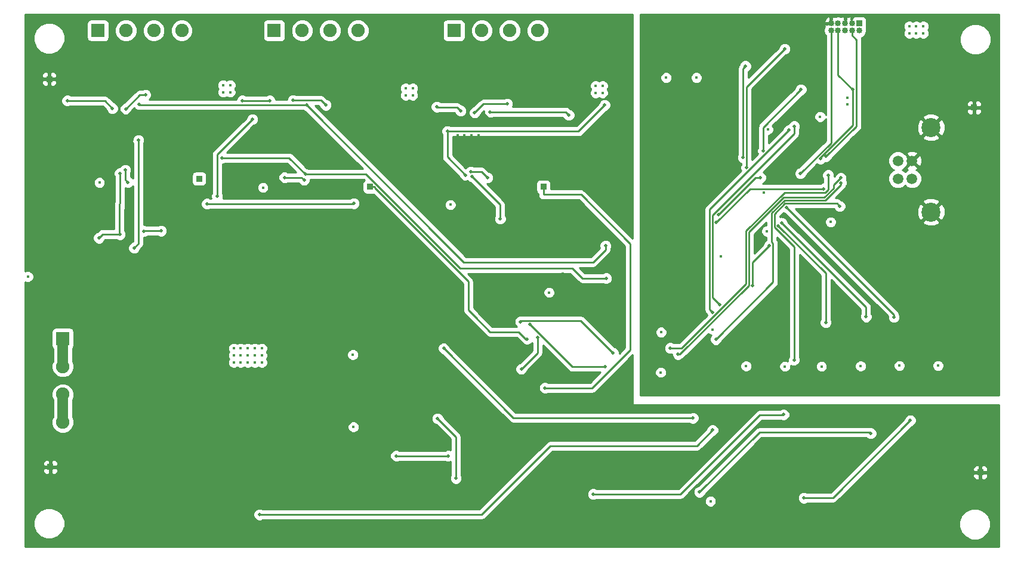
<source format=gbl>
G04 #@! TF.FileFunction,Copper,L4,Bot,Signal*
%FSLAX46Y46*%
G04 Gerber Fmt 4.6, Leading zero omitted, Abs format (unit mm)*
G04 Created by KiCad (PCBNEW 4.0.1-stable) date 2018/02/20 17:04:27*
%MOMM*%
G01*
G04 APERTURE LIST*
%ADD10C,0.150000*%
%ADD11C,0.400000*%
%ADD12C,1.900000*%
%ADD13R,1.900000X1.900000*%
%ADD14R,0.850000X0.850000*%
%ADD15O,0.850000X0.850000*%
%ADD16C,1.520000*%
%ADD17C,2.700000*%
%ADD18C,0.500400*%
%ADD19C,0.500380*%
%ADD20C,1.143000*%
%ADD21C,0.254000*%
%ADD22C,1.524000*%
G04 APERTURE END LIST*
D10*
D11*
X201150000Y-127000000D03*
X196500000Y-128000000D03*
X199500000Y-125050000D03*
X161950000Y-135450000D03*
X162950000Y-135450000D03*
X161950000Y-136450000D03*
X162950000Y-136450000D03*
X161950000Y-137450000D03*
X162950000Y-137450000D03*
X154350000Y-148550000D03*
X156350000Y-148550000D03*
X156300000Y-146150000D03*
X154300000Y-146150000D03*
X150200000Y-146150000D03*
X152200000Y-146150000D03*
X152250000Y-148550000D03*
X150250000Y-148550000D03*
X168050000Y-148550000D03*
X170050000Y-148550000D03*
X170000000Y-146150000D03*
X168000000Y-146150000D03*
X169900000Y-143600000D03*
X167900000Y-143600000D03*
X166100000Y-143600000D03*
X166200000Y-146150000D03*
X166250000Y-148550000D03*
X158450000Y-148550000D03*
X160450000Y-148550000D03*
X160400000Y-146150000D03*
X158400000Y-146150000D03*
X160300000Y-143600000D03*
X158300000Y-143600000D03*
X162100000Y-143600000D03*
X164100000Y-143600000D03*
X162200000Y-146150000D03*
X164200000Y-146150000D03*
X164250000Y-148550000D03*
X162250000Y-148550000D03*
X153950000Y-141050000D03*
X155950000Y-141050000D03*
X153900000Y-138650000D03*
X153800000Y-136100000D03*
X150000000Y-136100000D03*
X152000000Y-136100000D03*
X151950000Y-133700000D03*
X149950000Y-133700000D03*
X150100000Y-138650000D03*
X152100000Y-138650000D03*
X152150000Y-141050000D03*
X150150000Y-141050000D03*
X243450000Y-149500000D03*
X241450000Y-149500000D03*
X242450000Y-148500000D03*
X240450000Y-148500000D03*
X159700000Y-128800000D03*
X157700000Y-128800000D03*
X155700000Y-128800000D03*
X153700000Y-128800000D03*
X160700000Y-127800000D03*
X158700000Y-127800000D03*
X156700000Y-127800000D03*
X154700000Y-127800000D03*
X152700000Y-127800000D03*
X144500000Y-127800000D03*
X146500000Y-127800000D03*
X148500000Y-127800000D03*
X150500000Y-127800000D03*
X145500000Y-128800000D03*
X147500000Y-128800000D03*
X149500000Y-128800000D03*
X151500000Y-128800000D03*
X165450000Y-102150000D03*
X217200000Y-133950000D03*
X262350000Y-125850000D03*
X263350000Y-126850000D03*
X261350000Y-127050000D03*
X260350000Y-126050000D03*
X258050000Y-123750000D03*
X259050000Y-124750000D03*
X159200000Y-88450000D03*
X158200000Y-88450000D03*
X157200000Y-88450000D03*
X162850000Y-88450000D03*
X163850000Y-88450000D03*
X164850000Y-88450000D03*
X217850000Y-88600000D03*
X216850000Y-88600000D03*
X215850000Y-88600000D03*
X208150000Y-88550000D03*
X209150000Y-88550000D03*
X210150000Y-88550000D03*
X211150000Y-88550000D03*
X238650000Y-133650000D03*
X239550000Y-129850000D03*
X238550000Y-128850000D03*
X238600000Y-131900000D03*
X239600000Y-132900000D03*
X239600000Y-131350000D03*
X238600000Y-130350000D03*
X243150000Y-127250000D03*
X244150000Y-128250000D03*
X244150000Y-129800000D03*
X243150000Y-128800000D03*
X243100000Y-125750000D03*
X244100000Y-126750000D03*
X254550000Y-126500000D03*
X255550000Y-127500000D03*
X253500000Y-125500000D03*
X252500000Y-124500000D03*
X250450000Y-122550000D03*
X251450000Y-123550000D03*
X266350000Y-136550000D03*
X268350000Y-136550000D03*
X265350000Y-137550000D03*
X267350000Y-137550000D03*
X269350000Y-137550000D03*
X269350000Y-135400000D03*
X267350000Y-135400000D03*
X265350000Y-135400000D03*
X268350000Y-134400000D03*
X266350000Y-134400000D03*
X266300000Y-130200000D03*
X268300000Y-130200000D03*
X265300000Y-131200000D03*
X267300000Y-131200000D03*
X269300000Y-131200000D03*
X269300000Y-133350000D03*
X267300000Y-133350000D03*
X265300000Y-133350000D03*
X268300000Y-132350000D03*
X266300000Y-132350000D03*
X261050000Y-124550000D03*
X244100000Y-125200000D03*
X260050000Y-123550000D03*
X243100000Y-124200000D03*
X230350000Y-106000000D03*
X232350000Y-106000000D03*
X231350000Y-107000000D03*
X228450000Y-99150000D03*
X229450000Y-100150000D03*
X227550000Y-100150000D03*
X225550000Y-100150000D03*
X226550000Y-99150000D03*
X224550000Y-99150000D03*
X237150000Y-113300000D03*
X263450000Y-129050000D03*
X262450000Y-128050000D03*
X227800000Y-136700000D03*
X226800000Y-137700000D03*
X228800000Y-137700000D03*
X264100000Y-127950000D03*
X266100000Y-127950000D03*
X268100000Y-127950000D03*
X265100000Y-128950000D03*
X267100000Y-128950000D03*
X269100000Y-128950000D03*
X249050000Y-100800000D03*
X249050000Y-99850000D03*
X252850000Y-102600000D03*
X254850000Y-102600000D03*
X253850000Y-103600000D03*
X238700000Y-103850000D03*
X193500000Y-128800000D03*
X191500000Y-128800000D03*
X189500000Y-128800000D03*
X187500000Y-128800000D03*
X185500000Y-128800000D03*
X183500000Y-128800000D03*
X192500000Y-127800000D03*
X190500000Y-127800000D03*
X188500000Y-127800000D03*
X186500000Y-127800000D03*
X184500000Y-127800000D03*
X182500000Y-127800000D03*
X170650000Y-127800000D03*
X172650000Y-127800000D03*
X174650000Y-127800000D03*
X176650000Y-127800000D03*
X178650000Y-127800000D03*
X180650000Y-127800000D03*
X171650000Y-128800000D03*
X173650000Y-128800000D03*
X175650000Y-128800000D03*
X177650000Y-128800000D03*
X179650000Y-128800000D03*
X181650000Y-128800000D03*
X168750000Y-123600000D03*
X170750000Y-123600000D03*
X172750000Y-123600000D03*
X174750000Y-123600000D03*
X176750000Y-123600000D03*
X178750000Y-123600000D03*
X169750000Y-124600000D03*
X171750000Y-124600000D03*
X173750000Y-124600000D03*
X175750000Y-124600000D03*
X177750000Y-124600000D03*
X179750000Y-124600000D03*
X167900000Y-124600000D03*
X166900000Y-123600000D03*
X213450000Y-124750000D03*
X208650000Y-124800000D03*
X208650000Y-126500000D03*
X208450000Y-130700000D03*
X201800000Y-136100000D03*
X207450000Y-129700000D03*
X205450000Y-129700000D03*
X211400000Y-128600000D03*
X213400000Y-128600000D03*
X212400000Y-129600000D03*
X214400000Y-129600000D03*
X203650000Y-114900000D03*
X201650000Y-114900000D03*
X202650000Y-113900000D03*
X200650000Y-113900000D03*
X207900000Y-109100000D03*
X209900000Y-109100000D03*
X211900000Y-109100000D03*
X213900000Y-109100000D03*
X208900000Y-110100000D03*
X210900000Y-110100000D03*
X212900000Y-110100000D03*
X266850000Y-149100000D03*
X268850000Y-149100000D03*
X267850000Y-150100000D03*
X267800000Y-148300000D03*
X268800000Y-147300000D03*
X266800000Y-147300000D03*
X260200000Y-160150000D03*
X262200000Y-160150000D03*
X261200000Y-161150000D03*
X261250000Y-162950000D03*
X262250000Y-161950000D03*
X260250000Y-161950000D03*
X225000000Y-147200000D03*
X223000000Y-147200000D03*
X221000000Y-147200000D03*
X219000000Y-147200000D03*
X217000000Y-147200000D03*
X224000000Y-146200000D03*
X222000000Y-146200000D03*
X220000000Y-146200000D03*
X218000000Y-146200000D03*
X216000000Y-146200000D03*
X212400000Y-122100000D03*
X210400000Y-122100000D03*
X208400000Y-122100000D03*
X206400000Y-122100000D03*
X204400000Y-122100000D03*
X211400000Y-121100000D03*
X209400000Y-121100000D03*
X207400000Y-121100000D03*
X205400000Y-121100000D03*
X203400000Y-121100000D03*
X206050000Y-119700000D03*
X208050000Y-119700000D03*
X210050000Y-119700000D03*
X212050000Y-119700000D03*
X211050000Y-118400000D03*
X209050000Y-118400000D03*
X207050000Y-118400000D03*
X212050000Y-117400000D03*
X210050000Y-117400000D03*
X208050000Y-117400000D03*
X206050000Y-117400000D03*
X144450000Y-123450000D03*
X146450000Y-123450000D03*
X148450000Y-123450000D03*
X150450000Y-123450000D03*
X145450000Y-124450000D03*
X147450000Y-124450000D03*
X149450000Y-124450000D03*
X151450000Y-124450000D03*
X151450000Y-126750000D03*
X149450000Y-126750000D03*
X147450000Y-126750000D03*
X145450000Y-126750000D03*
X150450000Y-125750000D03*
X148450000Y-125750000D03*
X146450000Y-125750000D03*
X144450000Y-125750000D03*
X156200000Y-143600000D03*
X154200000Y-143600000D03*
X152200000Y-143600000D03*
X150200000Y-143600000D03*
X142050000Y-148450000D03*
X144050000Y-148450000D03*
X146050000Y-148450000D03*
X143050000Y-149450000D03*
X145050000Y-149450000D03*
X145050000Y-147150000D03*
X143050000Y-147150000D03*
X146050000Y-146150000D03*
X144050000Y-146150000D03*
X142050000Y-146150000D03*
X152650000Y-125750000D03*
X154650000Y-125750000D03*
X156650000Y-125750000D03*
X158650000Y-125750000D03*
X160650000Y-125750000D03*
X153650000Y-126750000D03*
X155650000Y-126750000D03*
X157650000Y-126750000D03*
X159650000Y-126750000D03*
X159650000Y-124450000D03*
X157650000Y-124450000D03*
X155650000Y-124450000D03*
X153650000Y-124450000D03*
X160650000Y-123450000D03*
X158650000Y-123450000D03*
X156650000Y-123450000D03*
X154650000Y-123450000D03*
X152650000Y-123450000D03*
X184350000Y-110250000D03*
X186350000Y-110250000D03*
X188350000Y-110250000D03*
X185350000Y-111250000D03*
X187350000Y-111250000D03*
X187350000Y-113550000D03*
X188350000Y-112550000D03*
X186350000Y-112550000D03*
X184400000Y-116950000D03*
X185400000Y-117950000D03*
X188400000Y-114650000D03*
X216150000Y-150700000D03*
X218150000Y-150700000D03*
X220150000Y-150700000D03*
X222150000Y-150700000D03*
X224150000Y-150700000D03*
X180650000Y-123500000D03*
X217150000Y-151700000D03*
X219150000Y-151700000D03*
X221150000Y-151700000D03*
X223150000Y-151700000D03*
X225150000Y-151700000D03*
X181650000Y-124500000D03*
X181650000Y-126800000D03*
X179650000Y-126800000D03*
X177650000Y-126800000D03*
X175650000Y-126800000D03*
X173650000Y-126800000D03*
X171650000Y-126800000D03*
X180650000Y-125800000D03*
X178650000Y-125800000D03*
X176650000Y-125800000D03*
X174650000Y-125800000D03*
X172650000Y-125800000D03*
X170650000Y-125800000D03*
X182500000Y-125800000D03*
X184500000Y-125800000D03*
X186500000Y-125800000D03*
X188500000Y-125800000D03*
X190500000Y-125800000D03*
X192500000Y-125800000D03*
X183500000Y-126800000D03*
X185500000Y-126800000D03*
X187500000Y-126800000D03*
X189500000Y-126800000D03*
X191500000Y-126800000D03*
X193500000Y-126800000D03*
X151450000Y-114850000D03*
X191500000Y-124500000D03*
X189500000Y-124500000D03*
X187500000Y-124500000D03*
X185500000Y-124500000D03*
X183500000Y-124500000D03*
X155450000Y-114850000D03*
X153450000Y-114850000D03*
X149450000Y-114850000D03*
X190500000Y-123500000D03*
X188500000Y-123500000D03*
X186500000Y-123500000D03*
X184500000Y-123500000D03*
X182500000Y-123500000D03*
X154450000Y-113850000D03*
X152450000Y-113850000D03*
X150450000Y-113850000D03*
X259800000Y-90700000D03*
X258800000Y-90700000D03*
X257800000Y-90700000D03*
X246650000Y-117500000D03*
X245150000Y-102550000D03*
X229850000Y-132750000D03*
X222600000Y-133150000D03*
X261900000Y-137900000D03*
X250900000Y-137950000D03*
X259800000Y-89700000D03*
X258800000Y-89700000D03*
X257800000Y-89700000D03*
X237600000Y-118800000D03*
X231100000Y-122350000D03*
X237750000Y-104350000D03*
X227600000Y-97000000D03*
X223300000Y-97000000D03*
X222550000Y-138850000D03*
X256400000Y-137900000D03*
X245350000Y-138000000D03*
X240150000Y-138000000D03*
X234650000Y-137950000D03*
X221000000Y-133950000D03*
X236700000Y-118950000D03*
X269100000Y-126800000D03*
X267100000Y-126800000D03*
X265100000Y-126800000D03*
X268100000Y-125800000D03*
X266100000Y-125800000D03*
D12*
X137700000Y-145930000D03*
X137700000Y-141970000D03*
D13*
X137700000Y-134050000D03*
D12*
X137700000Y-138010000D03*
D11*
X187350000Y-99500000D03*
X186350000Y-99500000D03*
X214300000Y-99150000D03*
X213300000Y-99150000D03*
X165950000Y-137450000D03*
X164950000Y-137450000D03*
X163950000Y-137450000D03*
X132750000Y-125250000D03*
X161450000Y-99050000D03*
X160450000Y-99050000D03*
X187350000Y-98500000D03*
X186350000Y-98500000D03*
X214300000Y-98150000D03*
X213300000Y-98150000D03*
X165950000Y-136450000D03*
X164950000Y-136450000D03*
X163950000Y-136450000D03*
X142900000Y-111900000D03*
X166100000Y-112600000D03*
X192700000Y-115050000D03*
X161450000Y-98050000D03*
X160450000Y-98050000D03*
X178950000Y-146600000D03*
X206700000Y-127500000D03*
X178850000Y-136350000D03*
X229600000Y-157150000D03*
X165950000Y-135450000D03*
X164950000Y-135450000D03*
X163950000Y-135450000D03*
X202100000Y-106400000D03*
X201100000Y-106400000D03*
X200100000Y-106400000D03*
X199100000Y-106400000D03*
X190350000Y-107050000D03*
X189350000Y-107050000D03*
X188350000Y-107050000D03*
X187350000Y-107050000D03*
X175450000Y-107300000D03*
X174450000Y-107300000D03*
X173450000Y-107300000D03*
X172450000Y-107300000D03*
X165500000Y-107350000D03*
X164500000Y-107350000D03*
X163500000Y-107350000D03*
X204250000Y-103050000D03*
X203250000Y-103050000D03*
X202250000Y-103050000D03*
X201250000Y-103050000D03*
X200250000Y-103050000D03*
X202100000Y-105400000D03*
X201100000Y-105400000D03*
X200100000Y-105400000D03*
X199100000Y-105400000D03*
X190350000Y-106050000D03*
X189350000Y-106050000D03*
X188350000Y-106050000D03*
X187350000Y-106050000D03*
X175450000Y-106300000D03*
X174450000Y-106300000D03*
X173450000Y-106300000D03*
X172450000Y-106300000D03*
X165500000Y-106350000D03*
X164500000Y-106350000D03*
X163500000Y-106350000D03*
X264100000Y-125800000D03*
X190350000Y-105050000D03*
X189350000Y-105050000D03*
X188350000Y-105050000D03*
X187350000Y-105050000D03*
X175450000Y-105300000D03*
X174450000Y-105300000D03*
X173450000Y-105300000D03*
X172450000Y-105300000D03*
X165500000Y-105350000D03*
X164500000Y-105350000D03*
X163500000Y-105350000D03*
X138850000Y-106900000D03*
X137850000Y-106900000D03*
X136850000Y-106900000D03*
X135850000Y-106900000D03*
X196700000Y-107150000D03*
X195700000Y-107150000D03*
X194700000Y-107150000D03*
X193700000Y-107150000D03*
X170700000Y-107450000D03*
X169700000Y-107450000D03*
X168700000Y-107450000D03*
X167700000Y-107450000D03*
X147150000Y-106800000D03*
X146150000Y-106800000D03*
X145150000Y-106800000D03*
X144150000Y-106800000D03*
X152600000Y-105950000D03*
X151600000Y-105950000D03*
X150600000Y-105950000D03*
X149600000Y-105950000D03*
X138850000Y-105900000D03*
X137850000Y-105900000D03*
X136850000Y-105900000D03*
X135850000Y-105900000D03*
X196700000Y-106150000D03*
X195700000Y-106150000D03*
X194700000Y-106150000D03*
X193700000Y-106150000D03*
X170700000Y-106450000D03*
X169700000Y-106450000D03*
X168700000Y-106450000D03*
X167700000Y-106450000D03*
X147150000Y-105800000D03*
X146150000Y-105800000D03*
X145150000Y-105800000D03*
X144150000Y-105800000D03*
X152600000Y-104950000D03*
X151600000Y-104950000D03*
X150600000Y-104950000D03*
X149600000Y-104950000D03*
X138850000Y-104900000D03*
X137850000Y-104900000D03*
X136850000Y-104900000D03*
X135850000Y-104900000D03*
X196700000Y-105150000D03*
X195700000Y-105150000D03*
X194700000Y-105150000D03*
X193700000Y-105150000D03*
X170700000Y-105450000D03*
X169700000Y-105450000D03*
X168700000Y-105450000D03*
X167700000Y-105450000D03*
X147150000Y-104800000D03*
X146150000Y-104800000D03*
X145150000Y-104800000D03*
D14*
X157050000Y-111350000D03*
X135800000Y-97200000D03*
X135950000Y-152300000D03*
X267900000Y-153050000D03*
X267000000Y-101250000D03*
X250700000Y-89300000D03*
D15*
X250700000Y-90300000D03*
X249700000Y-89300000D03*
X249700000Y-90300000D03*
X248700000Y-89300000D03*
X248700000Y-90300000D03*
X247700000Y-89300000D03*
X247700000Y-90300000D03*
X246700000Y-89300000D03*
X246700000Y-90300000D03*
D14*
X181300000Y-112500000D03*
X205900000Y-112500000D03*
D12*
X179580000Y-90300000D03*
X175620000Y-90300000D03*
D13*
X167700000Y-90300000D03*
D12*
X171660000Y-90300000D03*
X205080000Y-90300000D03*
X201120000Y-90300000D03*
D13*
X193200000Y-90300000D03*
D12*
X197160000Y-90300000D03*
X154580000Y-90300000D03*
X150620000Y-90300000D03*
D13*
X142700000Y-90300000D03*
D12*
X146660000Y-90300000D03*
D16*
X256200000Y-111340000D03*
X256200000Y-108800000D03*
X258200000Y-108800000D03*
X258200000Y-111340000D03*
D17*
X260900000Y-116070000D03*
X260900000Y-104070000D03*
D11*
X144150000Y-104800000D03*
D18*
X248121100Y-111919200D03*
X230359100Y-134159100D03*
X234227800Y-108347000D03*
X234562400Y-95340600D03*
X242450000Y-98685800D03*
X237071500Y-107418500D03*
X234699800Y-109800000D03*
X240119500Y-92910600D03*
X242367200Y-110609400D03*
X229882100Y-130311400D03*
X240750000Y-104467900D03*
X246309300Y-110856400D03*
X223884300Y-135408900D03*
X230941200Y-129236900D03*
X241482200Y-103901200D03*
X248085800Y-111236700D03*
X225010800Y-136270700D03*
X246012700Y-108187400D03*
X245189900Y-108514400D03*
X249775500Y-98699800D03*
X247954300Y-115250000D03*
X241450000Y-137072500D03*
X255628800Y-130995800D03*
X240371900Y-115397800D03*
X206111400Y-141050000D03*
X230745600Y-116419700D03*
X236688100Y-111201500D03*
X245655600Y-112800000D03*
X230418600Y-117588200D03*
X245942100Y-131767000D03*
X239213900Y-118036800D03*
X251686800Y-130943700D03*
X239718500Y-117629900D03*
D19*
X181300000Y-112500000D03*
X158150000Y-114900000D03*
X179000000Y-114850000D03*
D18*
X203582800Y-134107500D03*
X235543700Y-126514600D03*
X237961900Y-120843400D03*
X185003700Y-150702800D03*
X192414800Y-150702800D03*
X145800000Y-110600000D03*
X195567600Y-110355700D03*
X197954100Y-111191800D03*
X142819300Y-119777300D03*
X145809100Y-119252100D03*
X190887500Y-145402100D03*
X193483800Y-153894200D03*
X171940500Y-111528000D03*
X169146800Y-111163300D03*
D19*
X227100000Y-145350000D03*
X191750000Y-135450000D03*
D18*
X242853000Y-156676200D03*
X257950000Y-145684200D03*
D19*
X239977800Y-144850000D03*
D18*
X212962600Y-156152900D03*
D19*
X252350000Y-147500000D03*
D18*
X228046700Y-155852900D03*
D20*
X137700000Y-145930000D03*
D19*
X165600000Y-159050000D03*
X229900000Y-147050000D03*
D18*
X148436500Y-105875600D03*
X147815600Y-121172200D03*
D19*
X149200000Y-118800000D03*
X151650000Y-118750000D03*
X164600000Y-102900000D03*
X159600000Y-113850000D03*
X146950000Y-111850000D03*
X146550000Y-110100000D03*
D18*
X202757000Y-138373700D03*
X205072400Y-133859600D03*
D19*
X138350000Y-100250000D03*
X144750000Y-101350000D03*
X149425000Y-99450000D03*
X146625000Y-101425000D03*
X202650000Y-131650000D03*
D18*
X215775000Y-136093400D03*
D19*
X214680600Y-138069400D03*
X204000000Y-132050000D03*
D18*
X214597600Y-100894800D03*
X194800000Y-110819100D03*
X192256400Y-104615200D03*
X199753500Y-117041200D03*
X195756200Y-111013300D03*
D19*
X167050000Y-100250000D03*
X163200000Y-100250000D03*
X194150000Y-101700000D03*
X190750000Y-101150000D03*
D18*
X175005000Y-100894800D03*
X170375000Y-100208700D03*
D19*
X200750000Y-100725000D03*
X196150000Y-101950000D03*
D18*
X214806500Y-125474600D03*
X172138900Y-110704200D03*
X160289100Y-108366000D03*
D19*
X214700000Y-120850000D03*
D18*
X148545000Y-100787300D03*
X172307600Y-100894800D03*
D19*
X198350000Y-101850000D03*
X209500000Y-102300000D03*
D21*
X238479600Y-126038600D02*
X230359100Y-134159100D01*
X238479600Y-120538200D02*
X238479600Y-126038600D01*
X238258000Y-120316600D02*
X238479600Y-120538200D01*
X238258000Y-116225700D02*
X238258000Y-120316600D01*
X240093000Y-114390700D02*
X238258000Y-116225700D01*
X245919200Y-114390700D02*
X240093000Y-114390700D01*
X248121100Y-112188800D02*
X245919200Y-114390700D01*
X248121100Y-111919200D02*
X248121100Y-112188800D01*
X234227800Y-95675200D02*
X234227800Y-108347000D01*
X234562400Y-95340600D02*
X234227800Y-95675200D01*
X237071500Y-104064300D02*
X242450000Y-98685800D01*
X237071500Y-107418500D02*
X237071500Y-104064300D01*
X234732300Y-109767500D02*
X234699800Y-109800000D01*
X234732300Y-98297800D02*
X234732300Y-109767500D01*
X240119500Y-92910600D02*
X234732300Y-98297800D01*
X242367200Y-110580300D02*
X242367200Y-110609400D01*
X246700000Y-106247500D02*
X242367200Y-110580300D01*
X246700000Y-90979300D02*
X246700000Y-106247500D01*
X246700000Y-90300000D02*
X246700000Y-90979300D01*
X229500800Y-129930100D02*
X229882100Y-130311400D01*
X229500800Y-115717100D02*
X229500800Y-129930100D01*
X240750000Y-104467900D02*
X229500800Y-115717100D01*
X225498300Y-135408900D02*
X223884300Y-135408900D01*
X234657900Y-126249300D02*
X225498300Y-135408900D01*
X234657900Y-118747400D02*
X234657900Y-126249300D01*
X240100800Y-113304500D02*
X234657900Y-118747400D01*
X245908700Y-113304500D02*
X240100800Y-113304500D01*
X246309200Y-112904000D02*
X245908700Y-113304500D01*
X246309200Y-110856400D02*
X246309200Y-112904000D01*
X246309300Y-110856400D02*
X246309200Y-110856400D01*
X229882100Y-128177800D02*
X230941200Y-129236900D01*
X229882100Y-116569800D02*
X229882100Y-128177800D01*
X241482200Y-104969700D02*
X229882100Y-116569800D01*
X241482200Y-103901200D02*
X241482200Y-104969700D01*
X225255100Y-136270700D02*
X225010800Y-136270700D01*
X235039200Y-126486600D02*
X225255100Y-136270700D01*
X235039200Y-118905300D02*
X235039200Y-126486600D01*
X239935100Y-114009400D02*
X235039200Y-118905300D01*
X245761400Y-114009400D02*
X239935100Y-114009400D01*
X247080300Y-112690500D02*
X245761400Y-114009400D01*
X247080300Y-112242200D02*
X247080300Y-112690500D01*
X248085800Y-111236700D02*
X247080300Y-112242200D01*
X249700000Y-90300000D02*
X249700000Y-90979300D01*
X250320500Y-103879600D02*
X246012700Y-108187400D01*
X250320500Y-91599800D02*
X250320500Y-103879600D01*
X249700000Y-90979300D02*
X250320500Y-91599800D01*
X245189900Y-108296800D02*
X245189900Y-108514400D01*
X249775500Y-103711200D02*
X245189900Y-108296800D01*
X249775500Y-98699800D02*
X249775500Y-103711200D01*
X247700000Y-96624300D02*
X249775500Y-98699800D01*
X247700000Y-90300000D02*
X247700000Y-96624300D01*
X247562100Y-114857800D02*
X247954300Y-115250000D01*
X240165100Y-114857800D02*
X247562100Y-114857800D01*
X238684800Y-116338100D02*
X240165100Y-114857800D01*
X238684800Y-118265600D02*
X238684800Y-116338100D01*
X241450000Y-121030800D02*
X238684800Y-118265600D01*
X241450000Y-137072500D02*
X241450000Y-121030800D01*
X255628800Y-130654700D02*
X255628800Y-130995800D01*
X240371900Y-115397800D02*
X255628800Y-130654700D01*
X205900000Y-112979300D02*
X205900000Y-113599700D01*
X212827900Y-141050000D02*
X206111400Y-141050000D01*
X218234400Y-135643500D02*
X212827900Y-141050000D01*
X218234400Y-120605400D02*
X218234400Y-135643500D01*
X211228700Y-113599700D02*
X218234400Y-120605400D01*
X205900000Y-113599700D02*
X211228700Y-113599700D01*
X205900000Y-112500000D02*
X205900000Y-112979300D01*
X236688100Y-111201600D02*
X236688100Y-111201500D01*
X235963700Y-111201600D02*
X236688100Y-111201600D01*
X230745600Y-116419700D02*
X235963700Y-111201600D01*
X235206800Y-112800000D02*
X245655600Y-112800000D01*
X230418600Y-117588200D02*
X235206800Y-112800000D01*
X245942100Y-131767000D02*
X245942100Y-124765000D01*
X245942100Y-124765000D02*
X239213900Y-118036800D01*
X251686800Y-129598200D02*
X239718500Y-117629900D01*
X251686800Y-130943700D02*
X251686800Y-129598200D01*
X195225000Y-125925000D02*
X195225000Y-129975000D01*
X195225000Y-129975000D02*
X196250000Y-131000000D01*
X181300000Y-112500000D02*
X181314891Y-112485109D01*
X181314891Y-112485109D02*
X181964409Y-112485109D01*
X181964409Y-112485109D02*
X181979300Y-112500000D01*
X181979300Y-112500000D02*
X181979300Y-112679300D01*
X181979300Y-112679300D02*
X195225000Y-125925000D01*
X196250000Y-131000000D02*
X198350000Y-133100000D01*
X198350000Y-133100000D02*
X202406500Y-133100000D01*
X178950000Y-114900000D02*
X158150000Y-114900000D01*
X179000000Y-114850000D02*
X178950000Y-114900000D01*
X181300000Y-112500000D02*
X181979300Y-112500000D01*
X203414000Y-134107500D02*
X203582800Y-134107500D01*
X202406500Y-133100000D02*
X203414000Y-134107500D01*
X235543700Y-123261600D02*
X237961900Y-120843400D01*
X235543700Y-126514600D02*
X235543700Y-123261600D01*
X192414800Y-150702800D02*
X185003700Y-150702800D01*
X145800000Y-110600000D02*
X145766600Y-119209600D01*
X197118000Y-110355700D02*
X195567600Y-110355700D01*
X197954100Y-111191800D02*
X197118000Y-110355700D01*
X145766600Y-119209600D02*
X145809100Y-119252100D01*
X143387000Y-119209600D02*
X142819300Y-119777300D01*
X145766600Y-119209600D02*
X143387000Y-119209600D01*
X193483800Y-147998400D02*
X190887500Y-145402100D01*
X193483800Y-153894200D02*
X193483800Y-147998400D01*
X171575800Y-111163300D02*
X171940500Y-111528000D01*
X169146800Y-111163300D02*
X171575800Y-111163300D01*
X227050000Y-145300000D02*
X227100000Y-145350000D01*
X201600000Y-145300000D02*
X227050000Y-145300000D01*
X191750000Y-135450000D02*
X201600000Y-145300000D01*
X246958000Y-156676200D02*
X242853000Y-156676200D01*
X257950000Y-145684200D02*
X246958000Y-156676200D01*
X236591600Y-144900000D02*
X235711600Y-145780000D01*
X239927800Y-144900000D02*
X236591600Y-144900000D01*
X239977800Y-144850000D02*
X239927800Y-144900000D01*
X235711600Y-145780000D02*
X225338700Y-156152900D01*
X225338700Y-156152900D02*
X212962600Y-156152900D01*
X252199800Y-147349800D02*
X236549800Y-147349800D01*
X252350000Y-147500000D02*
X252199800Y-147349800D01*
X236549800Y-147349800D02*
X228046700Y-155852900D01*
D22*
X137700000Y-138010000D02*
X137700000Y-134050000D01*
X137700000Y-145930000D02*
X137700000Y-141970000D01*
D21*
X197100000Y-159050000D02*
X165600000Y-159050000D01*
X206850000Y-149300000D02*
X197100000Y-159050000D01*
X227650000Y-149300000D02*
X206850000Y-149300000D01*
X229900000Y-147050000D02*
X227650000Y-149300000D01*
X148436500Y-120551300D02*
X148436500Y-105875600D01*
X147815600Y-121172200D02*
X148436500Y-120551300D01*
X149200000Y-118800000D02*
X149250000Y-118750000D01*
X149250000Y-118750000D02*
X151650000Y-118750000D01*
X164600000Y-102900000D02*
X159600000Y-107900000D01*
X159600000Y-107900000D02*
X159600000Y-113850000D01*
X146950000Y-111850000D02*
X146550000Y-111450000D01*
X146550000Y-111450000D02*
X146550000Y-110100000D01*
X205072400Y-136058300D02*
X202757000Y-138373700D01*
X205072400Y-133859600D02*
X205072400Y-136058300D01*
X138400000Y-100300000D02*
X138350000Y-100250000D01*
X143700000Y-100300000D02*
X138400000Y-100300000D01*
X144750000Y-101350000D02*
X143700000Y-100300000D01*
X148600000Y-99450000D02*
X149425000Y-99450000D01*
X146625000Y-101425000D02*
X148600000Y-99450000D01*
X202765800Y-131534200D02*
X211215800Y-131534200D01*
X202650000Y-131650000D02*
X202765800Y-131534200D01*
X211215800Y-131534200D02*
X215775000Y-136093400D01*
X210019400Y-138069400D02*
X214680600Y-138069400D01*
X204000000Y-132050000D02*
X210019400Y-138069400D01*
X210877200Y-104615200D02*
X192256400Y-104615200D01*
X214597600Y-100894800D02*
X210877200Y-104615200D01*
X192256400Y-108275500D02*
X192256400Y-104615200D01*
X194800000Y-110819100D02*
X192256400Y-108275500D01*
X199753500Y-115010600D02*
X199753500Y-117041200D01*
X195756200Y-111013300D02*
X199753500Y-115010600D01*
X163200000Y-100250000D02*
X167050000Y-100250000D01*
X193650000Y-101200000D02*
X194150000Y-101700000D01*
X190800000Y-101200000D02*
X193650000Y-101200000D01*
X190750000Y-101150000D02*
X190800000Y-101200000D01*
X174318900Y-100208700D02*
X175005000Y-100894800D01*
X170375000Y-100208700D02*
X174318900Y-100208700D01*
X197375000Y-100725000D02*
X200750000Y-100725000D01*
X196150000Y-101950000D02*
X197375000Y-100725000D01*
X214806500Y-125474600D02*
X211424600Y-125474600D01*
X210000000Y-124050000D02*
X194068600Y-124050000D01*
X211424600Y-125474600D02*
X210000000Y-124050000D01*
X172138900Y-110704200D02*
X180722800Y-110704200D01*
X180722800Y-110704200D02*
X194068600Y-124050000D01*
X169800700Y-108366000D02*
X172138900Y-110704200D01*
X160289100Y-108366000D02*
X169800700Y-108366000D01*
X214700000Y-120850000D02*
X214700000Y-121450000D01*
X194612800Y-123200000D02*
X192230800Y-120818000D01*
X212950000Y-123200000D02*
X194612800Y-123200000D01*
X214700000Y-121450000D02*
X212950000Y-123200000D01*
X172307600Y-100894800D02*
X192230800Y-120818000D01*
X148652500Y-100894800D02*
X172307600Y-100894800D01*
X148545000Y-100787300D02*
X148652500Y-100894800D01*
X209050000Y-101850000D02*
X198350000Y-101850000D01*
X209500000Y-102300000D02*
X209050000Y-101850000D01*
G36*
X218573000Y-119866370D02*
X211767515Y-113060885D01*
X211712199Y-113023924D01*
X211520305Y-112895704D01*
X211228700Y-112837700D01*
X206972440Y-112837700D01*
X206972440Y-112075000D01*
X206928162Y-111839683D01*
X206789090Y-111623559D01*
X206576890Y-111478569D01*
X206325000Y-111427560D01*
X205475000Y-111427560D01*
X205239683Y-111471838D01*
X205023559Y-111610910D01*
X204878569Y-111823110D01*
X204827560Y-112075000D01*
X204827560Y-112925000D01*
X204871838Y-113160317D01*
X205010910Y-113376441D01*
X205138000Y-113463278D01*
X205138000Y-113599700D01*
X205196004Y-113891305D01*
X205361185Y-114138515D01*
X205608395Y-114303696D01*
X205900000Y-114361700D01*
X210913070Y-114361700D01*
X217472400Y-120921030D01*
X217472400Y-135327869D01*
X216660159Y-136140110D01*
X216660353Y-135918095D01*
X216525874Y-135592630D01*
X216277080Y-135343402D01*
X215978758Y-135219527D01*
X211754615Y-130995385D01*
X211677263Y-130943700D01*
X211507405Y-130830204D01*
X211215800Y-130772200D01*
X202844274Y-130772200D01*
X202826848Y-130764964D01*
X202474697Y-130764657D01*
X202149235Y-130899135D01*
X201900010Y-131147925D01*
X201764964Y-131473152D01*
X201764657Y-131825303D01*
X201899135Y-132150765D01*
X202086043Y-132338000D01*
X198665631Y-132338000D01*
X196788815Y-130461185D01*
X195987000Y-129659370D01*
X195987000Y-127665363D01*
X205864855Y-127665363D01*
X205991708Y-127972372D01*
X206226393Y-128207466D01*
X206533179Y-128334855D01*
X206865363Y-128335145D01*
X207172372Y-128208292D01*
X207407466Y-127973607D01*
X207534855Y-127666821D01*
X207535145Y-127334637D01*
X207408292Y-127027628D01*
X207173607Y-126792534D01*
X206866821Y-126665145D01*
X206534637Y-126664855D01*
X206227628Y-126791708D01*
X205992534Y-127026393D01*
X205865145Y-127333179D01*
X205864855Y-127665363D01*
X195987000Y-127665363D01*
X195987000Y-125925000D01*
X195960651Y-125792534D01*
X195928997Y-125633396D01*
X195763816Y-125386185D01*
X195189631Y-124812000D01*
X209684370Y-124812000D01*
X210885785Y-126013416D01*
X211033977Y-126112434D01*
X211132995Y-126178596D01*
X211424600Y-126236600D01*
X214333324Y-126236600D01*
X214629650Y-126359646D01*
X214981805Y-126359953D01*
X215307270Y-126225474D01*
X215556498Y-125976680D01*
X215691546Y-125651450D01*
X215691853Y-125299295D01*
X215557374Y-124973830D01*
X215308580Y-124724602D01*
X214983350Y-124589554D01*
X214631195Y-124589247D01*
X214332657Y-124712600D01*
X211740231Y-124712600D01*
X210989630Y-123962000D01*
X212950000Y-123962000D01*
X213241605Y-123903996D01*
X213488815Y-123738815D01*
X215238816Y-121988815D01*
X215369789Y-121792799D01*
X215403996Y-121741605D01*
X215462000Y-121450000D01*
X215462000Y-121323152D01*
X215585036Y-121026848D01*
X215585343Y-120674697D01*
X215450865Y-120349235D01*
X215202075Y-120100010D01*
X214876848Y-119964964D01*
X214524697Y-119964657D01*
X214199235Y-120099135D01*
X213950010Y-120347925D01*
X213814964Y-120673152D01*
X213814657Y-121025303D01*
X213882609Y-121189760D01*
X212634370Y-122438000D01*
X194928431Y-122438000D01*
X192769618Y-120279188D01*
X192769616Y-120279185D01*
X187705794Y-115215363D01*
X191864855Y-115215363D01*
X191991708Y-115522372D01*
X192226393Y-115757466D01*
X192533179Y-115884855D01*
X192865363Y-115885145D01*
X193172372Y-115758292D01*
X193407466Y-115523607D01*
X193534855Y-115216821D01*
X193535145Y-114884637D01*
X193408292Y-114577628D01*
X193173607Y-114342534D01*
X192866821Y-114215145D01*
X192534637Y-114214855D01*
X192227628Y-114341708D01*
X191992534Y-114576393D01*
X191865145Y-114883179D01*
X191864855Y-115215363D01*
X187705794Y-115215363D01*
X177280936Y-104790505D01*
X191371047Y-104790505D01*
X191494400Y-105089043D01*
X191494400Y-108275500D01*
X191552404Y-108567105D01*
X191712032Y-108806005D01*
X191717585Y-108814315D01*
X193926598Y-111023329D01*
X194049126Y-111319870D01*
X194297920Y-111569098D01*
X194623150Y-111704146D01*
X194975305Y-111704453D01*
X195131112Y-111640075D01*
X195254120Y-111763298D01*
X195552443Y-111887173D01*
X198991500Y-115326230D01*
X198991500Y-116568024D01*
X198868454Y-116864350D01*
X198868147Y-117216505D01*
X199002626Y-117541970D01*
X199251420Y-117791198D01*
X199576650Y-117926246D01*
X199928805Y-117926553D01*
X200254270Y-117792074D01*
X200503498Y-117543280D01*
X200638546Y-117218050D01*
X200638853Y-116865895D01*
X200515500Y-116567357D01*
X200515500Y-115010600D01*
X200457496Y-114718995D01*
X200292315Y-114471785D01*
X197897481Y-112076951D01*
X198129405Y-112077153D01*
X198454870Y-111942674D01*
X198704098Y-111693880D01*
X198839146Y-111368650D01*
X198839453Y-111016495D01*
X198704974Y-110691030D01*
X198456180Y-110441802D01*
X198157857Y-110317927D01*
X197656815Y-109816885D01*
X197582905Y-109767500D01*
X197409605Y-109651704D01*
X197118000Y-109593700D01*
X196040776Y-109593700D01*
X195744450Y-109470654D01*
X195392295Y-109470347D01*
X195066830Y-109604826D01*
X194864918Y-109806387D01*
X193018400Y-107959870D01*
X193018400Y-105377200D01*
X210877200Y-105377200D01*
X211168805Y-105319196D01*
X211416015Y-105154015D01*
X214801827Y-101768203D01*
X215098370Y-101645674D01*
X215347598Y-101396880D01*
X215482646Y-101071650D01*
X215482953Y-100719495D01*
X215348474Y-100394030D01*
X215099680Y-100144802D01*
X214774450Y-100009754D01*
X214422295Y-100009447D01*
X214096830Y-100143926D01*
X213847602Y-100392720D01*
X213723727Y-100691043D01*
X210561570Y-103853200D01*
X192729576Y-103853200D01*
X192433250Y-103730154D01*
X192081095Y-103729847D01*
X191755630Y-103864326D01*
X191506402Y-104113120D01*
X191371354Y-104438350D01*
X191371047Y-104790505D01*
X177280936Y-104790505D01*
X173461130Y-100970700D01*
X174003270Y-100970700D01*
X174131597Y-101099027D01*
X174254126Y-101395570D01*
X174502920Y-101644798D01*
X174828150Y-101779846D01*
X175180305Y-101780153D01*
X175505770Y-101645674D01*
X175754998Y-101396880D01*
X175784719Y-101325303D01*
X189864657Y-101325303D01*
X189999135Y-101650765D01*
X190247925Y-101899990D01*
X190573152Y-102035036D01*
X190925303Y-102035343D01*
X191102807Y-101962000D01*
X193300479Y-101962000D01*
X193399135Y-102200765D01*
X193647925Y-102449990D01*
X193973152Y-102585036D01*
X194325303Y-102585343D01*
X194650765Y-102450865D01*
X194899990Y-102202075D01*
X194931868Y-102125303D01*
X195264657Y-102125303D01*
X195399135Y-102450765D01*
X195647925Y-102699990D01*
X195973152Y-102835036D01*
X196325303Y-102835343D01*
X196650765Y-102700865D01*
X196899990Y-102452075D01*
X197023855Y-102153776D01*
X197464930Y-101712701D01*
X197464657Y-102025303D01*
X197599135Y-102350765D01*
X197847925Y-102599990D01*
X198173152Y-102735036D01*
X198525303Y-102735343D01*
X198823816Y-102612000D01*
X208671139Y-102612000D01*
X208749135Y-102800765D01*
X208997925Y-103049990D01*
X209323152Y-103185036D01*
X209675303Y-103185343D01*
X210000765Y-103050865D01*
X210249990Y-102802075D01*
X210385036Y-102476848D01*
X210385343Y-102124697D01*
X210250865Y-101799235D01*
X210002075Y-101550010D01*
X209703775Y-101426145D01*
X209588815Y-101311185D01*
X209341605Y-101146004D01*
X209050000Y-101088000D01*
X201557739Y-101088000D01*
X201635036Y-100901848D01*
X201635343Y-100549697D01*
X201500865Y-100224235D01*
X201252075Y-99975010D01*
X200926848Y-99839964D01*
X200574697Y-99839657D01*
X200276184Y-99963000D01*
X197375000Y-99963000D01*
X197083395Y-100021004D01*
X197005350Y-100073152D01*
X196836185Y-100186184D01*
X195945754Y-101076616D01*
X195649235Y-101199135D01*
X195400010Y-101447925D01*
X195264964Y-101773152D01*
X195264657Y-102125303D01*
X194931868Y-102125303D01*
X195035036Y-101876848D01*
X195035343Y-101524697D01*
X194900865Y-101199235D01*
X194652075Y-100950010D01*
X194353776Y-100826145D01*
X194188815Y-100661185D01*
X194112885Y-100610450D01*
X193941605Y-100496004D01*
X193650000Y-100438000D01*
X191289999Y-100438000D01*
X191252075Y-100400010D01*
X190926848Y-100264964D01*
X190574697Y-100264657D01*
X190249235Y-100399135D01*
X190000010Y-100647925D01*
X189864964Y-100973152D01*
X189864657Y-101325303D01*
X175784719Y-101325303D01*
X175890046Y-101071650D01*
X175890353Y-100719495D01*
X175755874Y-100394030D01*
X175507080Y-100144802D01*
X175208757Y-100020927D01*
X174857715Y-99669885D01*
X174793306Y-99626848D01*
X174610505Y-99504704D01*
X174318900Y-99446700D01*
X170848176Y-99446700D01*
X170551850Y-99323654D01*
X170199695Y-99323347D01*
X169874230Y-99457826D01*
X169625002Y-99706620D01*
X169489954Y-100031850D01*
X169489866Y-100132800D01*
X167935292Y-100132800D01*
X167935343Y-100074697D01*
X167800865Y-99749235D01*
X167552075Y-99500010D01*
X167226848Y-99364964D01*
X166874697Y-99364657D01*
X166576184Y-99488000D01*
X163673152Y-99488000D01*
X163376848Y-99364964D01*
X163024697Y-99364657D01*
X162699235Y-99499135D01*
X162450010Y-99747925D01*
X162314964Y-100073152D01*
X162314912Y-100132800D01*
X149993949Y-100132800D01*
X150174990Y-99952075D01*
X150310036Y-99626848D01*
X150310343Y-99274697D01*
X150175865Y-98949235D01*
X149927075Y-98700010D01*
X149601848Y-98564964D01*
X149249697Y-98564657D01*
X148951184Y-98688000D01*
X148600000Y-98688000D01*
X148308395Y-98746004D01*
X148238758Y-98792534D01*
X148061185Y-98911184D01*
X146420754Y-100551616D01*
X146124235Y-100674135D01*
X145875010Y-100922925D01*
X145739964Y-101248152D01*
X145739657Y-101600303D01*
X145874135Y-101925765D01*
X146122925Y-102174990D01*
X146448152Y-102310036D01*
X146800303Y-102310343D01*
X147125765Y-102175865D01*
X147374990Y-101927075D01*
X147498855Y-101628775D01*
X147816823Y-101310807D01*
X148042920Y-101537298D01*
X148368150Y-101672346D01*
X148720305Y-101672653D01*
X148758672Y-101656800D01*
X171834424Y-101656800D01*
X172103843Y-101768673D01*
X180277370Y-109942200D01*
X172612076Y-109942200D01*
X172342657Y-109830327D01*
X170339515Y-107827185D01*
X170235950Y-107757985D01*
X170092305Y-107662004D01*
X169800700Y-107604000D01*
X160973630Y-107604000D01*
X164804248Y-103773383D01*
X165100765Y-103650865D01*
X165349990Y-103402075D01*
X165485036Y-103076848D01*
X165485343Y-102724697D01*
X165350865Y-102399235D01*
X165102075Y-102150010D01*
X164776848Y-102014964D01*
X164424697Y-102014657D01*
X164099235Y-102149135D01*
X163850010Y-102397925D01*
X163726146Y-102696223D01*
X159061185Y-107361185D01*
X158896004Y-107608395D01*
X158838000Y-107900000D01*
X158838000Y-113376848D01*
X158714964Y-113673152D01*
X158714657Y-114025303D01*
X158761222Y-114138000D01*
X158623152Y-114138000D01*
X158326848Y-114014964D01*
X157974697Y-114014657D01*
X157649235Y-114149135D01*
X157400010Y-114397925D01*
X157264964Y-114723152D01*
X157264657Y-115075303D01*
X157399135Y-115400765D01*
X157647925Y-115649990D01*
X157973152Y-115785036D01*
X158325303Y-115785343D01*
X158623816Y-115662000D01*
X178647262Y-115662000D01*
X178823152Y-115735036D01*
X179175303Y-115735343D01*
X179500765Y-115600865D01*
X179749990Y-115352075D01*
X179885036Y-115026848D01*
X179885343Y-114674697D01*
X179750865Y-114349235D01*
X179502075Y-114100010D01*
X179176848Y-113964964D01*
X178824697Y-113964657D01*
X178499235Y-114099135D01*
X178460302Y-114138000D01*
X160438882Y-114138000D01*
X160485036Y-114026848D01*
X160485343Y-113674697D01*
X160362000Y-113376184D01*
X160362000Y-112765363D01*
X165264855Y-112765363D01*
X165391708Y-113072372D01*
X165626393Y-113307466D01*
X165933179Y-113434855D01*
X166265363Y-113435145D01*
X166572372Y-113308292D01*
X166807466Y-113073607D01*
X166934855Y-112766821D01*
X166935145Y-112434637D01*
X166808292Y-112127628D01*
X166573607Y-111892534D01*
X166266821Y-111765145D01*
X165934637Y-111764855D01*
X165627628Y-111891708D01*
X165392534Y-112126393D01*
X165265145Y-112433179D01*
X165264855Y-112765363D01*
X160362000Y-112765363D01*
X160362000Y-109251264D01*
X160464405Y-109251353D01*
X160762943Y-109128000D01*
X169485070Y-109128000D01*
X170758370Y-110401300D01*
X169619976Y-110401300D01*
X169323650Y-110278254D01*
X168971495Y-110277947D01*
X168646030Y-110412426D01*
X168396802Y-110661220D01*
X168261754Y-110986450D01*
X168261447Y-111338605D01*
X168395926Y-111664070D01*
X168644720Y-111913298D01*
X168969950Y-112048346D01*
X169322105Y-112048653D01*
X169620643Y-111925300D01*
X171146873Y-111925300D01*
X171189626Y-112028770D01*
X171438420Y-112277998D01*
X171763650Y-112413046D01*
X172115805Y-112413353D01*
X172441270Y-112278874D01*
X172690498Y-112030080D01*
X172825546Y-111704850D01*
X172825754Y-111466200D01*
X180407170Y-111466200D01*
X180501638Y-111560668D01*
X180423559Y-111610910D01*
X180278569Y-111823110D01*
X180227560Y-112075000D01*
X180227560Y-112925000D01*
X180271838Y-113160317D01*
X180410910Y-113376441D01*
X180623110Y-113521431D01*
X180875000Y-113572440D01*
X181725000Y-113572440D01*
X181783755Y-113561385D01*
X194463000Y-126240631D01*
X194463000Y-129975000D01*
X194521004Y-130266605D01*
X194637946Y-130441620D01*
X194686185Y-130513815D01*
X195711185Y-131538815D01*
X197811184Y-133638815D01*
X198027240Y-133783179D01*
X198058395Y-133803996D01*
X198350000Y-133862000D01*
X202090870Y-133862000D01*
X202828255Y-134599385D01*
X202831926Y-134608270D01*
X203080720Y-134857498D01*
X203405950Y-134992546D01*
X203758105Y-134992853D01*
X204083570Y-134858374D01*
X204310400Y-134631939D01*
X204310400Y-135742670D01*
X202552773Y-137500297D01*
X202256230Y-137622826D01*
X202007002Y-137871620D01*
X201871954Y-138196850D01*
X201871647Y-138549005D01*
X202006126Y-138874470D01*
X202254920Y-139123698D01*
X202580150Y-139258746D01*
X202932305Y-139259053D01*
X203257770Y-139124574D01*
X203506998Y-138875780D01*
X203630873Y-138577457D01*
X205611215Y-136597115D01*
X205776396Y-136349905D01*
X205787527Y-136293946D01*
X205834400Y-136058300D01*
X205834400Y-134962030D01*
X209480585Y-138608215D01*
X209727795Y-138773396D01*
X210019400Y-138831400D01*
X213968870Y-138831400D01*
X212512270Y-140288000D01*
X206584576Y-140288000D01*
X206288250Y-140164954D01*
X205936095Y-140164647D01*
X205610630Y-140299126D01*
X205361402Y-140547920D01*
X205226354Y-140873150D01*
X205226047Y-141225305D01*
X205360526Y-141550770D01*
X205609320Y-141799998D01*
X205934550Y-141935046D01*
X206286705Y-141935353D01*
X206585243Y-141812000D01*
X212827900Y-141812000D01*
X213119505Y-141753996D01*
X213366715Y-141588815D01*
X218573000Y-136382531D01*
X218573000Y-143300000D01*
X218583006Y-143349410D01*
X218611447Y-143391035D01*
X218653841Y-143418315D01*
X218700000Y-143427000D01*
X270515000Y-143427000D01*
X270515000Y-163615000D01*
X132385000Y-163615000D01*
X132385000Y-160742619D01*
X133514613Y-160742619D01*
X133854155Y-161564372D01*
X134482321Y-162193636D01*
X135303481Y-162534611D01*
X136192619Y-162535387D01*
X137014372Y-162195845D01*
X137643636Y-161567679D01*
X137944706Y-160842619D01*
X264864613Y-160842619D01*
X265204155Y-161664372D01*
X265832321Y-162293636D01*
X266653481Y-162634611D01*
X267542619Y-162635387D01*
X268364372Y-162295845D01*
X268993636Y-161667679D01*
X269334611Y-160846519D01*
X269335387Y-159957381D01*
X268995845Y-159135628D01*
X268367679Y-158506364D01*
X267546519Y-158165389D01*
X266657381Y-158164613D01*
X265835628Y-158504155D01*
X265206364Y-159132321D01*
X264865389Y-159953481D01*
X264864613Y-160842619D01*
X137944706Y-160842619D01*
X137984611Y-160746519D01*
X137985387Y-159857381D01*
X137724218Y-159225303D01*
X164714657Y-159225303D01*
X164849135Y-159550765D01*
X165097925Y-159799990D01*
X165423152Y-159935036D01*
X165775303Y-159935343D01*
X166073816Y-159812000D01*
X197100000Y-159812000D01*
X197391605Y-159753996D01*
X197638815Y-159588815D01*
X199912267Y-157315363D01*
X228764855Y-157315363D01*
X228891708Y-157622372D01*
X229126393Y-157857466D01*
X229433179Y-157984855D01*
X229765363Y-157985145D01*
X230072372Y-157858292D01*
X230307466Y-157623607D01*
X230434855Y-157316821D01*
X230435145Y-156984637D01*
X230380137Y-156851505D01*
X241967647Y-156851505D01*
X242102126Y-157176970D01*
X242350920Y-157426198D01*
X242676150Y-157561246D01*
X243028305Y-157561553D01*
X243326843Y-157438200D01*
X246958000Y-157438200D01*
X247249605Y-157380196D01*
X247496815Y-157215015D01*
X251376080Y-153335750D01*
X266840000Y-153335750D01*
X266840000Y-153601310D01*
X266936673Y-153834699D01*
X267115302Y-154013327D01*
X267348691Y-154110000D01*
X267614250Y-154110000D01*
X267773000Y-153951250D01*
X267773000Y-153177000D01*
X268027000Y-153177000D01*
X268027000Y-153951250D01*
X268185750Y-154110000D01*
X268451309Y-154110000D01*
X268684698Y-154013327D01*
X268863327Y-153834699D01*
X268960000Y-153601310D01*
X268960000Y-153335750D01*
X268801250Y-153177000D01*
X268027000Y-153177000D01*
X267773000Y-153177000D01*
X266998750Y-153177000D01*
X266840000Y-153335750D01*
X251376080Y-153335750D01*
X252213140Y-152498690D01*
X266840000Y-152498690D01*
X266840000Y-152764250D01*
X266998750Y-152923000D01*
X267773000Y-152923000D01*
X267773000Y-152148750D01*
X268027000Y-152148750D01*
X268027000Y-152923000D01*
X268801250Y-152923000D01*
X268960000Y-152764250D01*
X268960000Y-152498690D01*
X268863327Y-152265301D01*
X268684698Y-152086673D01*
X268451309Y-151990000D01*
X268185750Y-151990000D01*
X268027000Y-152148750D01*
X267773000Y-152148750D01*
X267614250Y-151990000D01*
X267348691Y-151990000D01*
X267115302Y-152086673D01*
X266936673Y-152265301D01*
X266840000Y-152498690D01*
X252213140Y-152498690D01*
X258154229Y-146557602D01*
X258450770Y-146435074D01*
X258699998Y-146186280D01*
X258835046Y-145861050D01*
X258835353Y-145508895D01*
X258700874Y-145183430D01*
X258452080Y-144934202D01*
X258126850Y-144799154D01*
X257774695Y-144798847D01*
X257449230Y-144933326D01*
X257200002Y-145182120D01*
X257076127Y-145480442D01*
X246642370Y-155914200D01*
X243326176Y-155914200D01*
X243029850Y-155791154D01*
X242677695Y-155790847D01*
X242352230Y-155925326D01*
X242103002Y-156174120D01*
X241967954Y-156499350D01*
X241967647Y-156851505D01*
X230380137Y-156851505D01*
X230308292Y-156677628D01*
X230073607Y-156442534D01*
X229766821Y-156315145D01*
X229434637Y-156314855D01*
X229127628Y-156441708D01*
X228892534Y-156676393D01*
X228765145Y-156983179D01*
X228764855Y-157315363D01*
X199912267Y-157315363D01*
X200899425Y-156328205D01*
X212077247Y-156328205D01*
X212211726Y-156653670D01*
X212460520Y-156902898D01*
X212785750Y-157037946D01*
X213137905Y-157038253D01*
X213436443Y-156914900D01*
X225338700Y-156914900D01*
X225630305Y-156856896D01*
X225877515Y-156691715D01*
X226541025Y-156028205D01*
X227161347Y-156028205D01*
X227295826Y-156353670D01*
X227544620Y-156602898D01*
X227869850Y-156737946D01*
X228222005Y-156738253D01*
X228547470Y-156603774D01*
X228796698Y-156354980D01*
X228920573Y-156056657D01*
X236865431Y-148111800D01*
X251709976Y-148111800D01*
X251847925Y-148249990D01*
X252173152Y-148385036D01*
X252525303Y-148385343D01*
X252850765Y-148250865D01*
X253099990Y-148002075D01*
X253235036Y-147676848D01*
X253235343Y-147324697D01*
X253100865Y-146999235D01*
X252852075Y-146750010D01*
X252526848Y-146614964D01*
X252335524Y-146614797D01*
X252199800Y-146587800D01*
X236549800Y-146587800D01*
X236258195Y-146645804D01*
X236010984Y-146810985D01*
X227842472Y-154979498D01*
X227545930Y-155102026D01*
X227296702Y-155350820D01*
X227161654Y-155676050D01*
X227161347Y-156028205D01*
X226541025Y-156028205D01*
X236907230Y-145662000D01*
X239625062Y-145662000D01*
X239800952Y-145735036D01*
X240153103Y-145735343D01*
X240478565Y-145600865D01*
X240727790Y-145352075D01*
X240862836Y-145026848D01*
X240863143Y-144674697D01*
X240728665Y-144349235D01*
X240479875Y-144100010D01*
X240154648Y-143964964D01*
X239802497Y-143964657D01*
X239477035Y-144099135D01*
X239438102Y-144138000D01*
X236591600Y-144138000D01*
X236299995Y-144196004D01*
X236072630Y-144347925D01*
X236052785Y-144361185D01*
X225023070Y-155390900D01*
X213435776Y-155390900D01*
X213139450Y-155267854D01*
X212787295Y-155267547D01*
X212461830Y-155402026D01*
X212212602Y-155650820D01*
X212077554Y-155976050D01*
X212077247Y-156328205D01*
X200899425Y-156328205D01*
X207165631Y-150062000D01*
X227650000Y-150062000D01*
X227941605Y-150003996D01*
X228188815Y-149838815D01*
X230104247Y-147923383D01*
X230400765Y-147800865D01*
X230649990Y-147552075D01*
X230785036Y-147226848D01*
X230785343Y-146874697D01*
X230650865Y-146549235D01*
X230402075Y-146300010D01*
X230076848Y-146164964D01*
X229724697Y-146164657D01*
X229399235Y-146299135D01*
X229150010Y-146547925D01*
X229026146Y-146846223D01*
X227334370Y-148538000D01*
X206850000Y-148538000D01*
X206558395Y-148596004D01*
X206311184Y-148761185D01*
X196784370Y-158288000D01*
X166073152Y-158288000D01*
X165776848Y-158164964D01*
X165424697Y-158164657D01*
X165099235Y-158299135D01*
X164850010Y-158547925D01*
X164714964Y-158873152D01*
X164714657Y-159225303D01*
X137724218Y-159225303D01*
X137645845Y-159035628D01*
X137017679Y-158406364D01*
X136196519Y-158065389D01*
X135307381Y-158064613D01*
X134485628Y-158404155D01*
X133856364Y-159032321D01*
X133515389Y-159853481D01*
X133514613Y-160742619D01*
X132385000Y-160742619D01*
X132385000Y-152585750D01*
X134890000Y-152585750D01*
X134890000Y-152851310D01*
X134986673Y-153084699D01*
X135165302Y-153263327D01*
X135398691Y-153360000D01*
X135664250Y-153360000D01*
X135823000Y-153201250D01*
X135823000Y-152427000D01*
X136077000Y-152427000D01*
X136077000Y-153201250D01*
X136235750Y-153360000D01*
X136501309Y-153360000D01*
X136734698Y-153263327D01*
X136913327Y-153084699D01*
X137010000Y-152851310D01*
X137010000Y-152585750D01*
X136851250Y-152427000D01*
X136077000Y-152427000D01*
X135823000Y-152427000D01*
X135048750Y-152427000D01*
X134890000Y-152585750D01*
X132385000Y-152585750D01*
X132385000Y-151748690D01*
X134890000Y-151748690D01*
X134890000Y-152014250D01*
X135048750Y-152173000D01*
X135823000Y-152173000D01*
X135823000Y-151398750D01*
X136077000Y-151398750D01*
X136077000Y-152173000D01*
X136851250Y-152173000D01*
X137010000Y-152014250D01*
X137010000Y-151748690D01*
X136913327Y-151515301D01*
X136734698Y-151336673D01*
X136501309Y-151240000D01*
X136235750Y-151240000D01*
X136077000Y-151398750D01*
X135823000Y-151398750D01*
X135664250Y-151240000D01*
X135398691Y-151240000D01*
X135165302Y-151336673D01*
X134986673Y-151515301D01*
X134890000Y-151748690D01*
X132385000Y-151748690D01*
X132385000Y-150878105D01*
X184118347Y-150878105D01*
X184252826Y-151203570D01*
X184501620Y-151452798D01*
X184826850Y-151587846D01*
X185179005Y-151588153D01*
X185477543Y-151464800D01*
X191941624Y-151464800D01*
X192237950Y-151587846D01*
X192590105Y-151588153D01*
X192721800Y-151533738D01*
X192721800Y-153421024D01*
X192598754Y-153717350D01*
X192598447Y-154069505D01*
X192732926Y-154394970D01*
X192981720Y-154644198D01*
X193306950Y-154779246D01*
X193659105Y-154779553D01*
X193984570Y-154645074D01*
X194233798Y-154396280D01*
X194368846Y-154071050D01*
X194369153Y-153718895D01*
X194245800Y-153420357D01*
X194245800Y-147998400D01*
X194187796Y-147706795D01*
X194083540Y-147550765D01*
X194022616Y-147459585D01*
X191760902Y-145197872D01*
X191638374Y-144901330D01*
X191389580Y-144652102D01*
X191064350Y-144517054D01*
X190712195Y-144516747D01*
X190386730Y-144651226D01*
X190137502Y-144900020D01*
X190002454Y-145225250D01*
X190002147Y-145577405D01*
X190136626Y-145902870D01*
X190385420Y-146152098D01*
X190683743Y-146275973D01*
X192721800Y-148314031D01*
X192721800Y-149871797D01*
X192591650Y-149817754D01*
X192239495Y-149817447D01*
X191940957Y-149940800D01*
X185476876Y-149940800D01*
X185180550Y-149817754D01*
X184828395Y-149817447D01*
X184502930Y-149951926D01*
X184253702Y-150200720D01*
X184118654Y-150525950D01*
X184118347Y-150878105D01*
X132385000Y-150878105D01*
X132385000Y-142283893D01*
X136114725Y-142283893D01*
X136303000Y-142739552D01*
X136303000Y-145161251D01*
X136115276Y-145613341D01*
X136114725Y-146243893D01*
X136355519Y-146826657D01*
X136800997Y-147272914D01*
X137383341Y-147514724D01*
X138013893Y-147515275D01*
X138596657Y-147274481D01*
X139042914Y-146829003D01*
X139069339Y-146765363D01*
X178114855Y-146765363D01*
X178241708Y-147072372D01*
X178476393Y-147307466D01*
X178783179Y-147434855D01*
X179115363Y-147435145D01*
X179422372Y-147308292D01*
X179657466Y-147073607D01*
X179784855Y-146766821D01*
X179785145Y-146434637D01*
X179658292Y-146127628D01*
X179423607Y-145892534D01*
X179116821Y-145765145D01*
X178784637Y-145764855D01*
X178477628Y-145891708D01*
X178242534Y-146126393D01*
X178115145Y-146433179D01*
X178114855Y-146765363D01*
X139069339Y-146765363D01*
X139284724Y-146246659D01*
X139285275Y-145616107D01*
X139097000Y-145160448D01*
X139097000Y-142738749D01*
X139284724Y-142286659D01*
X139285275Y-141656107D01*
X139044481Y-141073343D01*
X138599003Y-140627086D01*
X138016659Y-140385276D01*
X137386107Y-140384725D01*
X136803343Y-140625519D01*
X136357086Y-141070997D01*
X136115276Y-141653341D01*
X136114725Y-142283893D01*
X132385000Y-142283893D01*
X132385000Y-133100000D01*
X136102560Y-133100000D01*
X136102560Y-135000000D01*
X136146838Y-135235317D01*
X136285910Y-135451441D01*
X136303000Y-135463118D01*
X136303000Y-137241251D01*
X136115276Y-137693341D01*
X136114725Y-138323893D01*
X136355519Y-138906657D01*
X136800997Y-139352914D01*
X137383341Y-139594724D01*
X138013893Y-139595275D01*
X138596657Y-139354481D01*
X139042914Y-138909003D01*
X139284724Y-138326659D01*
X139285275Y-137696107D01*
X139097000Y-137240448D01*
X139097000Y-135615363D01*
X161114855Y-135615363D01*
X161241708Y-135922372D01*
X161269131Y-135949843D01*
X161242534Y-135976393D01*
X161115145Y-136283179D01*
X161114855Y-136615363D01*
X161241708Y-136922372D01*
X161269131Y-136949843D01*
X161242534Y-136976393D01*
X161115145Y-137283179D01*
X161114855Y-137615363D01*
X161241708Y-137922372D01*
X161476393Y-138157466D01*
X161783179Y-138284855D01*
X162115363Y-138285145D01*
X162422372Y-138158292D01*
X162449843Y-138130869D01*
X162476393Y-138157466D01*
X162783179Y-138284855D01*
X163115363Y-138285145D01*
X163422372Y-138158292D01*
X163449843Y-138130869D01*
X163476393Y-138157466D01*
X163783179Y-138284855D01*
X164115363Y-138285145D01*
X164422372Y-138158292D01*
X164449843Y-138130869D01*
X164476393Y-138157466D01*
X164783179Y-138284855D01*
X165115363Y-138285145D01*
X165422372Y-138158292D01*
X165449843Y-138130869D01*
X165476393Y-138157466D01*
X165783179Y-138284855D01*
X166115363Y-138285145D01*
X166422372Y-138158292D01*
X166657466Y-137923607D01*
X166784855Y-137616821D01*
X166785145Y-137284637D01*
X166658292Y-136977628D01*
X166630869Y-136950157D01*
X166657466Y-136923607D01*
X166784855Y-136616821D01*
X166784943Y-136515363D01*
X178014855Y-136515363D01*
X178141708Y-136822372D01*
X178376393Y-137057466D01*
X178683179Y-137184855D01*
X179015363Y-137185145D01*
X179322372Y-137058292D01*
X179557466Y-136823607D01*
X179684855Y-136516821D01*
X179685145Y-136184637D01*
X179558292Y-135877628D01*
X179323607Y-135642534D01*
X179282111Y-135625303D01*
X190864657Y-135625303D01*
X190999135Y-135950765D01*
X191247925Y-136199990D01*
X191546225Y-136323855D01*
X201061185Y-145838816D01*
X201308396Y-146003997D01*
X201600000Y-146062000D01*
X226560001Y-146062000D01*
X226597925Y-146099990D01*
X226923152Y-146235036D01*
X227275303Y-146235343D01*
X227600765Y-146100865D01*
X227849990Y-145852075D01*
X227985036Y-145526848D01*
X227985343Y-145174697D01*
X227850865Y-144849235D01*
X227602075Y-144600010D01*
X227276848Y-144464964D01*
X226924697Y-144464657D01*
X226747193Y-144538000D01*
X201915631Y-144538000D01*
X192623384Y-135245754D01*
X192500865Y-134949235D01*
X192252075Y-134700010D01*
X191926848Y-134564964D01*
X191574697Y-134564657D01*
X191249235Y-134699135D01*
X191000010Y-134947925D01*
X190864964Y-135273152D01*
X190864657Y-135625303D01*
X179282111Y-135625303D01*
X179016821Y-135515145D01*
X178684637Y-135514855D01*
X178377628Y-135641708D01*
X178142534Y-135876393D01*
X178015145Y-136183179D01*
X178014855Y-136515363D01*
X166784943Y-136515363D01*
X166785145Y-136284637D01*
X166658292Y-135977628D01*
X166630869Y-135950157D01*
X166657466Y-135923607D01*
X166784855Y-135616821D01*
X166785145Y-135284637D01*
X166658292Y-134977628D01*
X166423607Y-134742534D01*
X166116821Y-134615145D01*
X165784637Y-134614855D01*
X165477628Y-134741708D01*
X165450157Y-134769131D01*
X165423607Y-134742534D01*
X165116821Y-134615145D01*
X164784637Y-134614855D01*
X164477628Y-134741708D01*
X164450157Y-134769131D01*
X164423607Y-134742534D01*
X164116821Y-134615145D01*
X163784637Y-134614855D01*
X163477628Y-134741708D01*
X163450157Y-134769131D01*
X163423607Y-134742534D01*
X163116821Y-134615145D01*
X162784637Y-134614855D01*
X162477628Y-134741708D01*
X162450157Y-134769131D01*
X162423607Y-134742534D01*
X162116821Y-134615145D01*
X161784637Y-134614855D01*
X161477628Y-134741708D01*
X161242534Y-134976393D01*
X161115145Y-135283179D01*
X161114855Y-135615363D01*
X139097000Y-135615363D01*
X139097000Y-135466948D01*
X139101441Y-135464090D01*
X139246431Y-135251890D01*
X139297440Y-135000000D01*
X139297440Y-133100000D01*
X139253162Y-132864683D01*
X139114090Y-132648559D01*
X138901890Y-132503569D01*
X138650000Y-132452560D01*
X136750000Y-132452560D01*
X136514683Y-132496838D01*
X136298559Y-132635910D01*
X136153569Y-132848110D01*
X136102560Y-133100000D01*
X132385000Y-133100000D01*
X132385000Y-126002564D01*
X132583179Y-126084855D01*
X132915363Y-126085145D01*
X133222372Y-125958292D01*
X133457466Y-125723607D01*
X133584855Y-125416821D01*
X133585145Y-125084637D01*
X133458292Y-124777628D01*
X133223607Y-124542534D01*
X132916821Y-124415145D01*
X132584637Y-124414855D01*
X132385000Y-124497343D01*
X132385000Y-119952605D01*
X141933947Y-119952605D01*
X142068426Y-120278070D01*
X142317220Y-120527298D01*
X142642450Y-120662346D01*
X142994605Y-120662653D01*
X143320070Y-120528174D01*
X143569298Y-120279380D01*
X143693173Y-119981057D01*
X143702630Y-119971600D01*
X145276575Y-119971600D01*
X145307020Y-120002098D01*
X145632250Y-120137146D01*
X145984405Y-120137453D01*
X146309870Y-120002974D01*
X146559098Y-119754180D01*
X146694146Y-119428950D01*
X146694453Y-119076795D01*
X146559974Y-118751330D01*
X146530498Y-118721802D01*
X146554076Y-112644068D01*
X146773152Y-112735036D01*
X147125303Y-112735343D01*
X147450765Y-112600865D01*
X147674500Y-112377521D01*
X147674500Y-120235669D01*
X147611372Y-120298798D01*
X147314830Y-120421326D01*
X147065602Y-120670120D01*
X146930554Y-120995350D01*
X146930247Y-121347505D01*
X147064726Y-121672970D01*
X147313520Y-121922198D01*
X147638750Y-122057246D01*
X147990905Y-122057553D01*
X148316370Y-121923074D01*
X148565598Y-121674280D01*
X148689473Y-121375958D01*
X148975315Y-121090116D01*
X149140496Y-120842905D01*
X149161125Y-120739195D01*
X149198500Y-120551300D01*
X149198500Y-119685189D01*
X149375303Y-119685343D01*
X149700765Y-119550865D01*
X149739698Y-119512000D01*
X151176848Y-119512000D01*
X151473152Y-119635036D01*
X151825303Y-119635343D01*
X152150765Y-119500865D01*
X152399990Y-119252075D01*
X152535036Y-118926848D01*
X152535343Y-118574697D01*
X152400865Y-118249235D01*
X152152075Y-118000010D01*
X151826848Y-117864964D01*
X151474697Y-117864657D01*
X151176184Y-117988000D01*
X149552738Y-117988000D01*
X149376848Y-117914964D01*
X149198500Y-117914809D01*
X149198500Y-110925000D01*
X155977560Y-110925000D01*
X155977560Y-111775000D01*
X156021838Y-112010317D01*
X156160910Y-112226441D01*
X156373110Y-112371431D01*
X156625000Y-112422440D01*
X157475000Y-112422440D01*
X157710317Y-112378162D01*
X157926441Y-112239090D01*
X158071431Y-112026890D01*
X158122440Y-111775000D01*
X158122440Y-110925000D01*
X158078162Y-110689683D01*
X157939090Y-110473559D01*
X157726890Y-110328569D01*
X157475000Y-110277560D01*
X156625000Y-110277560D01*
X156389683Y-110321838D01*
X156173559Y-110460910D01*
X156028569Y-110673110D01*
X155977560Y-110925000D01*
X149198500Y-110925000D01*
X149198500Y-106348776D01*
X149321546Y-106052450D01*
X149321853Y-105700295D01*
X149187374Y-105374830D01*
X148938580Y-105125602D01*
X148613350Y-104990554D01*
X148261195Y-104990247D01*
X147935730Y-105124726D01*
X147686502Y-105373520D01*
X147551454Y-105698750D01*
X147551147Y-106050905D01*
X147674500Y-106349443D01*
X147674500Y-111322824D01*
X147452075Y-111100010D01*
X147312000Y-111041846D01*
X147312000Y-110573152D01*
X147435036Y-110276848D01*
X147435343Y-109924697D01*
X147300865Y-109599235D01*
X147052075Y-109350010D01*
X146726848Y-109214964D01*
X146374697Y-109214657D01*
X146049235Y-109349135D01*
X145800010Y-109597925D01*
X145751497Y-109714758D01*
X145624695Y-109714647D01*
X145299230Y-109849126D01*
X145050002Y-110097920D01*
X144914954Y-110423150D01*
X144914647Y-110775305D01*
X145036173Y-111069422D01*
X145007551Y-118447600D01*
X143387000Y-118447600D01*
X143117405Y-118501226D01*
X143095395Y-118505604D01*
X142848185Y-118670785D01*
X142615073Y-118903897D01*
X142318530Y-119026426D01*
X142069302Y-119275220D01*
X141934254Y-119600450D01*
X141933947Y-119952605D01*
X132385000Y-119952605D01*
X132385000Y-112065363D01*
X142064855Y-112065363D01*
X142191708Y-112372372D01*
X142426393Y-112607466D01*
X142733179Y-112734855D01*
X143065363Y-112735145D01*
X143372372Y-112608292D01*
X143607466Y-112373607D01*
X143734855Y-112066821D01*
X143735145Y-111734637D01*
X143608292Y-111427628D01*
X143373607Y-111192534D01*
X143066821Y-111065145D01*
X142734637Y-111064855D01*
X142427628Y-111191708D01*
X142192534Y-111426393D01*
X142065145Y-111733179D01*
X142064855Y-112065363D01*
X132385000Y-112065363D01*
X132385000Y-100425303D01*
X137464657Y-100425303D01*
X137599135Y-100750765D01*
X137847925Y-100999990D01*
X138173152Y-101135036D01*
X138525303Y-101135343D01*
X138702807Y-101062000D01*
X143384370Y-101062000D01*
X143876616Y-101554247D01*
X143999135Y-101850765D01*
X144247925Y-102099990D01*
X144573152Y-102235036D01*
X144925303Y-102235343D01*
X145250765Y-102100865D01*
X145499990Y-101852075D01*
X145635036Y-101526848D01*
X145635343Y-101174697D01*
X145500865Y-100849235D01*
X145252075Y-100600010D01*
X144953776Y-100476146D01*
X144238815Y-99761185D01*
X144218970Y-99747925D01*
X143991605Y-99596004D01*
X143700000Y-99538000D01*
X138889999Y-99538000D01*
X138852075Y-99500010D01*
X138526848Y-99364964D01*
X138174697Y-99364657D01*
X137849235Y-99499135D01*
X137600010Y-99747925D01*
X137464964Y-100073152D01*
X137464657Y-100425303D01*
X132385000Y-100425303D01*
X132385000Y-97485750D01*
X134740000Y-97485750D01*
X134740000Y-97751310D01*
X134836673Y-97984699D01*
X135015302Y-98163327D01*
X135248691Y-98260000D01*
X135514250Y-98260000D01*
X135673000Y-98101250D01*
X135673000Y-97327000D01*
X135927000Y-97327000D01*
X135927000Y-98101250D01*
X136085750Y-98260000D01*
X136351309Y-98260000D01*
X136459072Y-98215363D01*
X159614855Y-98215363D01*
X159741708Y-98522372D01*
X159769131Y-98549843D01*
X159742534Y-98576393D01*
X159615145Y-98883179D01*
X159614855Y-99215363D01*
X159741708Y-99522372D01*
X159976393Y-99757466D01*
X160283179Y-99884855D01*
X160615363Y-99885145D01*
X160922372Y-99758292D01*
X160949843Y-99730869D01*
X160976393Y-99757466D01*
X161283179Y-99884855D01*
X161615363Y-99885145D01*
X161922372Y-99758292D01*
X162157466Y-99523607D01*
X162284855Y-99216821D01*
X162285145Y-98884637D01*
X162194544Y-98665363D01*
X185514855Y-98665363D01*
X185641708Y-98972372D01*
X185669131Y-98999843D01*
X185642534Y-99026393D01*
X185515145Y-99333179D01*
X185514855Y-99665363D01*
X185641708Y-99972372D01*
X185876393Y-100207466D01*
X186183179Y-100334855D01*
X186515363Y-100335145D01*
X186822372Y-100208292D01*
X186849843Y-100180869D01*
X186876393Y-100207466D01*
X187183179Y-100334855D01*
X187515363Y-100335145D01*
X187822372Y-100208292D01*
X188057466Y-99973607D01*
X188184855Y-99666821D01*
X188185145Y-99334637D01*
X188058292Y-99027628D01*
X188030869Y-99000157D01*
X188057466Y-98973607D01*
X188184855Y-98666821D01*
X188185145Y-98334637D01*
X188177182Y-98315363D01*
X212464855Y-98315363D01*
X212591708Y-98622372D01*
X212619131Y-98649843D01*
X212592534Y-98676393D01*
X212465145Y-98983179D01*
X212464855Y-99315363D01*
X212591708Y-99622372D01*
X212826393Y-99857466D01*
X213133179Y-99984855D01*
X213465363Y-99985145D01*
X213772372Y-99858292D01*
X213799843Y-99830869D01*
X213826393Y-99857466D01*
X214133179Y-99984855D01*
X214465363Y-99985145D01*
X214772372Y-99858292D01*
X215007466Y-99623607D01*
X215134855Y-99316821D01*
X215135145Y-98984637D01*
X215008292Y-98677628D01*
X214980869Y-98650157D01*
X215007466Y-98623607D01*
X215134855Y-98316821D01*
X215135145Y-97984637D01*
X215008292Y-97677628D01*
X214773607Y-97442534D01*
X214466821Y-97315145D01*
X214134637Y-97314855D01*
X213827628Y-97441708D01*
X213800157Y-97469131D01*
X213773607Y-97442534D01*
X213466821Y-97315145D01*
X213134637Y-97314855D01*
X212827628Y-97441708D01*
X212592534Y-97676393D01*
X212465145Y-97983179D01*
X212464855Y-98315363D01*
X188177182Y-98315363D01*
X188058292Y-98027628D01*
X187823607Y-97792534D01*
X187516821Y-97665145D01*
X187184637Y-97664855D01*
X186877628Y-97791708D01*
X186850157Y-97819131D01*
X186823607Y-97792534D01*
X186516821Y-97665145D01*
X186184637Y-97664855D01*
X185877628Y-97791708D01*
X185642534Y-98026393D01*
X185515145Y-98333179D01*
X185514855Y-98665363D01*
X162194544Y-98665363D01*
X162158292Y-98577628D01*
X162130869Y-98550157D01*
X162157466Y-98523607D01*
X162284855Y-98216821D01*
X162285145Y-97884637D01*
X162158292Y-97577628D01*
X161923607Y-97342534D01*
X161616821Y-97215145D01*
X161284637Y-97214855D01*
X160977628Y-97341708D01*
X160950157Y-97369131D01*
X160923607Y-97342534D01*
X160616821Y-97215145D01*
X160284637Y-97214855D01*
X159977628Y-97341708D01*
X159742534Y-97576393D01*
X159615145Y-97883179D01*
X159614855Y-98215363D01*
X136459072Y-98215363D01*
X136584698Y-98163327D01*
X136763327Y-97984699D01*
X136860000Y-97751310D01*
X136860000Y-97485750D01*
X136701250Y-97327000D01*
X135927000Y-97327000D01*
X135673000Y-97327000D01*
X134898750Y-97327000D01*
X134740000Y-97485750D01*
X132385000Y-97485750D01*
X132385000Y-96648690D01*
X134740000Y-96648690D01*
X134740000Y-96914250D01*
X134898750Y-97073000D01*
X135673000Y-97073000D01*
X135673000Y-96298750D01*
X135927000Y-96298750D01*
X135927000Y-97073000D01*
X136701250Y-97073000D01*
X136860000Y-96914250D01*
X136860000Y-96648690D01*
X136763327Y-96415301D01*
X136584698Y-96236673D01*
X136351309Y-96140000D01*
X136085750Y-96140000D01*
X135927000Y-96298750D01*
X135673000Y-96298750D01*
X135514250Y-96140000D01*
X135248691Y-96140000D01*
X135015302Y-96236673D01*
X134836673Y-96415301D01*
X134740000Y-96648690D01*
X132385000Y-96648690D01*
X132385000Y-91842619D01*
X133514613Y-91842619D01*
X133854155Y-92664372D01*
X134482321Y-93293636D01*
X135303481Y-93634611D01*
X136192619Y-93635387D01*
X137014372Y-93295845D01*
X137643636Y-92667679D01*
X137984611Y-91846519D01*
X137985387Y-90957381D01*
X137645845Y-90135628D01*
X137017679Y-89506364D01*
X136641113Y-89350000D01*
X141102560Y-89350000D01*
X141102560Y-91250000D01*
X141146838Y-91485317D01*
X141285910Y-91701441D01*
X141498110Y-91846431D01*
X141750000Y-91897440D01*
X143650000Y-91897440D01*
X143885317Y-91853162D01*
X144101441Y-91714090D01*
X144246431Y-91501890D01*
X144297440Y-91250000D01*
X144297440Y-90613893D01*
X145074725Y-90613893D01*
X145315519Y-91196657D01*
X145760997Y-91642914D01*
X146343341Y-91884724D01*
X146973893Y-91885275D01*
X147556657Y-91644481D01*
X148002914Y-91199003D01*
X148244724Y-90616659D01*
X148244726Y-90613893D01*
X149034725Y-90613893D01*
X149275519Y-91196657D01*
X149720997Y-91642914D01*
X150303341Y-91884724D01*
X150933893Y-91885275D01*
X151516657Y-91644481D01*
X151962914Y-91199003D01*
X152204724Y-90616659D01*
X152204726Y-90613893D01*
X152994725Y-90613893D01*
X153235519Y-91196657D01*
X153680997Y-91642914D01*
X154263341Y-91884724D01*
X154893893Y-91885275D01*
X155476657Y-91644481D01*
X155922914Y-91199003D01*
X156164724Y-90616659D01*
X156165275Y-89986107D01*
X155924481Y-89403343D01*
X155871232Y-89350000D01*
X166102560Y-89350000D01*
X166102560Y-91250000D01*
X166146838Y-91485317D01*
X166285910Y-91701441D01*
X166498110Y-91846431D01*
X166750000Y-91897440D01*
X168650000Y-91897440D01*
X168885317Y-91853162D01*
X169101441Y-91714090D01*
X169246431Y-91501890D01*
X169297440Y-91250000D01*
X169297440Y-90613893D01*
X170074725Y-90613893D01*
X170315519Y-91196657D01*
X170760997Y-91642914D01*
X171343341Y-91884724D01*
X171973893Y-91885275D01*
X172556657Y-91644481D01*
X173002914Y-91199003D01*
X173244724Y-90616659D01*
X173244726Y-90613893D01*
X174034725Y-90613893D01*
X174275519Y-91196657D01*
X174720997Y-91642914D01*
X175303341Y-91884724D01*
X175933893Y-91885275D01*
X176516657Y-91644481D01*
X176962914Y-91199003D01*
X177204724Y-90616659D01*
X177204726Y-90613893D01*
X177994725Y-90613893D01*
X178235519Y-91196657D01*
X178680997Y-91642914D01*
X179263341Y-91884724D01*
X179893893Y-91885275D01*
X180476657Y-91644481D01*
X180922914Y-91199003D01*
X181164724Y-90616659D01*
X181165275Y-89986107D01*
X180924481Y-89403343D01*
X180871232Y-89350000D01*
X191602560Y-89350000D01*
X191602560Y-91250000D01*
X191646838Y-91485317D01*
X191785910Y-91701441D01*
X191998110Y-91846431D01*
X192250000Y-91897440D01*
X194150000Y-91897440D01*
X194385317Y-91853162D01*
X194601441Y-91714090D01*
X194746431Y-91501890D01*
X194797440Y-91250000D01*
X194797440Y-90613893D01*
X195574725Y-90613893D01*
X195815519Y-91196657D01*
X196260997Y-91642914D01*
X196843341Y-91884724D01*
X197473893Y-91885275D01*
X198056657Y-91644481D01*
X198502914Y-91199003D01*
X198744724Y-90616659D01*
X198744726Y-90613893D01*
X199534725Y-90613893D01*
X199775519Y-91196657D01*
X200220997Y-91642914D01*
X200803341Y-91884724D01*
X201433893Y-91885275D01*
X202016657Y-91644481D01*
X202462914Y-91199003D01*
X202704724Y-90616659D01*
X202704726Y-90613893D01*
X203494725Y-90613893D01*
X203735519Y-91196657D01*
X204180997Y-91642914D01*
X204763341Y-91884724D01*
X205393893Y-91885275D01*
X205976657Y-91644481D01*
X206422914Y-91199003D01*
X206664724Y-90616659D01*
X206665275Y-89986107D01*
X206424481Y-89403343D01*
X205979003Y-88957086D01*
X205396659Y-88715276D01*
X204766107Y-88714725D01*
X204183343Y-88955519D01*
X203737086Y-89400997D01*
X203495276Y-89983341D01*
X203494725Y-90613893D01*
X202704726Y-90613893D01*
X202705275Y-89986107D01*
X202464481Y-89403343D01*
X202019003Y-88957086D01*
X201436659Y-88715276D01*
X200806107Y-88714725D01*
X200223343Y-88955519D01*
X199777086Y-89400997D01*
X199535276Y-89983341D01*
X199534725Y-90613893D01*
X198744726Y-90613893D01*
X198745275Y-89986107D01*
X198504481Y-89403343D01*
X198059003Y-88957086D01*
X197476659Y-88715276D01*
X196846107Y-88714725D01*
X196263343Y-88955519D01*
X195817086Y-89400997D01*
X195575276Y-89983341D01*
X195574725Y-90613893D01*
X194797440Y-90613893D01*
X194797440Y-89350000D01*
X194753162Y-89114683D01*
X194614090Y-88898559D01*
X194401890Y-88753569D01*
X194150000Y-88702560D01*
X192250000Y-88702560D01*
X192014683Y-88746838D01*
X191798559Y-88885910D01*
X191653569Y-89098110D01*
X191602560Y-89350000D01*
X180871232Y-89350000D01*
X180479003Y-88957086D01*
X179896659Y-88715276D01*
X179266107Y-88714725D01*
X178683343Y-88955519D01*
X178237086Y-89400997D01*
X177995276Y-89983341D01*
X177994725Y-90613893D01*
X177204726Y-90613893D01*
X177205275Y-89986107D01*
X176964481Y-89403343D01*
X176519003Y-88957086D01*
X175936659Y-88715276D01*
X175306107Y-88714725D01*
X174723343Y-88955519D01*
X174277086Y-89400997D01*
X174035276Y-89983341D01*
X174034725Y-90613893D01*
X173244726Y-90613893D01*
X173245275Y-89986107D01*
X173004481Y-89403343D01*
X172559003Y-88957086D01*
X171976659Y-88715276D01*
X171346107Y-88714725D01*
X170763343Y-88955519D01*
X170317086Y-89400997D01*
X170075276Y-89983341D01*
X170074725Y-90613893D01*
X169297440Y-90613893D01*
X169297440Y-89350000D01*
X169253162Y-89114683D01*
X169114090Y-88898559D01*
X168901890Y-88753569D01*
X168650000Y-88702560D01*
X166750000Y-88702560D01*
X166514683Y-88746838D01*
X166298559Y-88885910D01*
X166153569Y-89098110D01*
X166102560Y-89350000D01*
X155871232Y-89350000D01*
X155479003Y-88957086D01*
X154896659Y-88715276D01*
X154266107Y-88714725D01*
X153683343Y-88955519D01*
X153237086Y-89400997D01*
X152995276Y-89983341D01*
X152994725Y-90613893D01*
X152204726Y-90613893D01*
X152205275Y-89986107D01*
X151964481Y-89403343D01*
X151519003Y-88957086D01*
X150936659Y-88715276D01*
X150306107Y-88714725D01*
X149723343Y-88955519D01*
X149277086Y-89400997D01*
X149035276Y-89983341D01*
X149034725Y-90613893D01*
X148244726Y-90613893D01*
X148245275Y-89986107D01*
X148004481Y-89403343D01*
X147559003Y-88957086D01*
X146976659Y-88715276D01*
X146346107Y-88714725D01*
X145763343Y-88955519D01*
X145317086Y-89400997D01*
X145075276Y-89983341D01*
X145074725Y-90613893D01*
X144297440Y-90613893D01*
X144297440Y-89350000D01*
X144253162Y-89114683D01*
X144114090Y-88898559D01*
X143901890Y-88753569D01*
X143650000Y-88702560D01*
X141750000Y-88702560D01*
X141514683Y-88746838D01*
X141298559Y-88885910D01*
X141153569Y-89098110D01*
X141102560Y-89350000D01*
X136641113Y-89350000D01*
X136196519Y-89165389D01*
X135307381Y-89164613D01*
X134485628Y-89504155D01*
X133856364Y-90132321D01*
X133515389Y-90953481D01*
X133514613Y-91842619D01*
X132385000Y-91842619D01*
X132385000Y-87985000D01*
X218573000Y-87985000D01*
X218573000Y-119866370D01*
X218573000Y-119866370D01*
G37*
X218573000Y-119866370D02*
X211767515Y-113060885D01*
X211712199Y-113023924D01*
X211520305Y-112895704D01*
X211228700Y-112837700D01*
X206972440Y-112837700D01*
X206972440Y-112075000D01*
X206928162Y-111839683D01*
X206789090Y-111623559D01*
X206576890Y-111478569D01*
X206325000Y-111427560D01*
X205475000Y-111427560D01*
X205239683Y-111471838D01*
X205023559Y-111610910D01*
X204878569Y-111823110D01*
X204827560Y-112075000D01*
X204827560Y-112925000D01*
X204871838Y-113160317D01*
X205010910Y-113376441D01*
X205138000Y-113463278D01*
X205138000Y-113599700D01*
X205196004Y-113891305D01*
X205361185Y-114138515D01*
X205608395Y-114303696D01*
X205900000Y-114361700D01*
X210913070Y-114361700D01*
X217472400Y-120921030D01*
X217472400Y-135327869D01*
X216660159Y-136140110D01*
X216660353Y-135918095D01*
X216525874Y-135592630D01*
X216277080Y-135343402D01*
X215978758Y-135219527D01*
X211754615Y-130995385D01*
X211677263Y-130943700D01*
X211507405Y-130830204D01*
X211215800Y-130772200D01*
X202844274Y-130772200D01*
X202826848Y-130764964D01*
X202474697Y-130764657D01*
X202149235Y-130899135D01*
X201900010Y-131147925D01*
X201764964Y-131473152D01*
X201764657Y-131825303D01*
X201899135Y-132150765D01*
X202086043Y-132338000D01*
X198665631Y-132338000D01*
X196788815Y-130461185D01*
X195987000Y-129659370D01*
X195987000Y-127665363D01*
X205864855Y-127665363D01*
X205991708Y-127972372D01*
X206226393Y-128207466D01*
X206533179Y-128334855D01*
X206865363Y-128335145D01*
X207172372Y-128208292D01*
X207407466Y-127973607D01*
X207534855Y-127666821D01*
X207535145Y-127334637D01*
X207408292Y-127027628D01*
X207173607Y-126792534D01*
X206866821Y-126665145D01*
X206534637Y-126664855D01*
X206227628Y-126791708D01*
X205992534Y-127026393D01*
X205865145Y-127333179D01*
X205864855Y-127665363D01*
X195987000Y-127665363D01*
X195987000Y-125925000D01*
X195960651Y-125792534D01*
X195928997Y-125633396D01*
X195763816Y-125386185D01*
X195189631Y-124812000D01*
X209684370Y-124812000D01*
X210885785Y-126013416D01*
X211033977Y-126112434D01*
X211132995Y-126178596D01*
X211424600Y-126236600D01*
X214333324Y-126236600D01*
X214629650Y-126359646D01*
X214981805Y-126359953D01*
X215307270Y-126225474D01*
X215556498Y-125976680D01*
X215691546Y-125651450D01*
X215691853Y-125299295D01*
X215557374Y-124973830D01*
X215308580Y-124724602D01*
X214983350Y-124589554D01*
X214631195Y-124589247D01*
X214332657Y-124712600D01*
X211740231Y-124712600D01*
X210989630Y-123962000D01*
X212950000Y-123962000D01*
X213241605Y-123903996D01*
X213488815Y-123738815D01*
X215238816Y-121988815D01*
X215369789Y-121792799D01*
X215403996Y-121741605D01*
X215462000Y-121450000D01*
X215462000Y-121323152D01*
X215585036Y-121026848D01*
X215585343Y-120674697D01*
X215450865Y-120349235D01*
X215202075Y-120100010D01*
X214876848Y-119964964D01*
X214524697Y-119964657D01*
X214199235Y-120099135D01*
X213950010Y-120347925D01*
X213814964Y-120673152D01*
X213814657Y-121025303D01*
X213882609Y-121189760D01*
X212634370Y-122438000D01*
X194928431Y-122438000D01*
X192769618Y-120279188D01*
X192769616Y-120279185D01*
X187705794Y-115215363D01*
X191864855Y-115215363D01*
X191991708Y-115522372D01*
X192226393Y-115757466D01*
X192533179Y-115884855D01*
X192865363Y-115885145D01*
X193172372Y-115758292D01*
X193407466Y-115523607D01*
X193534855Y-115216821D01*
X193535145Y-114884637D01*
X193408292Y-114577628D01*
X193173607Y-114342534D01*
X192866821Y-114215145D01*
X192534637Y-114214855D01*
X192227628Y-114341708D01*
X191992534Y-114576393D01*
X191865145Y-114883179D01*
X191864855Y-115215363D01*
X187705794Y-115215363D01*
X177280936Y-104790505D01*
X191371047Y-104790505D01*
X191494400Y-105089043D01*
X191494400Y-108275500D01*
X191552404Y-108567105D01*
X191712032Y-108806005D01*
X191717585Y-108814315D01*
X193926598Y-111023329D01*
X194049126Y-111319870D01*
X194297920Y-111569098D01*
X194623150Y-111704146D01*
X194975305Y-111704453D01*
X195131112Y-111640075D01*
X195254120Y-111763298D01*
X195552443Y-111887173D01*
X198991500Y-115326230D01*
X198991500Y-116568024D01*
X198868454Y-116864350D01*
X198868147Y-117216505D01*
X199002626Y-117541970D01*
X199251420Y-117791198D01*
X199576650Y-117926246D01*
X199928805Y-117926553D01*
X200254270Y-117792074D01*
X200503498Y-117543280D01*
X200638546Y-117218050D01*
X200638853Y-116865895D01*
X200515500Y-116567357D01*
X200515500Y-115010600D01*
X200457496Y-114718995D01*
X200292315Y-114471785D01*
X197897481Y-112076951D01*
X198129405Y-112077153D01*
X198454870Y-111942674D01*
X198704098Y-111693880D01*
X198839146Y-111368650D01*
X198839453Y-111016495D01*
X198704974Y-110691030D01*
X198456180Y-110441802D01*
X198157857Y-110317927D01*
X197656815Y-109816885D01*
X197582905Y-109767500D01*
X197409605Y-109651704D01*
X197118000Y-109593700D01*
X196040776Y-109593700D01*
X195744450Y-109470654D01*
X195392295Y-109470347D01*
X195066830Y-109604826D01*
X194864918Y-109806387D01*
X193018400Y-107959870D01*
X193018400Y-105377200D01*
X210877200Y-105377200D01*
X211168805Y-105319196D01*
X211416015Y-105154015D01*
X214801827Y-101768203D01*
X215098370Y-101645674D01*
X215347598Y-101396880D01*
X215482646Y-101071650D01*
X215482953Y-100719495D01*
X215348474Y-100394030D01*
X215099680Y-100144802D01*
X214774450Y-100009754D01*
X214422295Y-100009447D01*
X214096830Y-100143926D01*
X213847602Y-100392720D01*
X213723727Y-100691043D01*
X210561570Y-103853200D01*
X192729576Y-103853200D01*
X192433250Y-103730154D01*
X192081095Y-103729847D01*
X191755630Y-103864326D01*
X191506402Y-104113120D01*
X191371354Y-104438350D01*
X191371047Y-104790505D01*
X177280936Y-104790505D01*
X173461130Y-100970700D01*
X174003270Y-100970700D01*
X174131597Y-101099027D01*
X174254126Y-101395570D01*
X174502920Y-101644798D01*
X174828150Y-101779846D01*
X175180305Y-101780153D01*
X175505770Y-101645674D01*
X175754998Y-101396880D01*
X175784719Y-101325303D01*
X189864657Y-101325303D01*
X189999135Y-101650765D01*
X190247925Y-101899990D01*
X190573152Y-102035036D01*
X190925303Y-102035343D01*
X191102807Y-101962000D01*
X193300479Y-101962000D01*
X193399135Y-102200765D01*
X193647925Y-102449990D01*
X193973152Y-102585036D01*
X194325303Y-102585343D01*
X194650765Y-102450865D01*
X194899990Y-102202075D01*
X194931868Y-102125303D01*
X195264657Y-102125303D01*
X195399135Y-102450765D01*
X195647925Y-102699990D01*
X195973152Y-102835036D01*
X196325303Y-102835343D01*
X196650765Y-102700865D01*
X196899990Y-102452075D01*
X197023855Y-102153776D01*
X197464930Y-101712701D01*
X197464657Y-102025303D01*
X197599135Y-102350765D01*
X197847925Y-102599990D01*
X198173152Y-102735036D01*
X198525303Y-102735343D01*
X198823816Y-102612000D01*
X208671139Y-102612000D01*
X208749135Y-102800765D01*
X208997925Y-103049990D01*
X209323152Y-103185036D01*
X209675303Y-103185343D01*
X210000765Y-103050865D01*
X210249990Y-102802075D01*
X210385036Y-102476848D01*
X210385343Y-102124697D01*
X210250865Y-101799235D01*
X210002075Y-101550010D01*
X209703775Y-101426145D01*
X209588815Y-101311185D01*
X209341605Y-101146004D01*
X209050000Y-101088000D01*
X201557739Y-101088000D01*
X201635036Y-100901848D01*
X201635343Y-100549697D01*
X201500865Y-100224235D01*
X201252075Y-99975010D01*
X200926848Y-99839964D01*
X200574697Y-99839657D01*
X200276184Y-99963000D01*
X197375000Y-99963000D01*
X197083395Y-100021004D01*
X197005350Y-100073152D01*
X196836185Y-100186184D01*
X195945754Y-101076616D01*
X195649235Y-101199135D01*
X195400010Y-101447925D01*
X195264964Y-101773152D01*
X195264657Y-102125303D01*
X194931868Y-102125303D01*
X195035036Y-101876848D01*
X195035343Y-101524697D01*
X194900865Y-101199235D01*
X194652075Y-100950010D01*
X194353776Y-100826145D01*
X194188815Y-100661185D01*
X194112885Y-100610450D01*
X193941605Y-100496004D01*
X193650000Y-100438000D01*
X191289999Y-100438000D01*
X191252075Y-100400010D01*
X190926848Y-100264964D01*
X190574697Y-100264657D01*
X190249235Y-100399135D01*
X190000010Y-100647925D01*
X189864964Y-100973152D01*
X189864657Y-101325303D01*
X175784719Y-101325303D01*
X175890046Y-101071650D01*
X175890353Y-100719495D01*
X175755874Y-100394030D01*
X175507080Y-100144802D01*
X175208757Y-100020927D01*
X174857715Y-99669885D01*
X174793306Y-99626848D01*
X174610505Y-99504704D01*
X174318900Y-99446700D01*
X170848176Y-99446700D01*
X170551850Y-99323654D01*
X170199695Y-99323347D01*
X169874230Y-99457826D01*
X169625002Y-99706620D01*
X169489954Y-100031850D01*
X169489866Y-100132800D01*
X167935292Y-100132800D01*
X167935343Y-100074697D01*
X167800865Y-99749235D01*
X167552075Y-99500010D01*
X167226848Y-99364964D01*
X166874697Y-99364657D01*
X166576184Y-99488000D01*
X163673152Y-99488000D01*
X163376848Y-99364964D01*
X163024697Y-99364657D01*
X162699235Y-99499135D01*
X162450010Y-99747925D01*
X162314964Y-100073152D01*
X162314912Y-100132800D01*
X149993949Y-100132800D01*
X150174990Y-99952075D01*
X150310036Y-99626848D01*
X150310343Y-99274697D01*
X150175865Y-98949235D01*
X149927075Y-98700010D01*
X149601848Y-98564964D01*
X149249697Y-98564657D01*
X148951184Y-98688000D01*
X148600000Y-98688000D01*
X148308395Y-98746004D01*
X148238758Y-98792534D01*
X148061185Y-98911184D01*
X146420754Y-100551616D01*
X146124235Y-100674135D01*
X145875010Y-100922925D01*
X145739964Y-101248152D01*
X145739657Y-101600303D01*
X145874135Y-101925765D01*
X146122925Y-102174990D01*
X146448152Y-102310036D01*
X146800303Y-102310343D01*
X147125765Y-102175865D01*
X147374990Y-101927075D01*
X147498855Y-101628775D01*
X147816823Y-101310807D01*
X148042920Y-101537298D01*
X148368150Y-101672346D01*
X148720305Y-101672653D01*
X148758672Y-101656800D01*
X171834424Y-101656800D01*
X172103843Y-101768673D01*
X180277370Y-109942200D01*
X172612076Y-109942200D01*
X172342657Y-109830327D01*
X170339515Y-107827185D01*
X170235950Y-107757985D01*
X170092305Y-107662004D01*
X169800700Y-107604000D01*
X160973630Y-107604000D01*
X164804248Y-103773383D01*
X165100765Y-103650865D01*
X165349990Y-103402075D01*
X165485036Y-103076848D01*
X165485343Y-102724697D01*
X165350865Y-102399235D01*
X165102075Y-102150010D01*
X164776848Y-102014964D01*
X164424697Y-102014657D01*
X164099235Y-102149135D01*
X163850010Y-102397925D01*
X163726146Y-102696223D01*
X159061185Y-107361185D01*
X158896004Y-107608395D01*
X158838000Y-107900000D01*
X158838000Y-113376848D01*
X158714964Y-113673152D01*
X158714657Y-114025303D01*
X158761222Y-114138000D01*
X158623152Y-114138000D01*
X158326848Y-114014964D01*
X157974697Y-114014657D01*
X157649235Y-114149135D01*
X157400010Y-114397925D01*
X157264964Y-114723152D01*
X157264657Y-115075303D01*
X157399135Y-115400765D01*
X157647925Y-115649990D01*
X157973152Y-115785036D01*
X158325303Y-115785343D01*
X158623816Y-115662000D01*
X178647262Y-115662000D01*
X178823152Y-115735036D01*
X179175303Y-115735343D01*
X179500765Y-115600865D01*
X179749990Y-115352075D01*
X179885036Y-115026848D01*
X179885343Y-114674697D01*
X179750865Y-114349235D01*
X179502075Y-114100010D01*
X179176848Y-113964964D01*
X178824697Y-113964657D01*
X178499235Y-114099135D01*
X178460302Y-114138000D01*
X160438882Y-114138000D01*
X160485036Y-114026848D01*
X160485343Y-113674697D01*
X160362000Y-113376184D01*
X160362000Y-112765363D01*
X165264855Y-112765363D01*
X165391708Y-113072372D01*
X165626393Y-113307466D01*
X165933179Y-113434855D01*
X166265363Y-113435145D01*
X166572372Y-113308292D01*
X166807466Y-113073607D01*
X166934855Y-112766821D01*
X166935145Y-112434637D01*
X166808292Y-112127628D01*
X166573607Y-111892534D01*
X166266821Y-111765145D01*
X165934637Y-111764855D01*
X165627628Y-111891708D01*
X165392534Y-112126393D01*
X165265145Y-112433179D01*
X165264855Y-112765363D01*
X160362000Y-112765363D01*
X160362000Y-109251264D01*
X160464405Y-109251353D01*
X160762943Y-109128000D01*
X169485070Y-109128000D01*
X170758370Y-110401300D01*
X169619976Y-110401300D01*
X169323650Y-110278254D01*
X168971495Y-110277947D01*
X168646030Y-110412426D01*
X168396802Y-110661220D01*
X168261754Y-110986450D01*
X168261447Y-111338605D01*
X168395926Y-111664070D01*
X168644720Y-111913298D01*
X168969950Y-112048346D01*
X169322105Y-112048653D01*
X169620643Y-111925300D01*
X171146873Y-111925300D01*
X171189626Y-112028770D01*
X171438420Y-112277998D01*
X171763650Y-112413046D01*
X172115805Y-112413353D01*
X172441270Y-112278874D01*
X172690498Y-112030080D01*
X172825546Y-111704850D01*
X172825754Y-111466200D01*
X180407170Y-111466200D01*
X180501638Y-111560668D01*
X180423559Y-111610910D01*
X180278569Y-111823110D01*
X180227560Y-112075000D01*
X180227560Y-112925000D01*
X180271838Y-113160317D01*
X180410910Y-113376441D01*
X180623110Y-113521431D01*
X180875000Y-113572440D01*
X181725000Y-113572440D01*
X181783755Y-113561385D01*
X194463000Y-126240631D01*
X194463000Y-129975000D01*
X194521004Y-130266605D01*
X194637946Y-130441620D01*
X194686185Y-130513815D01*
X195711185Y-131538815D01*
X197811184Y-133638815D01*
X198027240Y-133783179D01*
X198058395Y-133803996D01*
X198350000Y-133862000D01*
X202090870Y-133862000D01*
X202828255Y-134599385D01*
X202831926Y-134608270D01*
X203080720Y-134857498D01*
X203405950Y-134992546D01*
X203758105Y-134992853D01*
X204083570Y-134858374D01*
X204310400Y-134631939D01*
X204310400Y-135742670D01*
X202552773Y-137500297D01*
X202256230Y-137622826D01*
X202007002Y-137871620D01*
X201871954Y-138196850D01*
X201871647Y-138549005D01*
X202006126Y-138874470D01*
X202254920Y-139123698D01*
X202580150Y-139258746D01*
X202932305Y-139259053D01*
X203257770Y-139124574D01*
X203506998Y-138875780D01*
X203630873Y-138577457D01*
X205611215Y-136597115D01*
X205776396Y-136349905D01*
X205787527Y-136293946D01*
X205834400Y-136058300D01*
X205834400Y-134962030D01*
X209480585Y-138608215D01*
X209727795Y-138773396D01*
X210019400Y-138831400D01*
X213968870Y-138831400D01*
X212512270Y-140288000D01*
X206584576Y-140288000D01*
X206288250Y-140164954D01*
X205936095Y-140164647D01*
X205610630Y-140299126D01*
X205361402Y-140547920D01*
X205226354Y-140873150D01*
X205226047Y-141225305D01*
X205360526Y-141550770D01*
X205609320Y-141799998D01*
X205934550Y-141935046D01*
X206286705Y-141935353D01*
X206585243Y-141812000D01*
X212827900Y-141812000D01*
X213119505Y-141753996D01*
X213366715Y-141588815D01*
X218573000Y-136382531D01*
X218573000Y-143300000D01*
X218583006Y-143349410D01*
X218611447Y-143391035D01*
X218653841Y-143418315D01*
X218700000Y-143427000D01*
X270515000Y-143427000D01*
X270515000Y-163615000D01*
X132385000Y-163615000D01*
X132385000Y-160742619D01*
X133514613Y-160742619D01*
X133854155Y-161564372D01*
X134482321Y-162193636D01*
X135303481Y-162534611D01*
X136192619Y-162535387D01*
X137014372Y-162195845D01*
X137643636Y-161567679D01*
X137944706Y-160842619D01*
X264864613Y-160842619D01*
X265204155Y-161664372D01*
X265832321Y-162293636D01*
X266653481Y-162634611D01*
X267542619Y-162635387D01*
X268364372Y-162295845D01*
X268993636Y-161667679D01*
X269334611Y-160846519D01*
X269335387Y-159957381D01*
X268995845Y-159135628D01*
X268367679Y-158506364D01*
X267546519Y-158165389D01*
X266657381Y-158164613D01*
X265835628Y-158504155D01*
X265206364Y-159132321D01*
X264865389Y-159953481D01*
X264864613Y-160842619D01*
X137944706Y-160842619D01*
X137984611Y-160746519D01*
X137985387Y-159857381D01*
X137724218Y-159225303D01*
X164714657Y-159225303D01*
X164849135Y-159550765D01*
X165097925Y-159799990D01*
X165423152Y-159935036D01*
X165775303Y-159935343D01*
X166073816Y-159812000D01*
X197100000Y-159812000D01*
X197391605Y-159753996D01*
X197638815Y-159588815D01*
X199912267Y-157315363D01*
X228764855Y-157315363D01*
X228891708Y-157622372D01*
X229126393Y-157857466D01*
X229433179Y-157984855D01*
X229765363Y-157985145D01*
X230072372Y-157858292D01*
X230307466Y-157623607D01*
X230434855Y-157316821D01*
X230435145Y-156984637D01*
X230380137Y-156851505D01*
X241967647Y-156851505D01*
X242102126Y-157176970D01*
X242350920Y-157426198D01*
X242676150Y-157561246D01*
X243028305Y-157561553D01*
X243326843Y-157438200D01*
X246958000Y-157438200D01*
X247249605Y-157380196D01*
X247496815Y-157215015D01*
X251376080Y-153335750D01*
X266840000Y-153335750D01*
X266840000Y-153601310D01*
X266936673Y-153834699D01*
X267115302Y-154013327D01*
X267348691Y-154110000D01*
X267614250Y-154110000D01*
X267773000Y-153951250D01*
X267773000Y-153177000D01*
X268027000Y-153177000D01*
X268027000Y-153951250D01*
X268185750Y-154110000D01*
X268451309Y-154110000D01*
X268684698Y-154013327D01*
X268863327Y-153834699D01*
X268960000Y-153601310D01*
X268960000Y-153335750D01*
X268801250Y-153177000D01*
X268027000Y-153177000D01*
X267773000Y-153177000D01*
X266998750Y-153177000D01*
X266840000Y-153335750D01*
X251376080Y-153335750D01*
X252213140Y-152498690D01*
X266840000Y-152498690D01*
X266840000Y-152764250D01*
X266998750Y-152923000D01*
X267773000Y-152923000D01*
X267773000Y-152148750D01*
X268027000Y-152148750D01*
X268027000Y-152923000D01*
X268801250Y-152923000D01*
X268960000Y-152764250D01*
X268960000Y-152498690D01*
X268863327Y-152265301D01*
X268684698Y-152086673D01*
X268451309Y-151990000D01*
X268185750Y-151990000D01*
X268027000Y-152148750D01*
X267773000Y-152148750D01*
X267614250Y-151990000D01*
X267348691Y-151990000D01*
X267115302Y-152086673D01*
X266936673Y-152265301D01*
X266840000Y-152498690D01*
X252213140Y-152498690D01*
X258154229Y-146557602D01*
X258450770Y-146435074D01*
X258699998Y-146186280D01*
X258835046Y-145861050D01*
X258835353Y-145508895D01*
X258700874Y-145183430D01*
X258452080Y-144934202D01*
X258126850Y-144799154D01*
X257774695Y-144798847D01*
X257449230Y-144933326D01*
X257200002Y-145182120D01*
X257076127Y-145480442D01*
X246642370Y-155914200D01*
X243326176Y-155914200D01*
X243029850Y-155791154D01*
X242677695Y-155790847D01*
X242352230Y-155925326D01*
X242103002Y-156174120D01*
X241967954Y-156499350D01*
X241967647Y-156851505D01*
X230380137Y-156851505D01*
X230308292Y-156677628D01*
X230073607Y-156442534D01*
X229766821Y-156315145D01*
X229434637Y-156314855D01*
X229127628Y-156441708D01*
X228892534Y-156676393D01*
X228765145Y-156983179D01*
X228764855Y-157315363D01*
X199912267Y-157315363D01*
X200899425Y-156328205D01*
X212077247Y-156328205D01*
X212211726Y-156653670D01*
X212460520Y-156902898D01*
X212785750Y-157037946D01*
X213137905Y-157038253D01*
X213436443Y-156914900D01*
X225338700Y-156914900D01*
X225630305Y-156856896D01*
X225877515Y-156691715D01*
X226541025Y-156028205D01*
X227161347Y-156028205D01*
X227295826Y-156353670D01*
X227544620Y-156602898D01*
X227869850Y-156737946D01*
X228222005Y-156738253D01*
X228547470Y-156603774D01*
X228796698Y-156354980D01*
X228920573Y-156056657D01*
X236865431Y-148111800D01*
X251709976Y-148111800D01*
X251847925Y-148249990D01*
X252173152Y-148385036D01*
X252525303Y-148385343D01*
X252850765Y-148250865D01*
X253099990Y-148002075D01*
X253235036Y-147676848D01*
X253235343Y-147324697D01*
X253100865Y-146999235D01*
X252852075Y-146750010D01*
X252526848Y-146614964D01*
X252335524Y-146614797D01*
X252199800Y-146587800D01*
X236549800Y-146587800D01*
X236258195Y-146645804D01*
X236010984Y-146810985D01*
X227842472Y-154979498D01*
X227545930Y-155102026D01*
X227296702Y-155350820D01*
X227161654Y-155676050D01*
X227161347Y-156028205D01*
X226541025Y-156028205D01*
X236907230Y-145662000D01*
X239625062Y-145662000D01*
X239800952Y-145735036D01*
X240153103Y-145735343D01*
X240478565Y-145600865D01*
X240727790Y-145352075D01*
X240862836Y-145026848D01*
X240863143Y-144674697D01*
X240728665Y-144349235D01*
X240479875Y-144100010D01*
X240154648Y-143964964D01*
X239802497Y-143964657D01*
X239477035Y-144099135D01*
X239438102Y-144138000D01*
X236591600Y-144138000D01*
X236299995Y-144196004D01*
X236072630Y-144347925D01*
X236052785Y-144361185D01*
X225023070Y-155390900D01*
X213435776Y-155390900D01*
X213139450Y-155267854D01*
X212787295Y-155267547D01*
X212461830Y-155402026D01*
X212212602Y-155650820D01*
X212077554Y-155976050D01*
X212077247Y-156328205D01*
X200899425Y-156328205D01*
X207165631Y-150062000D01*
X227650000Y-150062000D01*
X227941605Y-150003996D01*
X228188815Y-149838815D01*
X230104247Y-147923383D01*
X230400765Y-147800865D01*
X230649990Y-147552075D01*
X230785036Y-147226848D01*
X230785343Y-146874697D01*
X230650865Y-146549235D01*
X230402075Y-146300010D01*
X230076848Y-146164964D01*
X229724697Y-146164657D01*
X229399235Y-146299135D01*
X229150010Y-146547925D01*
X229026146Y-146846223D01*
X227334370Y-148538000D01*
X206850000Y-148538000D01*
X206558395Y-148596004D01*
X206311184Y-148761185D01*
X196784370Y-158288000D01*
X166073152Y-158288000D01*
X165776848Y-158164964D01*
X165424697Y-158164657D01*
X165099235Y-158299135D01*
X164850010Y-158547925D01*
X164714964Y-158873152D01*
X164714657Y-159225303D01*
X137724218Y-159225303D01*
X137645845Y-159035628D01*
X137017679Y-158406364D01*
X136196519Y-158065389D01*
X135307381Y-158064613D01*
X134485628Y-158404155D01*
X133856364Y-159032321D01*
X133515389Y-159853481D01*
X133514613Y-160742619D01*
X132385000Y-160742619D01*
X132385000Y-152585750D01*
X134890000Y-152585750D01*
X134890000Y-152851310D01*
X134986673Y-153084699D01*
X135165302Y-153263327D01*
X135398691Y-153360000D01*
X135664250Y-153360000D01*
X135823000Y-153201250D01*
X135823000Y-152427000D01*
X136077000Y-152427000D01*
X136077000Y-153201250D01*
X136235750Y-153360000D01*
X136501309Y-153360000D01*
X136734698Y-153263327D01*
X136913327Y-153084699D01*
X137010000Y-152851310D01*
X137010000Y-152585750D01*
X136851250Y-152427000D01*
X136077000Y-152427000D01*
X135823000Y-152427000D01*
X135048750Y-152427000D01*
X134890000Y-152585750D01*
X132385000Y-152585750D01*
X132385000Y-151748690D01*
X134890000Y-151748690D01*
X134890000Y-152014250D01*
X135048750Y-152173000D01*
X135823000Y-152173000D01*
X135823000Y-151398750D01*
X136077000Y-151398750D01*
X136077000Y-152173000D01*
X136851250Y-152173000D01*
X137010000Y-152014250D01*
X137010000Y-151748690D01*
X136913327Y-151515301D01*
X136734698Y-151336673D01*
X136501309Y-151240000D01*
X136235750Y-151240000D01*
X136077000Y-151398750D01*
X135823000Y-151398750D01*
X135664250Y-151240000D01*
X135398691Y-151240000D01*
X135165302Y-151336673D01*
X134986673Y-151515301D01*
X134890000Y-151748690D01*
X132385000Y-151748690D01*
X132385000Y-150878105D01*
X184118347Y-150878105D01*
X184252826Y-151203570D01*
X184501620Y-151452798D01*
X184826850Y-151587846D01*
X185179005Y-151588153D01*
X185477543Y-151464800D01*
X191941624Y-151464800D01*
X192237950Y-151587846D01*
X192590105Y-151588153D01*
X192721800Y-151533738D01*
X192721800Y-153421024D01*
X192598754Y-153717350D01*
X192598447Y-154069505D01*
X192732926Y-154394970D01*
X192981720Y-154644198D01*
X193306950Y-154779246D01*
X193659105Y-154779553D01*
X193984570Y-154645074D01*
X194233798Y-154396280D01*
X194368846Y-154071050D01*
X194369153Y-153718895D01*
X194245800Y-153420357D01*
X194245800Y-147998400D01*
X194187796Y-147706795D01*
X194083540Y-147550765D01*
X194022616Y-147459585D01*
X191760902Y-145197872D01*
X191638374Y-144901330D01*
X191389580Y-144652102D01*
X191064350Y-144517054D01*
X190712195Y-144516747D01*
X190386730Y-144651226D01*
X190137502Y-144900020D01*
X190002454Y-145225250D01*
X190002147Y-145577405D01*
X190136626Y-145902870D01*
X190385420Y-146152098D01*
X190683743Y-146275973D01*
X192721800Y-148314031D01*
X192721800Y-149871797D01*
X192591650Y-149817754D01*
X192239495Y-149817447D01*
X191940957Y-149940800D01*
X185476876Y-149940800D01*
X185180550Y-149817754D01*
X184828395Y-149817447D01*
X184502930Y-149951926D01*
X184253702Y-150200720D01*
X184118654Y-150525950D01*
X184118347Y-150878105D01*
X132385000Y-150878105D01*
X132385000Y-142283893D01*
X136114725Y-142283893D01*
X136303000Y-142739552D01*
X136303000Y-145161251D01*
X136115276Y-145613341D01*
X136114725Y-146243893D01*
X136355519Y-146826657D01*
X136800997Y-147272914D01*
X137383341Y-147514724D01*
X138013893Y-147515275D01*
X138596657Y-147274481D01*
X139042914Y-146829003D01*
X139069339Y-146765363D01*
X178114855Y-146765363D01*
X178241708Y-147072372D01*
X178476393Y-147307466D01*
X178783179Y-147434855D01*
X179115363Y-147435145D01*
X179422372Y-147308292D01*
X179657466Y-147073607D01*
X179784855Y-146766821D01*
X179785145Y-146434637D01*
X179658292Y-146127628D01*
X179423607Y-145892534D01*
X179116821Y-145765145D01*
X178784637Y-145764855D01*
X178477628Y-145891708D01*
X178242534Y-146126393D01*
X178115145Y-146433179D01*
X178114855Y-146765363D01*
X139069339Y-146765363D01*
X139284724Y-146246659D01*
X139285275Y-145616107D01*
X139097000Y-145160448D01*
X139097000Y-142738749D01*
X139284724Y-142286659D01*
X139285275Y-141656107D01*
X139044481Y-141073343D01*
X138599003Y-140627086D01*
X138016659Y-140385276D01*
X137386107Y-140384725D01*
X136803343Y-140625519D01*
X136357086Y-141070997D01*
X136115276Y-141653341D01*
X136114725Y-142283893D01*
X132385000Y-142283893D01*
X132385000Y-133100000D01*
X136102560Y-133100000D01*
X136102560Y-135000000D01*
X136146838Y-135235317D01*
X136285910Y-135451441D01*
X136303000Y-135463118D01*
X136303000Y-137241251D01*
X136115276Y-137693341D01*
X136114725Y-138323893D01*
X136355519Y-138906657D01*
X136800997Y-139352914D01*
X137383341Y-139594724D01*
X138013893Y-139595275D01*
X138596657Y-139354481D01*
X139042914Y-138909003D01*
X139284724Y-138326659D01*
X139285275Y-137696107D01*
X139097000Y-137240448D01*
X139097000Y-135615363D01*
X161114855Y-135615363D01*
X161241708Y-135922372D01*
X161269131Y-135949843D01*
X161242534Y-135976393D01*
X161115145Y-136283179D01*
X161114855Y-136615363D01*
X161241708Y-136922372D01*
X161269131Y-136949843D01*
X161242534Y-136976393D01*
X161115145Y-137283179D01*
X161114855Y-137615363D01*
X161241708Y-137922372D01*
X161476393Y-138157466D01*
X161783179Y-138284855D01*
X162115363Y-138285145D01*
X162422372Y-138158292D01*
X162449843Y-138130869D01*
X162476393Y-138157466D01*
X162783179Y-138284855D01*
X163115363Y-138285145D01*
X163422372Y-138158292D01*
X163449843Y-138130869D01*
X163476393Y-138157466D01*
X163783179Y-138284855D01*
X164115363Y-138285145D01*
X164422372Y-138158292D01*
X164449843Y-138130869D01*
X164476393Y-138157466D01*
X164783179Y-138284855D01*
X165115363Y-138285145D01*
X165422372Y-138158292D01*
X165449843Y-138130869D01*
X165476393Y-138157466D01*
X165783179Y-138284855D01*
X166115363Y-138285145D01*
X166422372Y-138158292D01*
X166657466Y-137923607D01*
X166784855Y-137616821D01*
X166785145Y-137284637D01*
X166658292Y-136977628D01*
X166630869Y-136950157D01*
X166657466Y-136923607D01*
X166784855Y-136616821D01*
X166784943Y-136515363D01*
X178014855Y-136515363D01*
X178141708Y-136822372D01*
X178376393Y-137057466D01*
X178683179Y-137184855D01*
X179015363Y-137185145D01*
X179322372Y-137058292D01*
X179557466Y-136823607D01*
X179684855Y-136516821D01*
X179685145Y-136184637D01*
X179558292Y-135877628D01*
X179323607Y-135642534D01*
X179282111Y-135625303D01*
X190864657Y-135625303D01*
X190999135Y-135950765D01*
X191247925Y-136199990D01*
X191546225Y-136323855D01*
X201061185Y-145838816D01*
X201308396Y-146003997D01*
X201600000Y-146062000D01*
X226560001Y-146062000D01*
X226597925Y-146099990D01*
X226923152Y-146235036D01*
X227275303Y-146235343D01*
X227600765Y-146100865D01*
X227849990Y-145852075D01*
X227985036Y-145526848D01*
X227985343Y-145174697D01*
X227850865Y-144849235D01*
X227602075Y-144600010D01*
X227276848Y-144464964D01*
X226924697Y-144464657D01*
X226747193Y-144538000D01*
X201915631Y-144538000D01*
X192623384Y-135245754D01*
X192500865Y-134949235D01*
X192252075Y-134700010D01*
X191926848Y-134564964D01*
X191574697Y-134564657D01*
X191249235Y-134699135D01*
X191000010Y-134947925D01*
X190864964Y-135273152D01*
X190864657Y-135625303D01*
X179282111Y-135625303D01*
X179016821Y-135515145D01*
X178684637Y-135514855D01*
X178377628Y-135641708D01*
X178142534Y-135876393D01*
X178015145Y-136183179D01*
X178014855Y-136515363D01*
X166784943Y-136515363D01*
X166785145Y-136284637D01*
X166658292Y-135977628D01*
X166630869Y-135950157D01*
X166657466Y-135923607D01*
X166784855Y-135616821D01*
X166785145Y-135284637D01*
X166658292Y-134977628D01*
X166423607Y-134742534D01*
X166116821Y-134615145D01*
X165784637Y-134614855D01*
X165477628Y-134741708D01*
X165450157Y-134769131D01*
X165423607Y-134742534D01*
X165116821Y-134615145D01*
X164784637Y-134614855D01*
X164477628Y-134741708D01*
X164450157Y-134769131D01*
X164423607Y-134742534D01*
X164116821Y-134615145D01*
X163784637Y-134614855D01*
X163477628Y-134741708D01*
X163450157Y-134769131D01*
X163423607Y-134742534D01*
X163116821Y-134615145D01*
X162784637Y-134614855D01*
X162477628Y-134741708D01*
X162450157Y-134769131D01*
X162423607Y-134742534D01*
X162116821Y-134615145D01*
X161784637Y-134614855D01*
X161477628Y-134741708D01*
X161242534Y-134976393D01*
X161115145Y-135283179D01*
X161114855Y-135615363D01*
X139097000Y-135615363D01*
X139097000Y-135466948D01*
X139101441Y-135464090D01*
X139246431Y-135251890D01*
X139297440Y-135000000D01*
X139297440Y-133100000D01*
X139253162Y-132864683D01*
X139114090Y-132648559D01*
X138901890Y-132503569D01*
X138650000Y-132452560D01*
X136750000Y-132452560D01*
X136514683Y-132496838D01*
X136298559Y-132635910D01*
X136153569Y-132848110D01*
X136102560Y-133100000D01*
X132385000Y-133100000D01*
X132385000Y-126002564D01*
X132583179Y-126084855D01*
X132915363Y-126085145D01*
X133222372Y-125958292D01*
X133457466Y-125723607D01*
X133584855Y-125416821D01*
X133585145Y-125084637D01*
X133458292Y-124777628D01*
X133223607Y-124542534D01*
X132916821Y-124415145D01*
X132584637Y-124414855D01*
X132385000Y-124497343D01*
X132385000Y-119952605D01*
X141933947Y-119952605D01*
X142068426Y-120278070D01*
X142317220Y-120527298D01*
X142642450Y-120662346D01*
X142994605Y-120662653D01*
X143320070Y-120528174D01*
X143569298Y-120279380D01*
X143693173Y-119981057D01*
X143702630Y-119971600D01*
X145276575Y-119971600D01*
X145307020Y-120002098D01*
X145632250Y-120137146D01*
X145984405Y-120137453D01*
X146309870Y-120002974D01*
X146559098Y-119754180D01*
X146694146Y-119428950D01*
X146694453Y-119076795D01*
X146559974Y-118751330D01*
X146530498Y-118721802D01*
X146554076Y-112644068D01*
X146773152Y-112735036D01*
X147125303Y-112735343D01*
X147450765Y-112600865D01*
X147674500Y-112377521D01*
X147674500Y-120235669D01*
X147611372Y-120298798D01*
X147314830Y-120421326D01*
X147065602Y-120670120D01*
X146930554Y-120995350D01*
X146930247Y-121347505D01*
X147064726Y-121672970D01*
X147313520Y-121922198D01*
X147638750Y-122057246D01*
X147990905Y-122057553D01*
X148316370Y-121923074D01*
X148565598Y-121674280D01*
X148689473Y-121375958D01*
X148975315Y-121090116D01*
X149140496Y-120842905D01*
X149161125Y-120739195D01*
X149198500Y-120551300D01*
X149198500Y-119685189D01*
X149375303Y-119685343D01*
X149700765Y-119550865D01*
X149739698Y-119512000D01*
X151176848Y-119512000D01*
X151473152Y-119635036D01*
X151825303Y-119635343D01*
X152150765Y-119500865D01*
X152399990Y-119252075D01*
X152535036Y-118926848D01*
X152535343Y-118574697D01*
X152400865Y-118249235D01*
X152152075Y-118000010D01*
X151826848Y-117864964D01*
X151474697Y-117864657D01*
X151176184Y-117988000D01*
X149552738Y-117988000D01*
X149376848Y-117914964D01*
X149198500Y-117914809D01*
X149198500Y-110925000D01*
X155977560Y-110925000D01*
X155977560Y-111775000D01*
X156021838Y-112010317D01*
X156160910Y-112226441D01*
X156373110Y-112371431D01*
X156625000Y-112422440D01*
X157475000Y-112422440D01*
X157710317Y-112378162D01*
X157926441Y-112239090D01*
X158071431Y-112026890D01*
X158122440Y-111775000D01*
X158122440Y-110925000D01*
X158078162Y-110689683D01*
X157939090Y-110473559D01*
X157726890Y-110328569D01*
X157475000Y-110277560D01*
X156625000Y-110277560D01*
X156389683Y-110321838D01*
X156173559Y-110460910D01*
X156028569Y-110673110D01*
X155977560Y-110925000D01*
X149198500Y-110925000D01*
X149198500Y-106348776D01*
X149321546Y-106052450D01*
X149321853Y-105700295D01*
X149187374Y-105374830D01*
X148938580Y-105125602D01*
X148613350Y-104990554D01*
X148261195Y-104990247D01*
X147935730Y-105124726D01*
X147686502Y-105373520D01*
X147551454Y-105698750D01*
X147551147Y-106050905D01*
X147674500Y-106349443D01*
X147674500Y-111322824D01*
X147452075Y-111100010D01*
X147312000Y-111041846D01*
X147312000Y-110573152D01*
X147435036Y-110276848D01*
X147435343Y-109924697D01*
X147300865Y-109599235D01*
X147052075Y-109350010D01*
X146726848Y-109214964D01*
X146374697Y-109214657D01*
X146049235Y-109349135D01*
X145800010Y-109597925D01*
X145751497Y-109714758D01*
X145624695Y-109714647D01*
X145299230Y-109849126D01*
X145050002Y-110097920D01*
X144914954Y-110423150D01*
X144914647Y-110775305D01*
X145036173Y-111069422D01*
X145007551Y-118447600D01*
X143387000Y-118447600D01*
X143117405Y-118501226D01*
X143095395Y-118505604D01*
X142848185Y-118670785D01*
X142615073Y-118903897D01*
X142318530Y-119026426D01*
X142069302Y-119275220D01*
X141934254Y-119600450D01*
X141933947Y-119952605D01*
X132385000Y-119952605D01*
X132385000Y-112065363D01*
X142064855Y-112065363D01*
X142191708Y-112372372D01*
X142426393Y-112607466D01*
X142733179Y-112734855D01*
X143065363Y-112735145D01*
X143372372Y-112608292D01*
X143607466Y-112373607D01*
X143734855Y-112066821D01*
X143735145Y-111734637D01*
X143608292Y-111427628D01*
X143373607Y-111192534D01*
X143066821Y-111065145D01*
X142734637Y-111064855D01*
X142427628Y-111191708D01*
X142192534Y-111426393D01*
X142065145Y-111733179D01*
X142064855Y-112065363D01*
X132385000Y-112065363D01*
X132385000Y-100425303D01*
X137464657Y-100425303D01*
X137599135Y-100750765D01*
X137847925Y-100999990D01*
X138173152Y-101135036D01*
X138525303Y-101135343D01*
X138702807Y-101062000D01*
X143384370Y-101062000D01*
X143876616Y-101554247D01*
X143999135Y-101850765D01*
X144247925Y-102099990D01*
X144573152Y-102235036D01*
X144925303Y-102235343D01*
X145250765Y-102100865D01*
X145499990Y-101852075D01*
X145635036Y-101526848D01*
X145635343Y-101174697D01*
X145500865Y-100849235D01*
X145252075Y-100600010D01*
X144953776Y-100476146D01*
X144238815Y-99761185D01*
X144218970Y-99747925D01*
X143991605Y-99596004D01*
X143700000Y-99538000D01*
X138889999Y-99538000D01*
X138852075Y-99500010D01*
X138526848Y-99364964D01*
X138174697Y-99364657D01*
X137849235Y-99499135D01*
X137600010Y-99747925D01*
X137464964Y-100073152D01*
X137464657Y-100425303D01*
X132385000Y-100425303D01*
X132385000Y-97485750D01*
X134740000Y-97485750D01*
X134740000Y-97751310D01*
X134836673Y-97984699D01*
X135015302Y-98163327D01*
X135248691Y-98260000D01*
X135514250Y-98260000D01*
X135673000Y-98101250D01*
X135673000Y-97327000D01*
X135927000Y-97327000D01*
X135927000Y-98101250D01*
X136085750Y-98260000D01*
X136351309Y-98260000D01*
X136459072Y-98215363D01*
X159614855Y-98215363D01*
X159741708Y-98522372D01*
X159769131Y-98549843D01*
X159742534Y-98576393D01*
X159615145Y-98883179D01*
X159614855Y-99215363D01*
X159741708Y-99522372D01*
X159976393Y-99757466D01*
X160283179Y-99884855D01*
X160615363Y-99885145D01*
X160922372Y-99758292D01*
X160949843Y-99730869D01*
X160976393Y-99757466D01*
X161283179Y-99884855D01*
X161615363Y-99885145D01*
X161922372Y-99758292D01*
X162157466Y-99523607D01*
X162284855Y-99216821D01*
X162285145Y-98884637D01*
X162194544Y-98665363D01*
X185514855Y-98665363D01*
X185641708Y-98972372D01*
X185669131Y-98999843D01*
X185642534Y-99026393D01*
X185515145Y-99333179D01*
X185514855Y-99665363D01*
X185641708Y-99972372D01*
X185876393Y-100207466D01*
X186183179Y-100334855D01*
X186515363Y-100335145D01*
X186822372Y-100208292D01*
X186849843Y-100180869D01*
X186876393Y-100207466D01*
X187183179Y-100334855D01*
X187515363Y-100335145D01*
X187822372Y-100208292D01*
X188057466Y-99973607D01*
X188184855Y-99666821D01*
X188185145Y-99334637D01*
X188058292Y-99027628D01*
X188030869Y-99000157D01*
X188057466Y-98973607D01*
X188184855Y-98666821D01*
X188185145Y-98334637D01*
X188177182Y-98315363D01*
X212464855Y-98315363D01*
X212591708Y-98622372D01*
X212619131Y-98649843D01*
X212592534Y-98676393D01*
X212465145Y-98983179D01*
X212464855Y-99315363D01*
X212591708Y-99622372D01*
X212826393Y-99857466D01*
X213133179Y-99984855D01*
X213465363Y-99985145D01*
X213772372Y-99858292D01*
X213799843Y-99830869D01*
X213826393Y-99857466D01*
X214133179Y-99984855D01*
X214465363Y-99985145D01*
X214772372Y-99858292D01*
X215007466Y-99623607D01*
X215134855Y-99316821D01*
X215135145Y-98984637D01*
X215008292Y-98677628D01*
X214980869Y-98650157D01*
X215007466Y-98623607D01*
X215134855Y-98316821D01*
X215135145Y-97984637D01*
X215008292Y-97677628D01*
X214773607Y-97442534D01*
X214466821Y-97315145D01*
X214134637Y-97314855D01*
X213827628Y-97441708D01*
X213800157Y-97469131D01*
X213773607Y-97442534D01*
X213466821Y-97315145D01*
X213134637Y-97314855D01*
X212827628Y-97441708D01*
X212592534Y-97676393D01*
X212465145Y-97983179D01*
X212464855Y-98315363D01*
X188177182Y-98315363D01*
X188058292Y-98027628D01*
X187823607Y-97792534D01*
X187516821Y-97665145D01*
X187184637Y-97664855D01*
X186877628Y-97791708D01*
X186850157Y-97819131D01*
X186823607Y-97792534D01*
X186516821Y-97665145D01*
X186184637Y-97664855D01*
X185877628Y-97791708D01*
X185642534Y-98026393D01*
X185515145Y-98333179D01*
X185514855Y-98665363D01*
X162194544Y-98665363D01*
X162158292Y-98577628D01*
X162130869Y-98550157D01*
X162157466Y-98523607D01*
X162284855Y-98216821D01*
X162285145Y-97884637D01*
X162158292Y-97577628D01*
X161923607Y-97342534D01*
X161616821Y-97215145D01*
X161284637Y-97214855D01*
X160977628Y-97341708D01*
X160950157Y-97369131D01*
X160923607Y-97342534D01*
X160616821Y-97215145D01*
X160284637Y-97214855D01*
X159977628Y-97341708D01*
X159742534Y-97576393D01*
X159615145Y-97883179D01*
X159614855Y-98215363D01*
X136459072Y-98215363D01*
X136584698Y-98163327D01*
X136763327Y-97984699D01*
X136860000Y-97751310D01*
X136860000Y-97485750D01*
X136701250Y-97327000D01*
X135927000Y-97327000D01*
X135673000Y-97327000D01*
X134898750Y-97327000D01*
X134740000Y-97485750D01*
X132385000Y-97485750D01*
X132385000Y-96648690D01*
X134740000Y-96648690D01*
X134740000Y-96914250D01*
X134898750Y-97073000D01*
X135673000Y-97073000D01*
X135673000Y-96298750D01*
X135927000Y-96298750D01*
X135927000Y-97073000D01*
X136701250Y-97073000D01*
X136860000Y-96914250D01*
X136860000Y-96648690D01*
X136763327Y-96415301D01*
X136584698Y-96236673D01*
X136351309Y-96140000D01*
X136085750Y-96140000D01*
X135927000Y-96298750D01*
X135673000Y-96298750D01*
X135514250Y-96140000D01*
X135248691Y-96140000D01*
X135015302Y-96236673D01*
X134836673Y-96415301D01*
X134740000Y-96648690D01*
X132385000Y-96648690D01*
X132385000Y-91842619D01*
X133514613Y-91842619D01*
X133854155Y-92664372D01*
X134482321Y-93293636D01*
X135303481Y-93634611D01*
X136192619Y-93635387D01*
X137014372Y-93295845D01*
X137643636Y-92667679D01*
X137984611Y-91846519D01*
X137985387Y-90957381D01*
X137645845Y-90135628D01*
X137017679Y-89506364D01*
X136641113Y-89350000D01*
X141102560Y-89350000D01*
X141102560Y-91250000D01*
X141146838Y-91485317D01*
X141285910Y-91701441D01*
X141498110Y-91846431D01*
X141750000Y-91897440D01*
X143650000Y-91897440D01*
X143885317Y-91853162D01*
X144101441Y-91714090D01*
X144246431Y-91501890D01*
X144297440Y-91250000D01*
X144297440Y-90613893D01*
X145074725Y-90613893D01*
X145315519Y-91196657D01*
X145760997Y-91642914D01*
X146343341Y-91884724D01*
X146973893Y-91885275D01*
X147556657Y-91644481D01*
X148002914Y-91199003D01*
X148244724Y-90616659D01*
X148244726Y-90613893D01*
X149034725Y-90613893D01*
X149275519Y-91196657D01*
X149720997Y-91642914D01*
X150303341Y-91884724D01*
X150933893Y-91885275D01*
X151516657Y-91644481D01*
X151962914Y-91199003D01*
X152204724Y-90616659D01*
X152204726Y-90613893D01*
X152994725Y-90613893D01*
X153235519Y-91196657D01*
X153680997Y-91642914D01*
X154263341Y-91884724D01*
X154893893Y-91885275D01*
X155476657Y-91644481D01*
X155922914Y-91199003D01*
X156164724Y-90616659D01*
X156165275Y-89986107D01*
X155924481Y-89403343D01*
X155871232Y-89350000D01*
X166102560Y-89350000D01*
X166102560Y-91250000D01*
X166146838Y-91485317D01*
X166285910Y-91701441D01*
X166498110Y-91846431D01*
X166750000Y-91897440D01*
X168650000Y-91897440D01*
X168885317Y-91853162D01*
X169101441Y-91714090D01*
X169246431Y-91501890D01*
X169297440Y-91250000D01*
X169297440Y-90613893D01*
X170074725Y-90613893D01*
X170315519Y-91196657D01*
X170760997Y-91642914D01*
X171343341Y-91884724D01*
X171973893Y-91885275D01*
X172556657Y-91644481D01*
X173002914Y-91199003D01*
X173244724Y-90616659D01*
X173244726Y-90613893D01*
X174034725Y-90613893D01*
X174275519Y-91196657D01*
X174720997Y-91642914D01*
X175303341Y-91884724D01*
X175933893Y-91885275D01*
X176516657Y-91644481D01*
X176962914Y-91199003D01*
X177204724Y-90616659D01*
X177204726Y-90613893D01*
X177994725Y-90613893D01*
X178235519Y-91196657D01*
X178680997Y-91642914D01*
X179263341Y-91884724D01*
X179893893Y-91885275D01*
X180476657Y-91644481D01*
X180922914Y-91199003D01*
X181164724Y-90616659D01*
X181165275Y-89986107D01*
X180924481Y-89403343D01*
X180871232Y-89350000D01*
X191602560Y-89350000D01*
X191602560Y-91250000D01*
X191646838Y-91485317D01*
X191785910Y-91701441D01*
X191998110Y-91846431D01*
X192250000Y-91897440D01*
X194150000Y-91897440D01*
X194385317Y-91853162D01*
X194601441Y-91714090D01*
X194746431Y-91501890D01*
X194797440Y-91250000D01*
X194797440Y-90613893D01*
X195574725Y-90613893D01*
X195815519Y-91196657D01*
X196260997Y-91642914D01*
X196843341Y-91884724D01*
X197473893Y-91885275D01*
X198056657Y-91644481D01*
X198502914Y-91199003D01*
X198744724Y-90616659D01*
X198744726Y-90613893D01*
X199534725Y-90613893D01*
X199775519Y-91196657D01*
X200220997Y-91642914D01*
X200803341Y-91884724D01*
X201433893Y-91885275D01*
X202016657Y-91644481D01*
X202462914Y-91199003D01*
X202704724Y-90616659D01*
X202704726Y-90613893D01*
X203494725Y-90613893D01*
X203735519Y-91196657D01*
X204180997Y-91642914D01*
X204763341Y-91884724D01*
X205393893Y-91885275D01*
X205976657Y-91644481D01*
X206422914Y-91199003D01*
X206664724Y-90616659D01*
X206665275Y-89986107D01*
X206424481Y-89403343D01*
X205979003Y-88957086D01*
X205396659Y-88715276D01*
X204766107Y-88714725D01*
X204183343Y-88955519D01*
X203737086Y-89400997D01*
X203495276Y-89983341D01*
X203494725Y-90613893D01*
X202704726Y-90613893D01*
X202705275Y-89986107D01*
X202464481Y-89403343D01*
X202019003Y-88957086D01*
X201436659Y-88715276D01*
X200806107Y-88714725D01*
X200223343Y-88955519D01*
X199777086Y-89400997D01*
X199535276Y-89983341D01*
X199534725Y-90613893D01*
X198744726Y-90613893D01*
X198745275Y-89986107D01*
X198504481Y-89403343D01*
X198059003Y-88957086D01*
X197476659Y-88715276D01*
X196846107Y-88714725D01*
X196263343Y-88955519D01*
X195817086Y-89400997D01*
X195575276Y-89983341D01*
X195574725Y-90613893D01*
X194797440Y-90613893D01*
X194797440Y-89350000D01*
X194753162Y-89114683D01*
X194614090Y-88898559D01*
X194401890Y-88753569D01*
X194150000Y-88702560D01*
X192250000Y-88702560D01*
X192014683Y-88746838D01*
X191798559Y-88885910D01*
X191653569Y-89098110D01*
X191602560Y-89350000D01*
X180871232Y-89350000D01*
X180479003Y-88957086D01*
X179896659Y-88715276D01*
X179266107Y-88714725D01*
X178683343Y-88955519D01*
X178237086Y-89400997D01*
X177995276Y-89983341D01*
X177994725Y-90613893D01*
X177204726Y-90613893D01*
X177205275Y-89986107D01*
X176964481Y-89403343D01*
X176519003Y-88957086D01*
X175936659Y-88715276D01*
X175306107Y-88714725D01*
X174723343Y-88955519D01*
X174277086Y-89400997D01*
X174035276Y-89983341D01*
X174034725Y-90613893D01*
X173244726Y-90613893D01*
X173245275Y-89986107D01*
X173004481Y-89403343D01*
X172559003Y-88957086D01*
X171976659Y-88715276D01*
X171346107Y-88714725D01*
X170763343Y-88955519D01*
X170317086Y-89400997D01*
X170075276Y-89983341D01*
X170074725Y-90613893D01*
X169297440Y-90613893D01*
X169297440Y-89350000D01*
X169253162Y-89114683D01*
X169114090Y-88898559D01*
X168901890Y-88753569D01*
X168650000Y-88702560D01*
X166750000Y-88702560D01*
X166514683Y-88746838D01*
X166298559Y-88885910D01*
X166153569Y-89098110D01*
X166102560Y-89350000D01*
X155871232Y-89350000D01*
X155479003Y-88957086D01*
X154896659Y-88715276D01*
X154266107Y-88714725D01*
X153683343Y-88955519D01*
X153237086Y-89400997D01*
X152995276Y-89983341D01*
X152994725Y-90613893D01*
X152204726Y-90613893D01*
X152205275Y-89986107D01*
X151964481Y-89403343D01*
X151519003Y-88957086D01*
X150936659Y-88715276D01*
X150306107Y-88714725D01*
X149723343Y-88955519D01*
X149277086Y-89400997D01*
X149035276Y-89983341D01*
X149034725Y-90613893D01*
X148244726Y-90613893D01*
X148245275Y-89986107D01*
X148004481Y-89403343D01*
X147559003Y-88957086D01*
X146976659Y-88715276D01*
X146346107Y-88714725D01*
X145763343Y-88955519D01*
X145317086Y-89400997D01*
X145075276Y-89983341D01*
X145074725Y-90613893D01*
X144297440Y-90613893D01*
X144297440Y-89350000D01*
X144253162Y-89114683D01*
X144114090Y-88898559D01*
X143901890Y-88753569D01*
X143650000Y-88702560D01*
X141750000Y-88702560D01*
X141514683Y-88746838D01*
X141298559Y-88885910D01*
X141153569Y-89098110D01*
X141102560Y-89350000D01*
X136641113Y-89350000D01*
X136196519Y-89165389D01*
X135307381Y-89164613D01*
X134485628Y-89504155D01*
X133856364Y-90132321D01*
X133515389Y-90953481D01*
X133514613Y-91842619D01*
X132385000Y-91842619D01*
X132385000Y-87985000D01*
X218573000Y-87985000D01*
X218573000Y-119866370D01*
G36*
X270515000Y-142123000D02*
X219627000Y-142123000D01*
X219627000Y-139015363D01*
X221714855Y-139015363D01*
X221841708Y-139322372D01*
X222076393Y-139557466D01*
X222383179Y-139684855D01*
X222715363Y-139685145D01*
X223022372Y-139558292D01*
X223257466Y-139323607D01*
X223384855Y-139016821D01*
X223385145Y-138684637D01*
X223258292Y-138377628D01*
X223023607Y-138142534D01*
X222958173Y-138115363D01*
X233814855Y-138115363D01*
X233941708Y-138422372D01*
X234176393Y-138657466D01*
X234483179Y-138784855D01*
X234815363Y-138785145D01*
X235122372Y-138658292D01*
X235357466Y-138423607D01*
X235484855Y-138116821D01*
X235485145Y-137784637D01*
X235358292Y-137477628D01*
X235123607Y-137242534D01*
X234816821Y-137115145D01*
X234484637Y-137114855D01*
X234177628Y-137241708D01*
X233942534Y-137476393D01*
X233815145Y-137783179D01*
X233814855Y-138115363D01*
X222958173Y-138115363D01*
X222716821Y-138015145D01*
X222384637Y-138014855D01*
X222077628Y-138141708D01*
X221842534Y-138376393D01*
X221715145Y-138683179D01*
X221714855Y-139015363D01*
X219627000Y-139015363D01*
X219627000Y-135584205D01*
X222998947Y-135584205D01*
X223133426Y-135909670D01*
X223382220Y-136158898D01*
X223707450Y-136293946D01*
X224059605Y-136294253D01*
X224125603Y-136266983D01*
X224125447Y-136446005D01*
X224259926Y-136771470D01*
X224508720Y-137020698D01*
X224833950Y-137155746D01*
X225186105Y-137156053D01*
X225511570Y-137021574D01*
X225582467Y-136950801D01*
X225793915Y-136809515D01*
X229261279Y-133342151D01*
X229376393Y-133457466D01*
X229681918Y-133584331D01*
X229609102Y-133657020D01*
X229474054Y-133982250D01*
X229473747Y-134334405D01*
X229608226Y-134659870D01*
X229857020Y-134909098D01*
X230182250Y-135044146D01*
X230534405Y-135044453D01*
X230859870Y-134909974D01*
X231109098Y-134661180D01*
X231232973Y-134362857D01*
X239018415Y-126577416D01*
X239183596Y-126330205D01*
X239210491Y-126194995D01*
X239241600Y-126038600D01*
X239241600Y-120538200D01*
X239183596Y-120246595D01*
X239111973Y-120139404D01*
X239020000Y-120001756D01*
X239020000Y-119678430D01*
X240688000Y-121346431D01*
X240688000Y-136599324D01*
X240564954Y-136895650D01*
X240564647Y-137247805D01*
X240574745Y-137272245D01*
X240316821Y-137165145D01*
X239984637Y-137164855D01*
X239677628Y-137291708D01*
X239442534Y-137526393D01*
X239315145Y-137833179D01*
X239314855Y-138165363D01*
X239441708Y-138472372D01*
X239676393Y-138707466D01*
X239983179Y-138834855D01*
X240315363Y-138835145D01*
X240622372Y-138708292D01*
X240857466Y-138473607D01*
X240984855Y-138166821D01*
X240984856Y-138165363D01*
X244514855Y-138165363D01*
X244641708Y-138472372D01*
X244876393Y-138707466D01*
X245183179Y-138834855D01*
X245515363Y-138835145D01*
X245822372Y-138708292D01*
X246057466Y-138473607D01*
X246184855Y-138166821D01*
X246184899Y-138115363D01*
X250064855Y-138115363D01*
X250191708Y-138422372D01*
X250426393Y-138657466D01*
X250733179Y-138784855D01*
X251065363Y-138785145D01*
X251372372Y-138658292D01*
X251607466Y-138423607D01*
X251734855Y-138116821D01*
X251734899Y-138065363D01*
X255564855Y-138065363D01*
X255691708Y-138372372D01*
X255926393Y-138607466D01*
X256233179Y-138734855D01*
X256565363Y-138735145D01*
X256872372Y-138608292D01*
X257107466Y-138373607D01*
X257234855Y-138066821D01*
X257234856Y-138065363D01*
X261064855Y-138065363D01*
X261191708Y-138372372D01*
X261426393Y-138607466D01*
X261733179Y-138734855D01*
X262065363Y-138735145D01*
X262372372Y-138608292D01*
X262607466Y-138373607D01*
X262734855Y-138066821D01*
X262735145Y-137734637D01*
X262608292Y-137427628D01*
X262373607Y-137192534D01*
X262066821Y-137065145D01*
X261734637Y-137064855D01*
X261427628Y-137191708D01*
X261192534Y-137426393D01*
X261065145Y-137733179D01*
X261064855Y-138065363D01*
X257234856Y-138065363D01*
X257235145Y-137734637D01*
X257108292Y-137427628D01*
X256873607Y-137192534D01*
X256566821Y-137065145D01*
X256234637Y-137064855D01*
X255927628Y-137191708D01*
X255692534Y-137426393D01*
X255565145Y-137733179D01*
X255564855Y-138065363D01*
X251734899Y-138065363D01*
X251735145Y-137784637D01*
X251608292Y-137477628D01*
X251373607Y-137242534D01*
X251066821Y-137115145D01*
X250734637Y-137114855D01*
X250427628Y-137241708D01*
X250192534Y-137476393D01*
X250065145Y-137783179D01*
X250064855Y-138115363D01*
X246184899Y-138115363D01*
X246185145Y-137834637D01*
X246058292Y-137527628D01*
X245823607Y-137292534D01*
X245516821Y-137165145D01*
X245184637Y-137164855D01*
X244877628Y-137291708D01*
X244642534Y-137526393D01*
X244515145Y-137833179D01*
X244514855Y-138165363D01*
X240984856Y-138165363D01*
X240985142Y-137837954D01*
X241273150Y-137957546D01*
X241625305Y-137957853D01*
X241950770Y-137823374D01*
X242199998Y-137574580D01*
X242335046Y-137249350D01*
X242335353Y-136897195D01*
X242212000Y-136598657D01*
X242212000Y-122112531D01*
X245180100Y-125080631D01*
X245180100Y-131293824D01*
X245057054Y-131590150D01*
X245056747Y-131942305D01*
X245191226Y-132267770D01*
X245440020Y-132516998D01*
X245765250Y-132652046D01*
X246117405Y-132652353D01*
X246442870Y-132517874D01*
X246692098Y-132269080D01*
X246827146Y-131943850D01*
X246827453Y-131591695D01*
X246704100Y-131293157D01*
X246704100Y-125693130D01*
X250924800Y-129913830D01*
X250924800Y-130470524D01*
X250801754Y-130766850D01*
X250801447Y-131119005D01*
X250935926Y-131444470D01*
X251184720Y-131693698D01*
X251509950Y-131828746D01*
X251862105Y-131829053D01*
X252187570Y-131694574D01*
X252436798Y-131445780D01*
X252571846Y-131120550D01*
X252572153Y-130768395D01*
X252448800Y-130469857D01*
X252448800Y-129598200D01*
X252390796Y-129306595D01*
X252225615Y-129059385D01*
X240591903Y-117425673D01*
X240469374Y-117129130D01*
X240220580Y-116879902D01*
X239895350Y-116744854D01*
X239543195Y-116744547D01*
X239446800Y-116784376D01*
X239446800Y-116653730D01*
X239928406Y-116172125D01*
X240168143Y-116271673D01*
X254743729Y-130847259D01*
X254743447Y-131171105D01*
X254877926Y-131496570D01*
X255126720Y-131745798D01*
X255451950Y-131880846D01*
X255804105Y-131881153D01*
X256129570Y-131746674D01*
X256378798Y-131497880D01*
X256513846Y-131172650D01*
X256514153Y-130820495D01*
X256379674Y-130495030D01*
X256353905Y-130469216D01*
X256332796Y-130363095D01*
X256167615Y-130115885D01*
X243717093Y-117665363D01*
X245814855Y-117665363D01*
X245941708Y-117972372D01*
X246176393Y-118207466D01*
X246483179Y-118334855D01*
X246815363Y-118335145D01*
X247122372Y-118208292D01*
X247357466Y-117973607D01*
X247484855Y-117666821D01*
X247485021Y-117475593D01*
X259674012Y-117475593D01*
X259815478Y-117778782D01*
X260551955Y-118063737D01*
X261341418Y-118045164D01*
X261984522Y-117778782D01*
X262125988Y-117475593D01*
X260900000Y-116249605D01*
X259674012Y-117475593D01*
X247485021Y-117475593D01*
X247485145Y-117334637D01*
X247358292Y-117027628D01*
X247123607Y-116792534D01*
X246816821Y-116665145D01*
X246484637Y-116664855D01*
X246177628Y-116791708D01*
X245942534Y-117026393D01*
X245815145Y-117333179D01*
X245814855Y-117665363D01*
X243717093Y-117665363D01*
X241671530Y-115619800D01*
X247149310Y-115619800D01*
X247203426Y-115750770D01*
X247452220Y-115999998D01*
X247777450Y-116135046D01*
X248129605Y-116135353D01*
X248455070Y-116000874D01*
X248704298Y-115752080D01*
X248716807Y-115721955D01*
X258906263Y-115721955D01*
X258924836Y-116511418D01*
X259191218Y-117154522D01*
X259494407Y-117295988D01*
X260720395Y-116070000D01*
X261079605Y-116070000D01*
X262305593Y-117295988D01*
X262608782Y-117154522D01*
X262893737Y-116418045D01*
X262875164Y-115628582D01*
X262608782Y-114985478D01*
X262305593Y-114844012D01*
X261079605Y-116070000D01*
X260720395Y-116070000D01*
X259494407Y-114844012D01*
X259191218Y-114985478D01*
X258906263Y-115721955D01*
X248716807Y-115721955D01*
X248839346Y-115426850D01*
X248839653Y-115074695D01*
X248705174Y-114749230D01*
X248620499Y-114664407D01*
X259674012Y-114664407D01*
X260900000Y-115890395D01*
X262125988Y-114664407D01*
X261984522Y-114361218D01*
X261248045Y-114076263D01*
X260458582Y-114094836D01*
X259815478Y-114361218D01*
X259674012Y-114664407D01*
X248620499Y-114664407D01*
X248456380Y-114500002D01*
X248158057Y-114376127D01*
X248100915Y-114318985D01*
X248074005Y-114301004D01*
X247853705Y-114153804D01*
X247562100Y-114095800D01*
X247291730Y-114095800D01*
X248659915Y-112727615D01*
X248825096Y-112480405D01*
X248828373Y-112463931D01*
X248871098Y-112421280D01*
X249006146Y-112096050D01*
X249006453Y-111743895D01*
X248920277Y-111535333D01*
X248970846Y-111413550D01*
X248971153Y-111061395D01*
X248836674Y-110735930D01*
X248587880Y-110486702D01*
X248262650Y-110351654D01*
X247910495Y-110351347D01*
X247585030Y-110485826D01*
X247335802Y-110734620D01*
X247211927Y-111032942D01*
X247182080Y-111062789D01*
X247194346Y-111033250D01*
X247194653Y-110681095D01*
X247060174Y-110355630D01*
X246811380Y-110106402D01*
X246486150Y-109971354D01*
X246133995Y-109971047D01*
X245808530Y-110105526D01*
X245559302Y-110354320D01*
X245424254Y-110679550D01*
X245423947Y-111031705D01*
X245547200Y-111330001D01*
X245547200Y-111914705D01*
X245480295Y-111914647D01*
X245181757Y-112038000D01*
X236981639Y-112038000D01*
X237188870Y-111952374D01*
X237438098Y-111703580D01*
X237573146Y-111378350D01*
X237573453Y-111026195D01*
X237473672Y-110784705D01*
X241481847Y-110784705D01*
X241616326Y-111110170D01*
X241865120Y-111359398D01*
X242190350Y-111494446D01*
X242542505Y-111494753D01*
X242867970Y-111360274D01*
X243117198Y-111111480D01*
X243252246Y-110786250D01*
X243252258Y-110772872D01*
X244739340Y-109285791D01*
X245013050Y-109399446D01*
X245365205Y-109399753D01*
X245690670Y-109265274D01*
X245880009Y-109076265D01*
X254804758Y-109076265D01*
X255016687Y-109589172D01*
X255408764Y-109981934D01*
X255620738Y-110069954D01*
X255410828Y-110156687D01*
X255018066Y-110548764D01*
X254805242Y-111061300D01*
X254804758Y-111616265D01*
X255016687Y-112129172D01*
X255408764Y-112521934D01*
X255921300Y-112734758D01*
X256476265Y-112735242D01*
X256989172Y-112523313D01*
X257200024Y-112312829D01*
X257408764Y-112521934D01*
X257921300Y-112734758D01*
X258476265Y-112735242D01*
X258989172Y-112523313D01*
X259381934Y-112131236D01*
X259594758Y-111618700D01*
X259595242Y-111063735D01*
X259383313Y-110550828D01*
X258991236Y-110158066D01*
X258795066Y-110076609D01*
X258929941Y-110020742D01*
X258999159Y-109778764D01*
X258200000Y-108979605D01*
X257400841Y-109778764D01*
X257470059Y-110020742D01*
X257614862Y-110072382D01*
X257410828Y-110156687D01*
X257199976Y-110367171D01*
X256991236Y-110158066D01*
X256779262Y-110070046D01*
X256989172Y-109983313D01*
X257381934Y-109591236D01*
X257490419Y-109329976D01*
X258020395Y-108800000D01*
X258379605Y-108800000D01*
X259178764Y-109599159D01*
X259420742Y-109529941D01*
X259607155Y-109007220D01*
X259579341Y-108452951D01*
X259420742Y-108070059D01*
X259178764Y-108000841D01*
X258379605Y-108800000D01*
X258020395Y-108800000D01*
X257490405Y-108270010D01*
X257383313Y-108010828D01*
X257194052Y-107821236D01*
X257400841Y-107821236D01*
X258200000Y-108620395D01*
X258999159Y-107821236D01*
X258929941Y-107579258D01*
X258407220Y-107392845D01*
X257852951Y-107420659D01*
X257470059Y-107579258D01*
X257400841Y-107821236D01*
X257194052Y-107821236D01*
X256991236Y-107618066D01*
X256478700Y-107405242D01*
X255923735Y-107404758D01*
X255410828Y-107616687D01*
X255018066Y-108008764D01*
X254805242Y-108521300D01*
X254804758Y-109076265D01*
X245880009Y-109076265D01*
X245883793Y-109072488D01*
X246188005Y-109072753D01*
X246513470Y-108938274D01*
X246762698Y-108689480D01*
X246886573Y-108391157D01*
X249802137Y-105475593D01*
X259674012Y-105475593D01*
X259815478Y-105778782D01*
X260551955Y-106063737D01*
X261341418Y-106045164D01*
X261984522Y-105778782D01*
X262125988Y-105475593D01*
X260900000Y-104249605D01*
X259674012Y-105475593D01*
X249802137Y-105475593D01*
X250859315Y-104418415D01*
X251024496Y-104171205D01*
X251082500Y-103879600D01*
X251082500Y-103721955D01*
X258906263Y-103721955D01*
X258924836Y-104511418D01*
X259191218Y-105154522D01*
X259494407Y-105295988D01*
X260720395Y-104070000D01*
X261079605Y-104070000D01*
X262305593Y-105295988D01*
X262608782Y-105154522D01*
X262893737Y-104418045D01*
X262875164Y-103628582D01*
X262608782Y-102985478D01*
X262305593Y-102844012D01*
X261079605Y-104070000D01*
X260720395Y-104070000D01*
X259494407Y-102844012D01*
X259191218Y-102985478D01*
X258906263Y-103721955D01*
X251082500Y-103721955D01*
X251082500Y-102664407D01*
X259674012Y-102664407D01*
X260900000Y-103890395D01*
X262125988Y-102664407D01*
X261984522Y-102361218D01*
X261248045Y-102076263D01*
X260458582Y-102094836D01*
X259815478Y-102361218D01*
X259674012Y-102664407D01*
X251082500Y-102664407D01*
X251082500Y-101535750D01*
X265940000Y-101535750D01*
X265940000Y-101801310D01*
X266036673Y-102034699D01*
X266215302Y-102213327D01*
X266448691Y-102310000D01*
X266714250Y-102310000D01*
X266873000Y-102151250D01*
X266873000Y-101377000D01*
X267127000Y-101377000D01*
X267127000Y-102151250D01*
X267285750Y-102310000D01*
X267551309Y-102310000D01*
X267784698Y-102213327D01*
X267963327Y-102034699D01*
X268060000Y-101801310D01*
X268060000Y-101535750D01*
X267901250Y-101377000D01*
X267127000Y-101377000D01*
X266873000Y-101377000D01*
X266098750Y-101377000D01*
X265940000Y-101535750D01*
X251082500Y-101535750D01*
X251082500Y-100698690D01*
X265940000Y-100698690D01*
X265940000Y-100964250D01*
X266098750Y-101123000D01*
X266873000Y-101123000D01*
X266873000Y-100348750D01*
X267127000Y-100348750D01*
X267127000Y-101123000D01*
X267901250Y-101123000D01*
X268060000Y-100964250D01*
X268060000Y-100698690D01*
X267963327Y-100465301D01*
X267784698Y-100286673D01*
X267551309Y-100190000D01*
X267285750Y-100190000D01*
X267127000Y-100348750D01*
X266873000Y-100348750D01*
X266714250Y-100190000D01*
X266448691Y-100190000D01*
X266215302Y-100286673D01*
X266036673Y-100465301D01*
X265940000Y-100698690D01*
X251082500Y-100698690D01*
X251082500Y-91992619D01*
X264964613Y-91992619D01*
X265304155Y-92814372D01*
X265932321Y-93443636D01*
X266753481Y-93784611D01*
X267642619Y-93785387D01*
X268464372Y-93445845D01*
X269093636Y-92817679D01*
X269434611Y-91996519D01*
X269435387Y-91107381D01*
X269095845Y-90285628D01*
X268467679Y-89656364D01*
X267646519Y-89315389D01*
X266757381Y-89314613D01*
X265935628Y-89654155D01*
X265306364Y-90282321D01*
X264965389Y-91103481D01*
X264964613Y-91992619D01*
X251082500Y-91992619D01*
X251082500Y-91599800D01*
X251044407Y-91408292D01*
X251026032Y-91315915D01*
X251105644Y-91300079D01*
X251449533Y-91070300D01*
X251679312Y-90726411D01*
X251760000Y-90320767D01*
X251760000Y-90279233D01*
X251704724Y-90001342D01*
X251721431Y-89976890D01*
X251744015Y-89865363D01*
X256964855Y-89865363D01*
X257091708Y-90172372D01*
X257119131Y-90199843D01*
X257092534Y-90226393D01*
X256965145Y-90533179D01*
X256964855Y-90865363D01*
X257091708Y-91172372D01*
X257326393Y-91407466D01*
X257633179Y-91534855D01*
X257965363Y-91535145D01*
X258272372Y-91408292D01*
X258299843Y-91380869D01*
X258326393Y-91407466D01*
X258633179Y-91534855D01*
X258965363Y-91535145D01*
X259272372Y-91408292D01*
X259299843Y-91380869D01*
X259326393Y-91407466D01*
X259633179Y-91534855D01*
X259965363Y-91535145D01*
X260272372Y-91408292D01*
X260507466Y-91173607D01*
X260634855Y-90866821D01*
X260635145Y-90534637D01*
X260508292Y-90227628D01*
X260480869Y-90200157D01*
X260507466Y-90173607D01*
X260634855Y-89866821D01*
X260635145Y-89534637D01*
X260508292Y-89227628D01*
X260273607Y-88992534D01*
X259966821Y-88865145D01*
X259634637Y-88864855D01*
X259327628Y-88991708D01*
X259300157Y-89019131D01*
X259273607Y-88992534D01*
X258966821Y-88865145D01*
X258634637Y-88864855D01*
X258327628Y-88991708D01*
X258300157Y-89019131D01*
X258273607Y-88992534D01*
X257966821Y-88865145D01*
X257634637Y-88864855D01*
X257327628Y-88991708D01*
X257092534Y-89226393D01*
X256965145Y-89533179D01*
X256964855Y-89865363D01*
X251744015Y-89865363D01*
X251772440Y-89725000D01*
X251772440Y-88875000D01*
X251728162Y-88639683D01*
X251589090Y-88423559D01*
X251376890Y-88278569D01*
X251125000Y-88227560D01*
X250275000Y-88227560D01*
X250039683Y-88271838D01*
X250012100Y-88289587D01*
X249990062Y-88280460D01*
X249827000Y-88407743D01*
X249827000Y-88408696D01*
X249823559Y-88410910D01*
X249678569Y-88623110D01*
X249634033Y-88843036D01*
X249573000Y-88723927D01*
X249573000Y-88407743D01*
X249409938Y-88280460D01*
X249200000Y-88367405D01*
X248990062Y-88280460D01*
X248827000Y-88407743D01*
X248827000Y-88723927D01*
X248699166Y-88973402D01*
X248679312Y-88873589D01*
X248573000Y-88714482D01*
X248573000Y-88407743D01*
X248409938Y-88280460D01*
X248204100Y-88365707D01*
X248105644Y-88299921D01*
X247700000Y-88219233D01*
X247294356Y-88299921D01*
X247195900Y-88365707D01*
X246990062Y-88280460D01*
X246827000Y-88407743D01*
X246827000Y-88714482D01*
X246720688Y-88873589D01*
X246649955Y-89229188D01*
X246294356Y-89299921D01*
X246104169Y-89427000D01*
X245806372Y-89427000D01*
X245680446Y-89590065D01*
X245780137Y-89784617D01*
X245720688Y-89873589D01*
X245640000Y-90279233D01*
X245640000Y-90320767D01*
X245720688Y-90726411D01*
X245938000Y-91051642D01*
X245938000Y-102270537D01*
X245858292Y-102077628D01*
X245623607Y-101842534D01*
X245316821Y-101715145D01*
X244984637Y-101714855D01*
X244677628Y-101841708D01*
X244442534Y-102076393D01*
X244315145Y-102383179D01*
X244314855Y-102715363D01*
X244441708Y-103022372D01*
X244676393Y-103257466D01*
X244983179Y-103384855D01*
X245315363Y-103385145D01*
X245622372Y-103258292D01*
X245857466Y-103023607D01*
X245938000Y-102829660D01*
X245938000Y-105931869D01*
X242113382Y-109756488D01*
X241866430Y-109858526D01*
X241617202Y-110107320D01*
X241482154Y-110432550D01*
X241481847Y-110784705D01*
X237473672Y-110784705D01*
X237438974Y-110700730D01*
X237190180Y-110451502D01*
X237110934Y-110418596D01*
X242021016Y-105508515D01*
X242163021Y-105295988D01*
X242186196Y-105261305D01*
X242244200Y-104969700D01*
X242244200Y-104374376D01*
X242367246Y-104078050D01*
X242367553Y-103725895D01*
X242233074Y-103400430D01*
X241984280Y-103151202D01*
X241659050Y-103016154D01*
X241306895Y-103015847D01*
X240981430Y-103150326D01*
X240732202Y-103399120D01*
X240656007Y-103582618D01*
X240574695Y-103582547D01*
X240249230Y-103717026D01*
X240000002Y-103965820D01*
X239876127Y-104264142D01*
X237833500Y-106306769D01*
X237833500Y-105185074D01*
X237915363Y-105185145D01*
X238222372Y-105058292D01*
X238457466Y-104823607D01*
X238584855Y-104516821D01*
X238585145Y-104184637D01*
X238458292Y-103877628D01*
X238397100Y-103816330D01*
X242654229Y-99559202D01*
X242950770Y-99436674D01*
X243199998Y-99187880D01*
X243335046Y-98862650D01*
X243335353Y-98510495D01*
X243200874Y-98185030D01*
X242952080Y-97935802D01*
X242626850Y-97800754D01*
X242274695Y-97800447D01*
X241949230Y-97934926D01*
X241700002Y-98183720D01*
X241576127Y-98482042D01*
X236532685Y-103525485D01*
X236367504Y-103772695D01*
X236309500Y-104064300D01*
X236309500Y-106945324D01*
X236186454Y-107241650D01*
X236186147Y-107593805D01*
X236291497Y-107848772D01*
X235494300Y-108645969D01*
X235494300Y-98613430D01*
X240323729Y-93784002D01*
X240620270Y-93661474D01*
X240869498Y-93412680D01*
X241004546Y-93087450D01*
X241004853Y-92735295D01*
X240870374Y-92409830D01*
X240621580Y-92160602D01*
X240296350Y-92025554D01*
X239944195Y-92025247D01*
X239618730Y-92159726D01*
X239369502Y-92408520D01*
X239245627Y-92706842D01*
X234989800Y-96962670D01*
X234989800Y-96121790D01*
X235063170Y-96091474D01*
X235312398Y-95842680D01*
X235447446Y-95517450D01*
X235447753Y-95165295D01*
X235313274Y-94839830D01*
X235064480Y-94590602D01*
X234739250Y-94455554D01*
X234387095Y-94455247D01*
X234061630Y-94589726D01*
X233812402Y-94838520D01*
X233688277Y-95137445D01*
X233523804Y-95383595D01*
X233465800Y-95675200D01*
X233465800Y-107873824D01*
X233342754Y-108170150D01*
X233342447Y-108522305D01*
X233476926Y-108847770D01*
X233725720Y-109096998D01*
X233970300Y-109198557D01*
X233970300Y-109277458D01*
X233949802Y-109297920D01*
X233814754Y-109623150D01*
X233814447Y-109975305D01*
X233916932Y-110223338D01*
X228961985Y-115178285D01*
X228796804Y-115425495D01*
X228738800Y-115717100D01*
X228738800Y-129930100D01*
X228796804Y-130221705D01*
X228889343Y-130360199D01*
X228961985Y-130468915D01*
X229008698Y-130515628D01*
X229097945Y-130731624D01*
X225182670Y-134646900D01*
X224357476Y-134646900D01*
X224061150Y-134523854D01*
X223708995Y-134523547D01*
X223383530Y-134658026D01*
X223134302Y-134906820D01*
X222999254Y-135232050D01*
X222998947Y-135584205D01*
X219627000Y-135584205D01*
X219627000Y-133315363D01*
X221764855Y-133315363D01*
X221891708Y-133622372D01*
X222126393Y-133857466D01*
X222433179Y-133984855D01*
X222765363Y-133985145D01*
X223072372Y-133858292D01*
X223307466Y-133623607D01*
X223434855Y-133316821D01*
X223435145Y-132984637D01*
X223308292Y-132677628D01*
X223073607Y-132442534D01*
X222766821Y-132315145D01*
X222434637Y-132314855D01*
X222127628Y-132441708D01*
X221892534Y-132676393D01*
X221765145Y-132983179D01*
X221764855Y-133315363D01*
X219627000Y-133315363D01*
X219627000Y-97165363D01*
X222464855Y-97165363D01*
X222591708Y-97472372D01*
X222826393Y-97707466D01*
X223133179Y-97834855D01*
X223465363Y-97835145D01*
X223772372Y-97708292D01*
X224007466Y-97473607D01*
X224134855Y-97166821D01*
X224134856Y-97165363D01*
X226764855Y-97165363D01*
X226891708Y-97472372D01*
X227126393Y-97707466D01*
X227433179Y-97834855D01*
X227765363Y-97835145D01*
X228072372Y-97708292D01*
X228307466Y-97473607D01*
X228434855Y-97166821D01*
X228435145Y-96834637D01*
X228308292Y-96527628D01*
X228073607Y-96292534D01*
X227766821Y-96165145D01*
X227434637Y-96164855D01*
X227127628Y-96291708D01*
X226892534Y-96526393D01*
X226765145Y-96833179D01*
X226764855Y-97165363D01*
X224134856Y-97165363D01*
X224135145Y-96834637D01*
X224008292Y-96527628D01*
X223773607Y-96292534D01*
X223466821Y-96165145D01*
X223134637Y-96164855D01*
X222827628Y-96291708D01*
X222592534Y-96526393D01*
X222465145Y-96833179D01*
X222464855Y-97165363D01*
X219627000Y-97165363D01*
X219627000Y-89009935D01*
X245680446Y-89009935D01*
X245806372Y-89173000D01*
X246573000Y-89173000D01*
X246573000Y-88407743D01*
X246409938Y-88280460D01*
X246184174Y-88373959D01*
X245869058Y-88641848D01*
X245680446Y-89009935D01*
X219627000Y-89009935D01*
X219627000Y-87985000D01*
X270515000Y-87985000D01*
X270515000Y-142123000D01*
X270515000Y-142123000D01*
G37*
X270515000Y-142123000D02*
X219627000Y-142123000D01*
X219627000Y-139015363D01*
X221714855Y-139015363D01*
X221841708Y-139322372D01*
X222076393Y-139557466D01*
X222383179Y-139684855D01*
X222715363Y-139685145D01*
X223022372Y-139558292D01*
X223257466Y-139323607D01*
X223384855Y-139016821D01*
X223385145Y-138684637D01*
X223258292Y-138377628D01*
X223023607Y-138142534D01*
X222958173Y-138115363D01*
X233814855Y-138115363D01*
X233941708Y-138422372D01*
X234176393Y-138657466D01*
X234483179Y-138784855D01*
X234815363Y-138785145D01*
X235122372Y-138658292D01*
X235357466Y-138423607D01*
X235484855Y-138116821D01*
X235485145Y-137784637D01*
X235358292Y-137477628D01*
X235123607Y-137242534D01*
X234816821Y-137115145D01*
X234484637Y-137114855D01*
X234177628Y-137241708D01*
X233942534Y-137476393D01*
X233815145Y-137783179D01*
X233814855Y-138115363D01*
X222958173Y-138115363D01*
X222716821Y-138015145D01*
X222384637Y-138014855D01*
X222077628Y-138141708D01*
X221842534Y-138376393D01*
X221715145Y-138683179D01*
X221714855Y-139015363D01*
X219627000Y-139015363D01*
X219627000Y-135584205D01*
X222998947Y-135584205D01*
X223133426Y-135909670D01*
X223382220Y-136158898D01*
X223707450Y-136293946D01*
X224059605Y-136294253D01*
X224125603Y-136266983D01*
X224125447Y-136446005D01*
X224259926Y-136771470D01*
X224508720Y-137020698D01*
X224833950Y-137155746D01*
X225186105Y-137156053D01*
X225511570Y-137021574D01*
X225582467Y-136950801D01*
X225793915Y-136809515D01*
X229261279Y-133342151D01*
X229376393Y-133457466D01*
X229681918Y-133584331D01*
X229609102Y-133657020D01*
X229474054Y-133982250D01*
X229473747Y-134334405D01*
X229608226Y-134659870D01*
X229857020Y-134909098D01*
X230182250Y-135044146D01*
X230534405Y-135044453D01*
X230859870Y-134909974D01*
X231109098Y-134661180D01*
X231232973Y-134362857D01*
X239018415Y-126577416D01*
X239183596Y-126330205D01*
X239210491Y-126194995D01*
X239241600Y-126038600D01*
X239241600Y-120538200D01*
X239183596Y-120246595D01*
X239111973Y-120139404D01*
X239020000Y-120001756D01*
X239020000Y-119678430D01*
X240688000Y-121346431D01*
X240688000Y-136599324D01*
X240564954Y-136895650D01*
X240564647Y-137247805D01*
X240574745Y-137272245D01*
X240316821Y-137165145D01*
X239984637Y-137164855D01*
X239677628Y-137291708D01*
X239442534Y-137526393D01*
X239315145Y-137833179D01*
X239314855Y-138165363D01*
X239441708Y-138472372D01*
X239676393Y-138707466D01*
X239983179Y-138834855D01*
X240315363Y-138835145D01*
X240622372Y-138708292D01*
X240857466Y-138473607D01*
X240984855Y-138166821D01*
X240984856Y-138165363D01*
X244514855Y-138165363D01*
X244641708Y-138472372D01*
X244876393Y-138707466D01*
X245183179Y-138834855D01*
X245515363Y-138835145D01*
X245822372Y-138708292D01*
X246057466Y-138473607D01*
X246184855Y-138166821D01*
X246184899Y-138115363D01*
X250064855Y-138115363D01*
X250191708Y-138422372D01*
X250426393Y-138657466D01*
X250733179Y-138784855D01*
X251065363Y-138785145D01*
X251372372Y-138658292D01*
X251607466Y-138423607D01*
X251734855Y-138116821D01*
X251734899Y-138065363D01*
X255564855Y-138065363D01*
X255691708Y-138372372D01*
X255926393Y-138607466D01*
X256233179Y-138734855D01*
X256565363Y-138735145D01*
X256872372Y-138608292D01*
X257107466Y-138373607D01*
X257234855Y-138066821D01*
X257234856Y-138065363D01*
X261064855Y-138065363D01*
X261191708Y-138372372D01*
X261426393Y-138607466D01*
X261733179Y-138734855D01*
X262065363Y-138735145D01*
X262372372Y-138608292D01*
X262607466Y-138373607D01*
X262734855Y-138066821D01*
X262735145Y-137734637D01*
X262608292Y-137427628D01*
X262373607Y-137192534D01*
X262066821Y-137065145D01*
X261734637Y-137064855D01*
X261427628Y-137191708D01*
X261192534Y-137426393D01*
X261065145Y-137733179D01*
X261064855Y-138065363D01*
X257234856Y-138065363D01*
X257235145Y-137734637D01*
X257108292Y-137427628D01*
X256873607Y-137192534D01*
X256566821Y-137065145D01*
X256234637Y-137064855D01*
X255927628Y-137191708D01*
X255692534Y-137426393D01*
X255565145Y-137733179D01*
X255564855Y-138065363D01*
X251734899Y-138065363D01*
X251735145Y-137784637D01*
X251608292Y-137477628D01*
X251373607Y-137242534D01*
X251066821Y-137115145D01*
X250734637Y-137114855D01*
X250427628Y-137241708D01*
X250192534Y-137476393D01*
X250065145Y-137783179D01*
X250064855Y-138115363D01*
X246184899Y-138115363D01*
X246185145Y-137834637D01*
X246058292Y-137527628D01*
X245823607Y-137292534D01*
X245516821Y-137165145D01*
X245184637Y-137164855D01*
X244877628Y-137291708D01*
X244642534Y-137526393D01*
X244515145Y-137833179D01*
X244514855Y-138165363D01*
X240984856Y-138165363D01*
X240985142Y-137837954D01*
X241273150Y-137957546D01*
X241625305Y-137957853D01*
X241950770Y-137823374D01*
X242199998Y-137574580D01*
X242335046Y-137249350D01*
X242335353Y-136897195D01*
X242212000Y-136598657D01*
X242212000Y-122112531D01*
X245180100Y-125080631D01*
X245180100Y-131293824D01*
X245057054Y-131590150D01*
X245056747Y-131942305D01*
X245191226Y-132267770D01*
X245440020Y-132516998D01*
X245765250Y-132652046D01*
X246117405Y-132652353D01*
X246442870Y-132517874D01*
X246692098Y-132269080D01*
X246827146Y-131943850D01*
X246827453Y-131591695D01*
X246704100Y-131293157D01*
X246704100Y-125693130D01*
X250924800Y-129913830D01*
X250924800Y-130470524D01*
X250801754Y-130766850D01*
X250801447Y-131119005D01*
X250935926Y-131444470D01*
X251184720Y-131693698D01*
X251509950Y-131828746D01*
X251862105Y-131829053D01*
X252187570Y-131694574D01*
X252436798Y-131445780D01*
X252571846Y-131120550D01*
X252572153Y-130768395D01*
X252448800Y-130469857D01*
X252448800Y-129598200D01*
X252390796Y-129306595D01*
X252225615Y-129059385D01*
X240591903Y-117425673D01*
X240469374Y-117129130D01*
X240220580Y-116879902D01*
X239895350Y-116744854D01*
X239543195Y-116744547D01*
X239446800Y-116784376D01*
X239446800Y-116653730D01*
X239928406Y-116172125D01*
X240168143Y-116271673D01*
X254743729Y-130847259D01*
X254743447Y-131171105D01*
X254877926Y-131496570D01*
X255126720Y-131745798D01*
X255451950Y-131880846D01*
X255804105Y-131881153D01*
X256129570Y-131746674D01*
X256378798Y-131497880D01*
X256513846Y-131172650D01*
X256514153Y-130820495D01*
X256379674Y-130495030D01*
X256353905Y-130469216D01*
X256332796Y-130363095D01*
X256167615Y-130115885D01*
X243717093Y-117665363D01*
X245814855Y-117665363D01*
X245941708Y-117972372D01*
X246176393Y-118207466D01*
X246483179Y-118334855D01*
X246815363Y-118335145D01*
X247122372Y-118208292D01*
X247357466Y-117973607D01*
X247484855Y-117666821D01*
X247485021Y-117475593D01*
X259674012Y-117475593D01*
X259815478Y-117778782D01*
X260551955Y-118063737D01*
X261341418Y-118045164D01*
X261984522Y-117778782D01*
X262125988Y-117475593D01*
X260900000Y-116249605D01*
X259674012Y-117475593D01*
X247485021Y-117475593D01*
X247485145Y-117334637D01*
X247358292Y-117027628D01*
X247123607Y-116792534D01*
X246816821Y-116665145D01*
X246484637Y-116664855D01*
X246177628Y-116791708D01*
X245942534Y-117026393D01*
X245815145Y-117333179D01*
X245814855Y-117665363D01*
X243717093Y-117665363D01*
X241671530Y-115619800D01*
X247149310Y-115619800D01*
X247203426Y-115750770D01*
X247452220Y-115999998D01*
X247777450Y-116135046D01*
X248129605Y-116135353D01*
X248455070Y-116000874D01*
X248704298Y-115752080D01*
X248716807Y-115721955D01*
X258906263Y-115721955D01*
X258924836Y-116511418D01*
X259191218Y-117154522D01*
X259494407Y-117295988D01*
X260720395Y-116070000D01*
X261079605Y-116070000D01*
X262305593Y-117295988D01*
X262608782Y-117154522D01*
X262893737Y-116418045D01*
X262875164Y-115628582D01*
X262608782Y-114985478D01*
X262305593Y-114844012D01*
X261079605Y-116070000D01*
X260720395Y-116070000D01*
X259494407Y-114844012D01*
X259191218Y-114985478D01*
X258906263Y-115721955D01*
X248716807Y-115721955D01*
X248839346Y-115426850D01*
X248839653Y-115074695D01*
X248705174Y-114749230D01*
X248620499Y-114664407D01*
X259674012Y-114664407D01*
X260900000Y-115890395D01*
X262125988Y-114664407D01*
X261984522Y-114361218D01*
X261248045Y-114076263D01*
X260458582Y-114094836D01*
X259815478Y-114361218D01*
X259674012Y-114664407D01*
X248620499Y-114664407D01*
X248456380Y-114500002D01*
X248158057Y-114376127D01*
X248100915Y-114318985D01*
X248074005Y-114301004D01*
X247853705Y-114153804D01*
X247562100Y-114095800D01*
X247291730Y-114095800D01*
X248659915Y-112727615D01*
X248825096Y-112480405D01*
X248828373Y-112463931D01*
X248871098Y-112421280D01*
X249006146Y-112096050D01*
X249006453Y-111743895D01*
X248920277Y-111535333D01*
X248970846Y-111413550D01*
X248971153Y-111061395D01*
X248836674Y-110735930D01*
X248587880Y-110486702D01*
X248262650Y-110351654D01*
X247910495Y-110351347D01*
X247585030Y-110485826D01*
X247335802Y-110734620D01*
X247211927Y-111032942D01*
X247182080Y-111062789D01*
X247194346Y-111033250D01*
X247194653Y-110681095D01*
X247060174Y-110355630D01*
X246811380Y-110106402D01*
X246486150Y-109971354D01*
X246133995Y-109971047D01*
X245808530Y-110105526D01*
X245559302Y-110354320D01*
X245424254Y-110679550D01*
X245423947Y-111031705D01*
X245547200Y-111330001D01*
X245547200Y-111914705D01*
X245480295Y-111914647D01*
X245181757Y-112038000D01*
X236981639Y-112038000D01*
X237188870Y-111952374D01*
X237438098Y-111703580D01*
X237573146Y-111378350D01*
X237573453Y-111026195D01*
X237473672Y-110784705D01*
X241481847Y-110784705D01*
X241616326Y-111110170D01*
X241865120Y-111359398D01*
X242190350Y-111494446D01*
X242542505Y-111494753D01*
X242867970Y-111360274D01*
X243117198Y-111111480D01*
X243252246Y-110786250D01*
X243252258Y-110772872D01*
X244739340Y-109285791D01*
X245013050Y-109399446D01*
X245365205Y-109399753D01*
X245690670Y-109265274D01*
X245880009Y-109076265D01*
X254804758Y-109076265D01*
X255016687Y-109589172D01*
X255408764Y-109981934D01*
X255620738Y-110069954D01*
X255410828Y-110156687D01*
X255018066Y-110548764D01*
X254805242Y-111061300D01*
X254804758Y-111616265D01*
X255016687Y-112129172D01*
X255408764Y-112521934D01*
X255921300Y-112734758D01*
X256476265Y-112735242D01*
X256989172Y-112523313D01*
X257200024Y-112312829D01*
X257408764Y-112521934D01*
X257921300Y-112734758D01*
X258476265Y-112735242D01*
X258989172Y-112523313D01*
X259381934Y-112131236D01*
X259594758Y-111618700D01*
X259595242Y-111063735D01*
X259383313Y-110550828D01*
X258991236Y-110158066D01*
X258795066Y-110076609D01*
X258929941Y-110020742D01*
X258999159Y-109778764D01*
X258200000Y-108979605D01*
X257400841Y-109778764D01*
X257470059Y-110020742D01*
X257614862Y-110072382D01*
X257410828Y-110156687D01*
X257199976Y-110367171D01*
X256991236Y-110158066D01*
X256779262Y-110070046D01*
X256989172Y-109983313D01*
X257381934Y-109591236D01*
X257490419Y-109329976D01*
X258020395Y-108800000D01*
X258379605Y-108800000D01*
X259178764Y-109599159D01*
X259420742Y-109529941D01*
X259607155Y-109007220D01*
X259579341Y-108452951D01*
X259420742Y-108070059D01*
X259178764Y-108000841D01*
X258379605Y-108800000D01*
X258020395Y-108800000D01*
X257490405Y-108270010D01*
X257383313Y-108010828D01*
X257194052Y-107821236D01*
X257400841Y-107821236D01*
X258200000Y-108620395D01*
X258999159Y-107821236D01*
X258929941Y-107579258D01*
X258407220Y-107392845D01*
X257852951Y-107420659D01*
X257470059Y-107579258D01*
X257400841Y-107821236D01*
X257194052Y-107821236D01*
X256991236Y-107618066D01*
X256478700Y-107405242D01*
X255923735Y-107404758D01*
X255410828Y-107616687D01*
X255018066Y-108008764D01*
X254805242Y-108521300D01*
X254804758Y-109076265D01*
X245880009Y-109076265D01*
X245883793Y-109072488D01*
X246188005Y-109072753D01*
X246513470Y-108938274D01*
X246762698Y-108689480D01*
X246886573Y-108391157D01*
X249802137Y-105475593D01*
X259674012Y-105475593D01*
X259815478Y-105778782D01*
X260551955Y-106063737D01*
X261341418Y-106045164D01*
X261984522Y-105778782D01*
X262125988Y-105475593D01*
X260900000Y-104249605D01*
X259674012Y-105475593D01*
X249802137Y-105475593D01*
X250859315Y-104418415D01*
X251024496Y-104171205D01*
X251082500Y-103879600D01*
X251082500Y-103721955D01*
X258906263Y-103721955D01*
X258924836Y-104511418D01*
X259191218Y-105154522D01*
X259494407Y-105295988D01*
X260720395Y-104070000D01*
X261079605Y-104070000D01*
X262305593Y-105295988D01*
X262608782Y-105154522D01*
X262893737Y-104418045D01*
X262875164Y-103628582D01*
X262608782Y-102985478D01*
X262305593Y-102844012D01*
X261079605Y-104070000D01*
X260720395Y-104070000D01*
X259494407Y-102844012D01*
X259191218Y-102985478D01*
X258906263Y-103721955D01*
X251082500Y-103721955D01*
X251082500Y-102664407D01*
X259674012Y-102664407D01*
X260900000Y-103890395D01*
X262125988Y-102664407D01*
X261984522Y-102361218D01*
X261248045Y-102076263D01*
X260458582Y-102094836D01*
X259815478Y-102361218D01*
X259674012Y-102664407D01*
X251082500Y-102664407D01*
X251082500Y-101535750D01*
X265940000Y-101535750D01*
X265940000Y-101801310D01*
X266036673Y-102034699D01*
X266215302Y-102213327D01*
X266448691Y-102310000D01*
X266714250Y-102310000D01*
X266873000Y-102151250D01*
X266873000Y-101377000D01*
X267127000Y-101377000D01*
X267127000Y-102151250D01*
X267285750Y-102310000D01*
X267551309Y-102310000D01*
X267784698Y-102213327D01*
X267963327Y-102034699D01*
X268060000Y-101801310D01*
X268060000Y-101535750D01*
X267901250Y-101377000D01*
X267127000Y-101377000D01*
X266873000Y-101377000D01*
X266098750Y-101377000D01*
X265940000Y-101535750D01*
X251082500Y-101535750D01*
X251082500Y-100698690D01*
X265940000Y-100698690D01*
X265940000Y-100964250D01*
X266098750Y-101123000D01*
X266873000Y-101123000D01*
X266873000Y-100348750D01*
X267127000Y-100348750D01*
X267127000Y-101123000D01*
X267901250Y-101123000D01*
X268060000Y-100964250D01*
X268060000Y-100698690D01*
X267963327Y-100465301D01*
X267784698Y-100286673D01*
X267551309Y-100190000D01*
X267285750Y-100190000D01*
X267127000Y-100348750D01*
X266873000Y-100348750D01*
X266714250Y-100190000D01*
X266448691Y-100190000D01*
X266215302Y-100286673D01*
X266036673Y-100465301D01*
X265940000Y-100698690D01*
X251082500Y-100698690D01*
X251082500Y-91992619D01*
X264964613Y-91992619D01*
X265304155Y-92814372D01*
X265932321Y-93443636D01*
X266753481Y-93784611D01*
X267642619Y-93785387D01*
X268464372Y-93445845D01*
X269093636Y-92817679D01*
X269434611Y-91996519D01*
X269435387Y-91107381D01*
X269095845Y-90285628D01*
X268467679Y-89656364D01*
X267646519Y-89315389D01*
X266757381Y-89314613D01*
X265935628Y-89654155D01*
X265306364Y-90282321D01*
X264965389Y-91103481D01*
X264964613Y-91992619D01*
X251082500Y-91992619D01*
X251082500Y-91599800D01*
X251044407Y-91408292D01*
X251026032Y-91315915D01*
X251105644Y-91300079D01*
X251449533Y-91070300D01*
X251679312Y-90726411D01*
X251760000Y-90320767D01*
X251760000Y-90279233D01*
X251704724Y-90001342D01*
X251721431Y-89976890D01*
X251744015Y-89865363D01*
X256964855Y-89865363D01*
X257091708Y-90172372D01*
X257119131Y-90199843D01*
X257092534Y-90226393D01*
X256965145Y-90533179D01*
X256964855Y-90865363D01*
X257091708Y-91172372D01*
X257326393Y-91407466D01*
X257633179Y-91534855D01*
X257965363Y-91535145D01*
X258272372Y-91408292D01*
X258299843Y-91380869D01*
X258326393Y-91407466D01*
X258633179Y-91534855D01*
X258965363Y-91535145D01*
X259272372Y-91408292D01*
X259299843Y-91380869D01*
X259326393Y-91407466D01*
X259633179Y-91534855D01*
X259965363Y-91535145D01*
X260272372Y-91408292D01*
X260507466Y-91173607D01*
X260634855Y-90866821D01*
X260635145Y-90534637D01*
X260508292Y-90227628D01*
X260480869Y-90200157D01*
X260507466Y-90173607D01*
X260634855Y-89866821D01*
X260635145Y-89534637D01*
X260508292Y-89227628D01*
X260273607Y-88992534D01*
X259966821Y-88865145D01*
X259634637Y-88864855D01*
X259327628Y-88991708D01*
X259300157Y-89019131D01*
X259273607Y-88992534D01*
X258966821Y-88865145D01*
X258634637Y-88864855D01*
X258327628Y-88991708D01*
X258300157Y-89019131D01*
X258273607Y-88992534D01*
X257966821Y-88865145D01*
X257634637Y-88864855D01*
X257327628Y-88991708D01*
X257092534Y-89226393D01*
X256965145Y-89533179D01*
X256964855Y-89865363D01*
X251744015Y-89865363D01*
X251772440Y-89725000D01*
X251772440Y-88875000D01*
X251728162Y-88639683D01*
X251589090Y-88423559D01*
X251376890Y-88278569D01*
X251125000Y-88227560D01*
X250275000Y-88227560D01*
X250039683Y-88271838D01*
X250012100Y-88289587D01*
X249990062Y-88280460D01*
X249827000Y-88407743D01*
X249827000Y-88408696D01*
X249823559Y-88410910D01*
X249678569Y-88623110D01*
X249634033Y-88843036D01*
X249573000Y-88723927D01*
X249573000Y-88407743D01*
X249409938Y-88280460D01*
X249200000Y-88367405D01*
X248990062Y-88280460D01*
X248827000Y-88407743D01*
X248827000Y-88723927D01*
X248699166Y-88973402D01*
X248679312Y-88873589D01*
X248573000Y-88714482D01*
X248573000Y-88407743D01*
X248409938Y-88280460D01*
X248204100Y-88365707D01*
X248105644Y-88299921D01*
X247700000Y-88219233D01*
X247294356Y-88299921D01*
X247195900Y-88365707D01*
X246990062Y-88280460D01*
X246827000Y-88407743D01*
X246827000Y-88714482D01*
X246720688Y-88873589D01*
X246649955Y-89229188D01*
X246294356Y-89299921D01*
X246104169Y-89427000D01*
X245806372Y-89427000D01*
X245680446Y-89590065D01*
X245780137Y-89784617D01*
X245720688Y-89873589D01*
X245640000Y-90279233D01*
X245640000Y-90320767D01*
X245720688Y-90726411D01*
X245938000Y-91051642D01*
X245938000Y-102270537D01*
X245858292Y-102077628D01*
X245623607Y-101842534D01*
X245316821Y-101715145D01*
X244984637Y-101714855D01*
X244677628Y-101841708D01*
X244442534Y-102076393D01*
X244315145Y-102383179D01*
X244314855Y-102715363D01*
X244441708Y-103022372D01*
X244676393Y-103257466D01*
X244983179Y-103384855D01*
X245315363Y-103385145D01*
X245622372Y-103258292D01*
X245857466Y-103023607D01*
X245938000Y-102829660D01*
X245938000Y-105931869D01*
X242113382Y-109756488D01*
X241866430Y-109858526D01*
X241617202Y-110107320D01*
X241482154Y-110432550D01*
X241481847Y-110784705D01*
X237473672Y-110784705D01*
X237438974Y-110700730D01*
X237190180Y-110451502D01*
X237110934Y-110418596D01*
X242021016Y-105508515D01*
X242163021Y-105295988D01*
X242186196Y-105261305D01*
X242244200Y-104969700D01*
X242244200Y-104374376D01*
X242367246Y-104078050D01*
X242367553Y-103725895D01*
X242233074Y-103400430D01*
X241984280Y-103151202D01*
X241659050Y-103016154D01*
X241306895Y-103015847D01*
X240981430Y-103150326D01*
X240732202Y-103399120D01*
X240656007Y-103582618D01*
X240574695Y-103582547D01*
X240249230Y-103717026D01*
X240000002Y-103965820D01*
X239876127Y-104264142D01*
X237833500Y-106306769D01*
X237833500Y-105185074D01*
X237915363Y-105185145D01*
X238222372Y-105058292D01*
X238457466Y-104823607D01*
X238584855Y-104516821D01*
X238585145Y-104184637D01*
X238458292Y-103877628D01*
X238397100Y-103816330D01*
X242654229Y-99559202D01*
X242950770Y-99436674D01*
X243199998Y-99187880D01*
X243335046Y-98862650D01*
X243335353Y-98510495D01*
X243200874Y-98185030D01*
X242952080Y-97935802D01*
X242626850Y-97800754D01*
X242274695Y-97800447D01*
X241949230Y-97934926D01*
X241700002Y-98183720D01*
X241576127Y-98482042D01*
X236532685Y-103525485D01*
X236367504Y-103772695D01*
X236309500Y-104064300D01*
X236309500Y-106945324D01*
X236186454Y-107241650D01*
X236186147Y-107593805D01*
X236291497Y-107848772D01*
X235494300Y-108645969D01*
X235494300Y-98613430D01*
X240323729Y-93784002D01*
X240620270Y-93661474D01*
X240869498Y-93412680D01*
X241004546Y-93087450D01*
X241004853Y-92735295D01*
X240870374Y-92409830D01*
X240621580Y-92160602D01*
X240296350Y-92025554D01*
X239944195Y-92025247D01*
X239618730Y-92159726D01*
X239369502Y-92408520D01*
X239245627Y-92706842D01*
X234989800Y-96962670D01*
X234989800Y-96121790D01*
X235063170Y-96091474D01*
X235312398Y-95842680D01*
X235447446Y-95517450D01*
X235447753Y-95165295D01*
X235313274Y-94839830D01*
X235064480Y-94590602D01*
X234739250Y-94455554D01*
X234387095Y-94455247D01*
X234061630Y-94589726D01*
X233812402Y-94838520D01*
X233688277Y-95137445D01*
X233523804Y-95383595D01*
X233465800Y-95675200D01*
X233465800Y-107873824D01*
X233342754Y-108170150D01*
X233342447Y-108522305D01*
X233476926Y-108847770D01*
X233725720Y-109096998D01*
X233970300Y-109198557D01*
X233970300Y-109277458D01*
X233949802Y-109297920D01*
X233814754Y-109623150D01*
X233814447Y-109975305D01*
X233916932Y-110223338D01*
X228961985Y-115178285D01*
X228796804Y-115425495D01*
X228738800Y-115717100D01*
X228738800Y-129930100D01*
X228796804Y-130221705D01*
X228889343Y-130360199D01*
X228961985Y-130468915D01*
X229008698Y-130515628D01*
X229097945Y-130731624D01*
X225182670Y-134646900D01*
X224357476Y-134646900D01*
X224061150Y-134523854D01*
X223708995Y-134523547D01*
X223383530Y-134658026D01*
X223134302Y-134906820D01*
X222999254Y-135232050D01*
X222998947Y-135584205D01*
X219627000Y-135584205D01*
X219627000Y-133315363D01*
X221764855Y-133315363D01*
X221891708Y-133622372D01*
X222126393Y-133857466D01*
X222433179Y-133984855D01*
X222765363Y-133985145D01*
X223072372Y-133858292D01*
X223307466Y-133623607D01*
X223434855Y-133316821D01*
X223435145Y-132984637D01*
X223308292Y-132677628D01*
X223073607Y-132442534D01*
X222766821Y-132315145D01*
X222434637Y-132314855D01*
X222127628Y-132441708D01*
X221892534Y-132676393D01*
X221765145Y-132983179D01*
X221764855Y-133315363D01*
X219627000Y-133315363D01*
X219627000Y-97165363D01*
X222464855Y-97165363D01*
X222591708Y-97472372D01*
X222826393Y-97707466D01*
X223133179Y-97834855D01*
X223465363Y-97835145D01*
X223772372Y-97708292D01*
X224007466Y-97473607D01*
X224134855Y-97166821D01*
X224134856Y-97165363D01*
X226764855Y-97165363D01*
X226891708Y-97472372D01*
X227126393Y-97707466D01*
X227433179Y-97834855D01*
X227765363Y-97835145D01*
X228072372Y-97708292D01*
X228307466Y-97473607D01*
X228434855Y-97166821D01*
X228435145Y-96834637D01*
X228308292Y-96527628D01*
X228073607Y-96292534D01*
X227766821Y-96165145D01*
X227434637Y-96164855D01*
X227127628Y-96291708D01*
X226892534Y-96526393D01*
X226765145Y-96833179D01*
X226764855Y-97165363D01*
X224134856Y-97165363D01*
X224135145Y-96834637D01*
X224008292Y-96527628D01*
X223773607Y-96292534D01*
X223466821Y-96165145D01*
X223134637Y-96164855D01*
X222827628Y-96291708D01*
X222592534Y-96526393D01*
X222465145Y-96833179D01*
X222464855Y-97165363D01*
X219627000Y-97165363D01*
X219627000Y-89009935D01*
X245680446Y-89009935D01*
X245806372Y-89173000D01*
X246573000Y-89173000D01*
X246573000Y-88407743D01*
X246409938Y-88280460D01*
X246184174Y-88373959D01*
X245869058Y-88641848D01*
X245680446Y-89009935D01*
X219627000Y-89009935D01*
X219627000Y-87985000D01*
X270515000Y-87985000D01*
X270515000Y-142123000D01*
G36*
X237496000Y-117964909D02*
X237434637Y-117964855D01*
X237127628Y-118091708D01*
X236892534Y-118326393D01*
X236765145Y-118633179D01*
X236764855Y-118965363D01*
X236891708Y-119272372D01*
X237126393Y-119507466D01*
X237433179Y-119634855D01*
X237496000Y-119634910D01*
X237496000Y-120078118D01*
X237461130Y-120092526D01*
X237211902Y-120341320D01*
X237088027Y-120639642D01*
X235801200Y-121926470D01*
X235801200Y-119220930D01*
X237496000Y-117526130D01*
X237496000Y-117964909D01*
X237496000Y-117964909D01*
G37*
X237496000Y-117964909D02*
X237434637Y-117964855D01*
X237127628Y-118091708D01*
X236892534Y-118326393D01*
X236765145Y-118633179D01*
X236764855Y-118965363D01*
X236891708Y-119272372D01*
X237126393Y-119507466D01*
X237433179Y-119634855D01*
X237496000Y-119634910D01*
X237496000Y-120078118D01*
X237461130Y-120092526D01*
X237211902Y-120341320D01*
X237088027Y-120639642D01*
X235801200Y-121926470D01*
X235801200Y-119220930D01*
X237496000Y-117526130D01*
X237496000Y-117964909D01*
M02*

</source>
